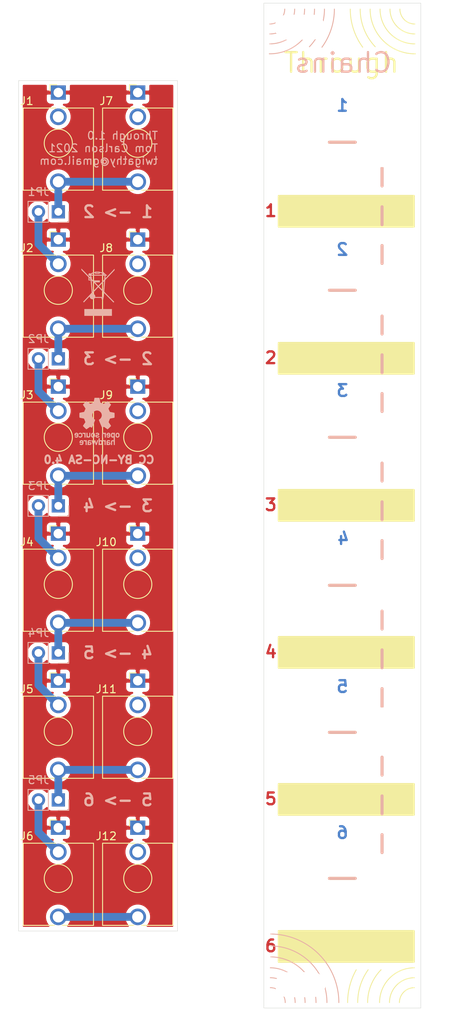
<source format=kicad_pcb>
(kicad_pcb (version 20171130) (host pcbnew "(5.1.4)-1")

  (general
    (thickness 1.6)
    (drawings 92)
    (tracks 27)
    (zones 0)
    (modules 33)
    (nets 13)
  )

  (page A4)
  (layers
    (0 F.Cu signal)
    (31 B.Cu signal)
    (32 B.Adhes user)
    (33 F.Adhes user)
    (34 B.Paste user)
    (35 F.Paste user)
    (36 B.SilkS user)
    (37 F.SilkS user)
    (38 B.Mask user)
    (39 F.Mask user)
    (40 Dwgs.User user)
    (41 Cmts.User user)
    (42 Eco1.User user)
    (43 Eco2.User user)
    (44 Edge.Cuts user)
    (45 Margin user)
    (46 B.CrtYd user)
    (47 F.CrtYd user)
    (48 B.Fab user)
    (49 F.Fab user)
  )

  (setup
    (last_trace_width 1)
    (trace_clearance 0.2)
    (zone_clearance 0.508)
    (zone_45_only no)
    (trace_min 0.2)
    (via_size 0.8)
    (via_drill 0.4)
    (via_min_size 0.4)
    (via_min_drill 0.3)
    (uvia_size 0.3)
    (uvia_drill 0.1)
    (uvias_allowed no)
    (uvia_min_size 0.2)
    (uvia_min_drill 0.1)
    (edge_width 0.05)
    (segment_width 0.2)
    (pcb_text_width 0.3)
    (pcb_text_size 1.5 1.5)
    (mod_edge_width 0.12)
    (mod_text_size 1 1)
    (mod_text_width 0.15)
    (pad_size 1.524 1.524)
    (pad_drill 0.762)
    (pad_to_mask_clearance 0.051)
    (solder_mask_min_width 0.25)
    (aux_axis_origin 0 0)
    (visible_elements 7FFFFFFF)
    (pcbplotparams
      (layerselection 0x010fc_ffffffff)
      (usegerberextensions false)
      (usegerberattributes false)
      (usegerberadvancedattributes false)
      (creategerberjobfile false)
      (excludeedgelayer true)
      (linewidth 0.100000)
      (plotframeref false)
      (viasonmask false)
      (mode 1)
      (useauxorigin false)
      (hpglpennumber 1)
      (hpglpenspeed 20)
      (hpglpendiameter 15.000000)
      (psnegative false)
      (psa4output false)
      (plotreference true)
      (plotvalue true)
      (plotinvisibletext false)
      (padsonsilk false)
      (subtractmaskfromsilk false)
      (outputformat 1)
      (mirror false)
      (drillshape 1)
      (scaleselection 1)
      (outputdirectory ""))
  )

  (net 0 "")
  (net 1 "Net-(J1-PadT)")
  (net 2 "Net-(J2-PadT)")
  (net 3 "Net-(J3-PadT)")
  (net 4 "Net-(J10-PadT)")
  (net 5 "Net-(J11-PadT)")
  (net 6 "Net-(J12-PadT)")
  (net 7 "Net-(J2-PadTN)")
  (net 8 "Net-(J3-PadTN)")
  (net 9 "Net-(J4-PadTN)")
  (net 10 "Net-(J5-PadTN)")
  (net 11 "Net-(J6-PadTN)")
  (net 12 Earth)

  (net_class Default "This is the default net class."
    (clearance 0.2)
    (trace_width 1)
    (via_dia 0.8)
    (via_drill 0.4)
    (uvia_dia 0.3)
    (uvia_drill 0.1)
    (add_net Earth)
    (add_net "Net-(J1-PadT)")
    (add_net "Net-(J10-PadT)")
    (add_net "Net-(J11-PadT)")
    (add_net "Net-(J12-PadT)")
    (add_net "Net-(J2-PadT)")
    (add_net "Net-(J2-PadTN)")
    (add_net "Net-(J3-PadT)")
    (add_net "Net-(J3-PadTN)")
    (add_net "Net-(J4-PadTN)")
    (add_net "Net-(J5-PadTN)")
    (add_net "Net-(J6-PadTN)")
  )

  (module Symbol:OSHW-Logo_5.7x6mm_SilkScreen (layer B.Cu) (tedit 0) (tstamp 608E6228)
    (at 160.02 65.659 180)
    (descr "Open Source Hardware Logo")
    (tags "Logo OSHW")
    (attr virtual)
    (fp_text reference REF** (at 0 0) (layer B.SilkS) hide
      (effects (font (size 1 1) (thickness 0.15)) (justify mirror))
    )
    (fp_text value OSHW-Logo_5.7x6mm_SilkScreen (at 0.75 0) (layer B.Fab) hide
      (effects (font (size 1 1) (thickness 0.15)) (justify mirror))
    )
    (fp_poly (pts (xy -1.908759 -1.469184) (xy -1.882247 -1.482282) (xy -1.849553 -1.505106) (xy -1.825725 -1.529996)
      (xy -1.809406 -1.561249) (xy -1.79924 -1.603166) (xy -1.793872 -1.660044) (xy -1.791944 -1.736184)
      (xy -1.791831 -1.768917) (xy -1.792161 -1.840656) (xy -1.793527 -1.891927) (xy -1.7965 -1.927404)
      (xy -1.801649 -1.951763) (xy -1.809543 -1.96968) (xy -1.817757 -1.981902) (xy -1.870187 -2.033905)
      (xy -1.93193 -2.065184) (xy -1.998536 -2.074592) (xy -2.065558 -2.06098) (xy -2.086792 -2.051354)
      (xy -2.137624 -2.024859) (xy -2.137624 -2.440052) (xy -2.100525 -2.420868) (xy -2.051643 -2.406025)
      (xy -1.991561 -2.402222) (xy -1.931564 -2.409243) (xy -1.886256 -2.425013) (xy -1.848675 -2.455047)
      (xy -1.816564 -2.498024) (xy -1.81415 -2.502436) (xy -1.803967 -2.523221) (xy -1.79653 -2.54417)
      (xy -1.791411 -2.569548) (xy -1.788181 -2.603618) (xy -1.786413 -2.650641) (xy -1.785677 -2.714882)
      (xy -1.785544 -2.787176) (xy -1.785544 -3.017822) (xy -1.923861 -3.017822) (xy -1.923861 -2.592533)
      (xy -1.962549 -2.559979) (xy -2.002738 -2.53394) (xy -2.040797 -2.529205) (xy -2.079066 -2.541389)
      (xy -2.099462 -2.55332) (xy -2.114642 -2.570313) (xy -2.125438 -2.595995) (xy -2.132683 -2.633991)
      (xy -2.137208 -2.687926) (xy -2.139844 -2.761425) (xy -2.140772 -2.810347) (xy -2.143911 -3.011535)
      (xy -2.209926 -3.015336) (xy -2.27594 -3.019136) (xy -2.27594 -1.77065) (xy -2.137624 -1.77065)
      (xy -2.134097 -1.840254) (xy -2.122215 -1.888569) (xy -2.10002 -1.918631) (xy -2.065559 -1.933471)
      (xy -2.030742 -1.936436) (xy -1.991329 -1.933028) (xy -1.965171 -1.919617) (xy -1.948814 -1.901896)
      (xy -1.935937 -1.882835) (xy -1.928272 -1.861601) (xy -1.924861 -1.831849) (xy -1.924749 -1.787236)
      (xy -1.925897 -1.74988) (xy -1.928532 -1.693604) (xy -1.932456 -1.656658) (xy -1.939063 -1.633223)
      (xy -1.949749 -1.61748) (xy -1.959833 -1.60838) (xy -2.00197 -1.588537) (xy -2.05184 -1.585332)
      (xy -2.080476 -1.592168) (xy -2.108828 -1.616464) (xy -2.127609 -1.663728) (xy -2.136712 -1.733624)
      (xy -2.137624 -1.77065) (xy -2.27594 -1.77065) (xy -2.27594 -1.458614) (xy -2.206782 -1.458614)
      (xy -2.16526 -1.460256) (xy -2.143838 -1.466087) (xy -2.137626 -1.477461) (xy -2.137624 -1.477798)
      (xy -2.134742 -1.488938) (xy -2.12203 -1.487673) (xy -2.096757 -1.475433) (xy -2.037869 -1.456707)
      (xy -1.971615 -1.454739) (xy -1.908759 -1.469184)) (layer B.SilkS) (width 0.01))
    (fp_poly (pts (xy -1.38421 -2.406555) (xy -1.325055 -2.422339) (xy -1.280023 -2.450948) (xy -1.248246 -2.488419)
      (xy -1.238366 -2.504411) (xy -1.231073 -2.521163) (xy -1.225974 -2.542592) (xy -1.222679 -2.572616)
      (xy -1.220797 -2.615154) (xy -1.219937 -2.674122) (xy -1.219707 -2.75344) (xy -1.219703 -2.774484)
      (xy -1.219703 -3.017822) (xy -1.280059 -3.017822) (xy -1.318557 -3.015126) (xy -1.347023 -3.008295)
      (xy -1.354155 -3.004083) (xy -1.373652 -2.996813) (xy -1.393566 -3.004083) (xy -1.426353 -3.01316)
      (xy -1.473978 -3.016813) (xy -1.526764 -3.015228) (xy -1.575036 -3.008589) (xy -1.603218 -3.000072)
      (xy -1.657753 -2.965063) (xy -1.691835 -2.916479) (xy -1.707157 -2.851882) (xy -1.707299 -2.850223)
      (xy -1.705955 -2.821566) (xy -1.584356 -2.821566) (xy -1.573726 -2.854161) (xy -1.55641 -2.872505)
      (xy -1.521652 -2.886379) (xy -1.475773 -2.891917) (xy -1.428988 -2.889191) (xy -1.391514 -2.878274)
      (xy -1.381015 -2.871269) (xy -1.362668 -2.838904) (xy -1.35802 -2.802111) (xy -1.35802 -2.753763)
      (xy -1.427582 -2.753763) (xy -1.493667 -2.75885) (xy -1.543764 -2.773263) (xy -1.574929 -2.795729)
      (xy -1.584356 -2.821566) (xy -1.705955 -2.821566) (xy -1.703987 -2.779647) (xy -1.68071 -2.723845)
      (xy -1.636948 -2.681647) (xy -1.630899 -2.677808) (xy -1.604907 -2.665309) (xy -1.572735 -2.65774)
      (xy -1.52776 -2.654061) (xy -1.474331 -2.653216) (xy -1.35802 -2.653169) (xy -1.35802 -2.604411)
      (xy -1.362953 -2.566581) (xy -1.375543 -2.541236) (xy -1.377017 -2.539887) (xy -1.405034 -2.5288)
      (xy -1.447326 -2.524503) (xy -1.494064 -2.526615) (xy -1.535418 -2.534756) (xy -1.559957 -2.546965)
      (xy -1.573253 -2.556746) (xy -1.587294 -2.558613) (xy -1.606671 -2.5506) (xy -1.635976 -2.530739)
      (xy -1.679803 -2.497063) (xy -1.683825 -2.493909) (xy -1.681764 -2.482236) (xy -1.664568 -2.462822)
      (xy -1.638433 -2.441248) (xy -1.609552 -2.423096) (xy -1.600478 -2.418809) (xy -1.56738 -2.410256)
      (xy -1.51888 -2.404155) (xy -1.464695 -2.401708) (xy -1.462161 -2.401703) (xy -1.38421 -2.406555)) (layer B.SilkS) (width 0.01))
    (fp_poly (pts (xy -0.993356 -2.40302) (xy -0.974539 -2.40866) (xy -0.968473 -2.421053) (xy -0.968218 -2.426647)
      (xy -0.967129 -2.44223) (xy -0.959632 -2.444676) (xy -0.939381 -2.433993) (xy -0.927351 -2.426694)
      (xy -0.8894 -2.411063) (xy -0.844072 -2.403334) (xy -0.796544 -2.40274) (xy -0.751995 -2.408513)
      (xy -0.715602 -2.419884) (xy -0.692543 -2.436088) (xy -0.687996 -2.456355) (xy -0.690291 -2.461843)
      (xy -0.70702 -2.484626) (xy -0.732963 -2.512647) (xy -0.737655 -2.517177) (xy -0.762383 -2.538005)
      (xy -0.783718 -2.544735) (xy -0.813555 -2.540038) (xy -0.825508 -2.536917) (xy -0.862705 -2.529421)
      (xy -0.888859 -2.532792) (xy -0.910946 -2.544681) (xy -0.931178 -2.560635) (xy -0.946079 -2.5807)
      (xy -0.956434 -2.608702) (xy -0.963029 -2.648467) (xy -0.966649 -2.703823) (xy -0.968078 -2.778594)
      (xy -0.968218 -2.82374) (xy -0.968218 -3.017822) (xy -1.09396 -3.017822) (xy -1.09396 -2.401683)
      (xy -1.031089 -2.401683) (xy -0.993356 -2.40302)) (layer B.SilkS) (width 0.01))
    (fp_poly (pts (xy -0.201188 -3.017822) (xy -0.270346 -3.017822) (xy -0.310488 -3.016645) (xy -0.331394 -3.011772)
      (xy -0.338922 -3.001186) (xy -0.339505 -2.994029) (xy -0.340774 -2.979676) (xy -0.348779 -2.976923)
      (xy -0.369815 -2.985771) (xy -0.386173 -2.994029) (xy -0.448977 -3.013597) (xy -0.517248 -3.014729)
      (xy -0.572752 -3.000135) (xy -0.624438 -2.964877) (xy -0.663838 -2.912835) (xy -0.685413 -2.85145)
      (xy -0.685962 -2.848018) (xy -0.689167 -2.810571) (xy -0.690761 -2.756813) (xy -0.690633 -2.716155)
      (xy -0.553279 -2.716155) (xy -0.550097 -2.770194) (xy -0.542859 -2.814735) (xy -0.53306 -2.839888)
      (xy -0.495989 -2.87426) (xy -0.451974 -2.886582) (xy -0.406584 -2.876618) (xy -0.367797 -2.846895)
      (xy -0.353108 -2.826905) (xy -0.344519 -2.80305) (xy -0.340496 -2.76823) (xy -0.339505 -2.71593)
      (xy -0.341278 -2.664139) (xy -0.345963 -2.618634) (xy -0.352603 -2.588181) (xy -0.35371 -2.585452)
      (xy -0.380491 -2.553) (xy -0.419579 -2.535183) (xy -0.463315 -2.532306) (xy -0.504038 -2.544674)
      (xy -0.534087 -2.572593) (xy -0.537204 -2.578148) (xy -0.546961 -2.612022) (xy -0.552277 -2.660728)
      (xy -0.553279 -2.716155) (xy -0.690633 -2.716155) (xy -0.690568 -2.69554) (xy -0.689664 -2.662563)
      (xy -0.683514 -2.580981) (xy -0.670733 -2.51973) (xy -0.649471 -2.474449) (xy -0.617878 -2.440779)
      (xy -0.587207 -2.421014) (xy -0.544354 -2.40712) (xy -0.491056 -2.402354) (xy -0.43648 -2.406236)
      (xy -0.389792 -2.418282) (xy -0.365124 -2.432693) (xy -0.339505 -2.455878) (xy -0.339505 -2.162773)
      (xy -0.201188 -2.162773) (xy -0.201188 -3.017822)) (layer B.SilkS) (width 0.01))
    (fp_poly (pts (xy 0.281524 -2.404237) (xy 0.331255 -2.407971) (xy 0.461291 -2.797773) (xy 0.481678 -2.728614)
      (xy 0.493946 -2.685874) (xy 0.510085 -2.628115) (xy 0.527512 -2.564625) (xy 0.536726 -2.53057)
      (xy 0.571388 -2.401683) (xy 0.714391 -2.401683) (xy 0.671646 -2.536857) (xy 0.650596 -2.603342)
      (xy 0.625167 -2.683539) (xy 0.59861 -2.767193) (xy 0.574902 -2.841782) (xy 0.520902 -3.011535)
      (xy 0.462598 -3.015328) (xy 0.404295 -3.019122) (xy 0.372679 -2.914734) (xy 0.353182 -2.849889)
      (xy 0.331904 -2.7784) (xy 0.313308 -2.715263) (xy 0.312574 -2.71275) (xy 0.298684 -2.669969)
      (xy 0.286429 -2.640779) (xy 0.277846 -2.629741) (xy 0.276082 -2.631018) (xy 0.269891 -2.64813)
      (xy 0.258128 -2.684787) (xy 0.242225 -2.736378) (xy 0.223614 -2.798294) (xy 0.213543 -2.832352)
      (xy 0.159007 -3.017822) (xy 0.043264 -3.017822) (xy -0.049263 -2.725471) (xy -0.075256 -2.643462)
      (xy -0.098934 -2.568987) (xy -0.11918 -2.505544) (xy -0.134874 -2.456632) (xy -0.144898 -2.425749)
      (xy -0.147945 -2.416726) (xy -0.145533 -2.407487) (xy -0.126592 -2.403441) (xy -0.087177 -2.403846)
      (xy -0.081007 -2.404152) (xy -0.007914 -2.407971) (xy 0.039957 -2.58401) (xy 0.057553 -2.648211)
      (xy 0.073277 -2.704649) (xy 0.085746 -2.748422) (xy 0.093574 -2.77463) (xy 0.09502 -2.778903)
      (xy 0.101014 -2.77399) (xy 0.113101 -2.748532) (xy 0.129893 -2.705997) (xy 0.150003 -2.64985)
      (xy 0.167003 -2.59913) (xy 0.231794 -2.400504) (xy 0.281524 -2.404237)) (layer B.SilkS) (width 0.01))
    (fp_poly (pts (xy 1.038411 -2.405417) (xy 1.091411 -2.41829) (xy 1.106731 -2.42511) (xy 1.136428 -2.442974)
      (xy 1.15922 -2.463093) (xy 1.176083 -2.488962) (xy 1.187998 -2.524073) (xy 1.195942 -2.57192)
      (xy 1.200894 -2.635996) (xy 1.203831 -2.719794) (xy 1.204947 -2.775768) (xy 1.209052 -3.017822)
      (xy 1.138932 -3.017822) (xy 1.096393 -3.016038) (xy 1.074476 -3.009942) (xy 1.068812 -2.999706)
      (xy 1.065821 -2.988637) (xy 1.052451 -2.990754) (xy 1.034233 -2.999629) (xy 0.988624 -3.013233)
      (xy 0.930007 -3.016899) (xy 0.868354 -3.010903) (xy 0.813638 -2.995521) (xy 0.80873 -2.993386)
      (xy 0.758723 -2.958255) (xy 0.725756 -2.909419) (xy 0.710587 -2.852333) (xy 0.711746 -2.831824)
      (xy 0.835508 -2.831824) (xy 0.846413 -2.859425) (xy 0.878745 -2.879204) (xy 0.93091 -2.889819)
      (xy 0.958787 -2.891228) (xy 1.005247 -2.88762) (xy 1.036129 -2.873597) (xy 1.043664 -2.866931)
      (xy 1.064076 -2.830666) (xy 1.068812 -2.797773) (xy 1.068812 -2.753763) (xy 1.007513 -2.753763)
      (xy 0.936256 -2.757395) (xy 0.886276 -2.768818) (xy 0.854696 -2.788824) (xy 0.847626 -2.797743)
      (xy 0.835508 -2.831824) (xy 0.711746 -2.831824) (xy 0.713971 -2.792456) (xy 0.736663 -2.735244)
      (xy 0.767624 -2.69658) (xy 0.786376 -2.679864) (xy 0.804733 -2.668878) (xy 0.828619 -2.66218)
      (xy 0.863957 -2.658326) (xy 0.916669 -2.655873) (xy 0.937577 -2.655168) (xy 1.068812 -2.650879)
      (xy 1.06862 -2.611158) (xy 1.063537 -2.569405) (xy 1.045162 -2.544158) (xy 1.008039 -2.52803)
      (xy 1.007043 -2.527742) (xy 0.95441 -2.5214) (xy 0.902906 -2.529684) (xy 0.86463 -2.549827)
      (xy 0.849272 -2.559773) (xy 0.83273 -2.558397) (xy 0.807275 -2.543987) (xy 0.792328 -2.533817)
      (xy 0.763091 -2.512088) (xy 0.74498 -2.4958) (xy 0.742074 -2.491137) (xy 0.75404 -2.467005)
      (xy 0.789396 -2.438185) (xy 0.804753 -2.428461) (xy 0.848901 -2.411714) (xy 0.908398 -2.402227)
      (xy 0.974487 -2.400095) (xy 1.038411 -2.405417)) (layer B.SilkS) (width 0.01))
    (fp_poly (pts (xy 1.635255 -2.401486) (xy 1.683595 -2.411015) (xy 1.711114 -2.425125) (xy 1.740064 -2.448568)
      (xy 1.698876 -2.500571) (xy 1.673482 -2.532064) (xy 1.656238 -2.547428) (xy 1.639102 -2.549776)
      (xy 1.614027 -2.542217) (xy 1.602257 -2.537941) (xy 1.55427 -2.531631) (xy 1.510324 -2.545156)
      (xy 1.47806 -2.57571) (xy 1.472819 -2.585452) (xy 1.467112 -2.611258) (xy 1.462706 -2.658817)
      (xy 1.459811 -2.724758) (xy 1.458631 -2.80571) (xy 1.458614 -2.817226) (xy 1.458614 -3.017822)
      (xy 1.320297 -3.017822) (xy 1.320297 -2.401683) (xy 1.389456 -2.401683) (xy 1.429333 -2.402725)
      (xy 1.450107 -2.407358) (xy 1.457789 -2.417849) (xy 1.458614 -2.427745) (xy 1.458614 -2.453806)
      (xy 1.491745 -2.427745) (xy 1.529735 -2.409965) (xy 1.58077 -2.401174) (xy 1.635255 -2.401486)) (layer B.SilkS) (width 0.01))
    (fp_poly (pts (xy 2.032581 -2.40497) (xy 2.092685 -2.420597) (xy 2.143021 -2.452848) (xy 2.167393 -2.47694)
      (xy 2.207345 -2.533895) (xy 2.230242 -2.599965) (xy 2.238108 -2.681182) (xy 2.238148 -2.687748)
      (xy 2.238218 -2.753763) (xy 1.858264 -2.753763) (xy 1.866363 -2.788342) (xy 1.880987 -2.819659)
      (xy 1.906581 -2.852291) (xy 1.911935 -2.8575) (xy 1.957943 -2.885694) (xy 2.01041 -2.890475)
      (xy 2.070803 -2.871926) (xy 2.08104 -2.866931) (xy 2.112439 -2.851745) (xy 2.13347 -2.843094)
      (xy 2.137139 -2.842293) (xy 2.149948 -2.850063) (xy 2.174378 -2.869072) (xy 2.186779 -2.87946)
      (xy 2.212476 -2.903321) (xy 2.220915 -2.919077) (xy 2.215058 -2.933571) (xy 2.211928 -2.937534)
      (xy 2.190725 -2.954879) (xy 2.155738 -2.975959) (xy 2.131337 -2.988265) (xy 2.062072 -3.009946)
      (xy 1.985388 -3.016971) (xy 1.912765 -3.008647) (xy 1.892426 -3.002686) (xy 1.829476 -2.968952)
      (xy 1.782815 -2.917045) (xy 1.752173 -2.846459) (xy 1.737282 -2.756692) (xy 1.735647 -2.709753)
      (xy 1.740421 -2.641413) (xy 1.86099 -2.641413) (xy 1.872652 -2.646465) (xy 1.903998 -2.650429)
      (xy 1.949571 -2.652768) (xy 1.980446 -2.653169) (xy 2.035981 -2.652783) (xy 2.071033 -2.650975)
      (xy 2.090262 -2.646773) (xy 2.09833 -2.639203) (xy 2.099901 -2.628218) (xy 2.089121 -2.594381)
      (xy 2.06198 -2.56094) (xy 2.026277 -2.535272) (xy 1.99056 -2.524772) (xy 1.942048 -2.534086)
      (xy 1.900053 -2.561013) (xy 1.870936 -2.599827) (xy 1.86099 -2.641413) (xy 1.740421 -2.641413)
      (xy 1.742599 -2.610236) (xy 1.764055 -2.530949) (xy 1.80047 -2.471263) (xy 1.852297 -2.430549)
      (xy 1.91999 -2.408179) (xy 1.956662 -2.403871) (xy 2.032581 -2.40497)) (layer B.SilkS) (width 0.01))
    (fp_poly (pts (xy -2.538261 -1.465148) (xy -2.472479 -1.494231) (xy -2.42254 -1.542793) (xy -2.388374 -1.610908)
      (xy -2.369907 -1.698651) (xy -2.368583 -1.712351) (xy -2.367546 -1.808939) (xy -2.380993 -1.893602)
      (xy -2.408108 -1.962221) (xy -2.422627 -1.984294) (xy -2.473201 -2.031011) (xy -2.537609 -2.061268)
      (xy -2.609666 -2.073824) (xy -2.683185 -2.067439) (xy -2.739072 -2.047772) (xy -2.787132 -2.014629)
      (xy -2.826412 -1.971175) (xy -2.827092 -1.970158) (xy -2.843044 -1.943338) (xy -2.85341 -1.916368)
      (xy -2.859688 -1.882332) (xy -2.863373 -1.83431) (xy -2.864997 -1.794931) (xy -2.865672 -1.759219)
      (xy -2.739955 -1.759219) (xy -2.738726 -1.79477) (xy -2.734266 -1.842094) (xy -2.726397 -1.872465)
      (xy -2.712207 -1.894072) (xy -2.698917 -1.906694) (xy -2.651802 -1.933122) (xy -2.602505 -1.936653)
      (xy -2.556593 -1.917639) (xy -2.533638 -1.896331) (xy -2.517096 -1.874859) (xy -2.507421 -1.854313)
      (xy -2.503174 -1.827574) (xy -2.50292 -1.787523) (xy -2.504228 -1.750638) (xy -2.507043 -1.697947)
      (xy -2.511505 -1.663772) (xy -2.519548 -1.64148) (xy -2.533103 -1.624442) (xy -2.543845 -1.614703)
      (xy -2.588777 -1.589123) (xy -2.637249 -1.587847) (xy -2.677894 -1.602999) (xy -2.712567 -1.634642)
      (xy -2.733224 -1.68662) (xy -2.739955 -1.759219) (xy -2.865672 -1.759219) (xy -2.866479 -1.716621)
      (xy -2.863948 -1.658056) (xy -2.856362 -1.614007) (xy -2.842681 -1.579248) (xy -2.821865 -1.548551)
      (xy -2.814147 -1.539436) (xy -2.765889 -1.494021) (xy -2.714128 -1.467493) (xy -2.650828 -1.456379)
      (xy -2.619961 -1.455471) (xy -2.538261 -1.465148)) (layer B.SilkS) (width 0.01))
    (fp_poly (pts (xy -1.356699 -1.472614) (xy -1.344168 -1.478514) (xy -1.300799 -1.510283) (xy -1.25979 -1.556646)
      (xy -1.229168 -1.607696) (xy -1.220459 -1.631166) (xy -1.212512 -1.673091) (xy -1.207774 -1.723757)
      (xy -1.207199 -1.744679) (xy -1.207129 -1.810693) (xy -1.587083 -1.810693) (xy -1.578983 -1.845273)
      (xy -1.559104 -1.88617) (xy -1.524347 -1.921514) (xy -1.482998 -1.944282) (xy -1.456649 -1.94901)
      (xy -1.420916 -1.943273) (xy -1.378282 -1.928882) (xy -1.363799 -1.922262) (xy -1.31024 -1.895513)
      (xy -1.264533 -1.930376) (xy -1.238158 -1.953955) (xy -1.224124 -1.973417) (xy -1.223414 -1.979129)
      (xy -1.235951 -1.992973) (xy -1.263428 -2.014012) (xy -1.288366 -2.030425) (xy -1.355664 -2.05993)
      (xy -1.43111 -2.073284) (xy -1.505888 -2.069812) (xy -1.565495 -2.051663) (xy -1.626941 -2.012784)
      (xy -1.670608 -1.961595) (xy -1.697926 -1.895367) (xy -1.710322 -1.811371) (xy -1.711421 -1.772936)
      (xy -1.707022 -1.684861) (xy -1.706482 -1.682299) (xy -1.580582 -1.682299) (xy -1.577115 -1.690558)
      (xy -1.562863 -1.695113) (xy -1.53347 -1.697065) (xy -1.484575 -1.697517) (xy -1.465748 -1.697525)
      (xy -1.408467 -1.696843) (xy -1.372141 -1.694364) (xy -1.352604 -1.689443) (xy -1.34569 -1.681434)
      (xy -1.345445 -1.678862) (xy -1.353336 -1.658423) (xy -1.373085 -1.629789) (xy -1.381575 -1.619763)
      (xy -1.413094 -1.591408) (xy -1.445949 -1.580259) (xy -1.463651 -1.579327) (xy -1.511539 -1.590981)
      (xy -1.551699 -1.622285) (xy -1.577173 -1.667752) (xy -1.577625 -1.669233) (xy -1.580582 -1.682299)
      (xy -1.706482 -1.682299) (xy -1.692392 -1.61551) (xy -1.666038 -1.560025) (xy -1.633807 -1.520639)
      (xy -1.574217 -1.477931) (xy -1.504168 -1.455109) (xy -1.429661 -1.453046) (xy -1.356699 -1.472614)) (layer B.SilkS) (width 0.01))
    (fp_poly (pts (xy 0.014017 -1.456452) (xy 0.061634 -1.465482) (xy 0.111034 -1.48437) (xy 0.116312 -1.486777)
      (xy 0.153774 -1.506476) (xy 0.179717 -1.524781) (xy 0.188103 -1.536508) (xy 0.180117 -1.555632)
      (xy 0.16072 -1.58385) (xy 0.15211 -1.594384) (xy 0.116628 -1.635847) (xy 0.070885 -1.608858)
      (xy 0.02735 -1.590878) (xy -0.02295 -1.581267) (xy -0.071188 -1.58066) (xy -0.108533 -1.589691)
      (xy -0.117495 -1.595327) (xy -0.134563 -1.621171) (xy -0.136637 -1.650941) (xy -0.123866 -1.674197)
      (xy -0.116312 -1.678708) (xy -0.093675 -1.684309) (xy -0.053885 -1.690892) (xy -0.004834 -1.697183)
      (xy 0.004215 -1.69817) (xy 0.082996 -1.711798) (xy 0.140136 -1.734946) (xy 0.17803 -1.769752)
      (xy 0.199079 -1.818354) (xy 0.205635 -1.877718) (xy 0.196577 -1.945198) (xy 0.167164 -1.998188)
      (xy 0.117278 -2.036783) (xy 0.0468 -2.061081) (xy -0.031435 -2.070667) (xy -0.095234 -2.070552)
      (xy -0.146984 -2.061845) (xy -0.182327 -2.049825) (xy -0.226983 -2.02888) (xy -0.268253 -2.004574)
      (xy -0.282921 -1.993876) (xy -0.320643 -1.963084) (xy -0.275148 -1.917049) (xy -0.229653 -1.871013)
      (xy -0.177928 -1.905243) (xy -0.126048 -1.930952) (xy -0.070649 -1.944399) (xy -0.017395 -1.945818)
      (xy 0.028049 -1.935443) (xy 0.060016 -1.913507) (xy 0.070338 -1.894998) (xy 0.068789 -1.865314)
      (xy 0.04314 -1.842615) (xy -0.00654 -1.82694) (xy -0.060969 -1.819695) (xy -0.144736 -1.805873)
      (xy -0.206967 -1.779796) (xy -0.248493 -1.740699) (xy -0.270147 -1.68782) (xy -0.273147 -1.625126)
      (xy -0.258329 -1.559642) (xy -0.224546 -1.510144) (xy -0.171495 -1.476408) (xy -0.098874 -1.458207)
      (xy -0.045072 -1.454639) (xy 0.014017 -1.456452)) (layer B.SilkS) (width 0.01))
    (fp_poly (pts (xy 0.610762 -1.466055) (xy 0.674363 -1.500692) (xy 0.724123 -1.555372) (xy 0.747568 -1.599842)
      (xy 0.757634 -1.639121) (xy 0.764156 -1.695116) (xy 0.766951 -1.759621) (xy 0.765836 -1.824429)
      (xy 0.760626 -1.881334) (xy 0.754541 -1.911727) (xy 0.734014 -1.953306) (xy 0.698463 -1.997468)
      (xy 0.655619 -2.036087) (xy 0.613211 -2.061034) (xy 0.612177 -2.06143) (xy 0.559553 -2.072331)
      (xy 0.497188 -2.072601) (xy 0.437924 -2.062676) (xy 0.41504 -2.054722) (xy 0.356102 -2.0213)
      (xy 0.31389 -1.977511) (xy 0.286156 -1.919538) (xy 0.270651 -1.843565) (xy 0.267143 -1.803771)
      (xy 0.26759 -1.753766) (xy 0.402376 -1.753766) (xy 0.406917 -1.826732) (xy 0.419986 -1.882334)
      (xy 0.440756 -1.917861) (xy 0.455552 -1.92802) (xy 0.493464 -1.935104) (xy 0.538527 -1.933007)
      (xy 0.577487 -1.922812) (xy 0.587704 -1.917204) (xy 0.614659 -1.884538) (xy 0.632451 -1.834545)
      (xy 0.640024 -1.773705) (xy 0.636325 -1.708497) (xy 0.628057 -1.669253) (xy 0.60432 -1.623805)
      (xy 0.566849 -1.595396) (xy 0.52172 -1.585573) (xy 0.475011 -1.595887) (xy 0.439132 -1.621112)
      (xy 0.420277 -1.641925) (xy 0.409272 -1.662439) (xy 0.404026 -1.690203) (xy 0.402449 -1.732762)
      (xy 0.402376 -1.753766) (xy 0.26759 -1.753766) (xy 0.268094 -1.69758) (xy 0.285388 -1.610501)
      (xy 0.319029 -1.54253) (xy 0.369018 -1.493664) (xy 0.435356 -1.463899) (xy 0.449601 -1.460448)
      (xy 0.53521 -1.452345) (xy 0.610762 -1.466055)) (layer B.SilkS) (width 0.01))
    (fp_poly (pts (xy 0.993367 -1.654342) (xy 0.994555 -1.746563) (xy 0.998897 -1.81661) (xy 1.007558 -1.867381)
      (xy 1.021704 -1.901772) (xy 1.0425 -1.922679) (xy 1.07111 -1.933) (xy 1.106535 -1.935636)
      (xy 1.143636 -1.932682) (xy 1.171818 -1.921889) (xy 1.192243 -1.90036) (xy 1.206079 -1.865199)
      (xy 1.214491 -1.81351) (xy 1.218643 -1.742394) (xy 1.219703 -1.654342) (xy 1.219703 -1.458614)
      (xy 1.35802 -1.458614) (xy 1.35802 -2.062179) (xy 1.288862 -2.062179) (xy 1.24717 -2.060489)
      (xy 1.225701 -2.054556) (xy 1.219703 -2.043293) (xy 1.216091 -2.033261) (xy 1.201714 -2.035383)
      (xy 1.172736 -2.04958) (xy 1.106319 -2.07148) (xy 1.035875 -2.069928) (xy 0.968377 -2.046147)
      (xy 0.936233 -2.027362) (xy 0.911715 -2.007022) (xy 0.893804 -1.981573) (xy 0.881479 -1.947458)
      (xy 0.873723 -1.901121) (xy 0.869516 -1.839007) (xy 0.86784 -1.757561) (xy 0.867624 -1.694578)
      (xy 0.867624 -1.458614) (xy 0.993367 -1.458614) (xy 0.993367 -1.654342)) (layer B.SilkS) (width 0.01))
    (fp_poly (pts (xy 2.217226 -1.46388) (xy 2.29008 -1.49483) (xy 2.313027 -1.509895) (xy 2.342354 -1.533048)
      (xy 2.360764 -1.551253) (xy 2.363961 -1.557183) (xy 2.354935 -1.57034) (xy 2.331837 -1.592667)
      (xy 2.313344 -1.60825) (xy 2.262728 -1.648926) (xy 2.22276 -1.615295) (xy 2.191874 -1.593584)
      (xy 2.161759 -1.58609) (xy 2.127292 -1.58792) (xy 2.072561 -1.601528) (xy 2.034886 -1.629772)
      (xy 2.011991 -1.675433) (xy 2.001597 -1.741289) (xy 2.001595 -1.741331) (xy 2.002494 -1.814939)
      (xy 2.016463 -1.868946) (xy 2.044328 -1.905716) (xy 2.063325 -1.918168) (xy 2.113776 -1.933673)
      (xy 2.167663 -1.933683) (xy 2.214546 -1.918638) (xy 2.225644 -1.911287) (xy 2.253476 -1.892511)
      (xy 2.275236 -1.889434) (xy 2.298704 -1.903409) (xy 2.324649 -1.92851) (xy 2.365716 -1.97088)
      (xy 2.320121 -2.008464) (xy 2.249674 -2.050882) (xy 2.170233 -2.071785) (xy 2.087215 -2.070272)
      (xy 2.032694 -2.056411) (xy 1.96897 -2.022135) (xy 1.918005 -1.968212) (xy 1.894851 -1.930149)
      (xy 1.876099 -1.875536) (xy 1.866715 -1.806369) (xy 1.866643 -1.731407) (xy 1.875824 -1.659409)
      (xy 1.894199 -1.599137) (xy 1.897093 -1.592958) (xy 1.939952 -1.532351) (xy 1.997979 -1.488224)
      (xy 2.066591 -1.461493) (xy 2.141201 -1.453073) (xy 2.217226 -1.46388)) (layer B.SilkS) (width 0.01))
    (fp_poly (pts (xy 2.677898 -1.456457) (xy 2.710096 -1.464279) (xy 2.771825 -1.492921) (xy 2.82461 -1.536667)
      (xy 2.861141 -1.589117) (xy 2.86616 -1.600893) (xy 2.873045 -1.63174) (xy 2.877864 -1.677371)
      (xy 2.879505 -1.723492) (xy 2.879505 -1.810693) (xy 2.697178 -1.810693) (xy 2.621979 -1.810978)
      (xy 2.569003 -1.812704) (xy 2.535325 -1.817181) (xy 2.51802 -1.82572) (xy 2.514163 -1.83963)
      (xy 2.520829 -1.860222) (xy 2.53277 -1.884315) (xy 2.56608 -1.924525) (xy 2.612368 -1.944558)
      (xy 2.668944 -1.943905) (xy 2.733031 -1.922101) (xy 2.788417 -1.895193) (xy 2.834375 -1.931532)
      (xy 2.880333 -1.967872) (xy 2.837096 -2.007819) (xy 2.779374 -2.045563) (xy 2.708386 -2.06832)
      (xy 2.632029 -2.074688) (xy 2.558199 -2.063268) (xy 2.546287 -2.059393) (xy 2.481399 -2.025506)
      (xy 2.43313 -1.974986) (xy 2.400465 -1.906325) (xy 2.382385 -1.818014) (xy 2.382175 -1.816121)
      (xy 2.380556 -1.719878) (xy 2.3871 -1.685542) (xy 2.514852 -1.685542) (xy 2.526584 -1.690822)
      (xy 2.558438 -1.694867) (xy 2.605397 -1.697176) (xy 2.635154 -1.697525) (xy 2.690648 -1.697306)
      (xy 2.725346 -1.695916) (xy 2.743601 -1.692251) (xy 2.749766 -1.68521) (xy 2.748195 -1.67369)
      (xy 2.746878 -1.669233) (xy 2.724382 -1.627355) (xy 2.689003 -1.593604) (xy 2.65778 -1.578773)
      (xy 2.616301 -1.579668) (xy 2.574269 -1.598164) (xy 2.539012 -1.628786) (xy 2.517854 -1.666062)
      (xy 2.514852 -1.685542) (xy 2.3871 -1.685542) (xy 2.39669 -1.635229) (xy 2.428698 -1.564191)
      (xy 2.474701 -1.508779) (xy 2.532821 -1.471009) (xy 2.60118 -1.452896) (xy 2.677898 -1.456457)) (layer B.SilkS) (width 0.01))
    (fp_poly (pts (xy -0.754012 -1.469002) (xy -0.722717 -1.48395) (xy -0.692409 -1.505541) (xy -0.669318 -1.530391)
      (xy -0.6525 -1.562087) (xy -0.641006 -1.604214) (xy -0.633891 -1.660358) (xy -0.630207 -1.734106)
      (xy -0.629008 -1.829044) (xy -0.628989 -1.838985) (xy -0.628713 -2.062179) (xy -0.76703 -2.062179)
      (xy -0.76703 -1.856418) (xy -0.767128 -1.780189) (xy -0.767809 -1.724939) (xy -0.769651 -1.686501)
      (xy -0.773233 -1.660706) (xy -0.779132 -1.643384) (xy -0.787927 -1.630368) (xy -0.80018 -1.617507)
      (xy -0.843047 -1.589873) (xy -0.889843 -1.584745) (xy -0.934424 -1.602217) (xy -0.949928 -1.615221)
      (xy -0.96131 -1.627447) (xy -0.969481 -1.64054) (xy -0.974974 -1.658615) (xy -0.97832 -1.685787)
      (xy -0.980051 -1.72617) (xy -0.980697 -1.783879) (xy -0.980792 -1.854132) (xy -0.980792 -2.062179)
      (xy -1.119109 -2.062179) (xy -1.119109 -1.458614) (xy -1.04995 -1.458614) (xy -1.008428 -1.460256)
      (xy -0.987006 -1.466087) (xy -0.980795 -1.477461) (xy -0.980792 -1.477798) (xy -0.97791 -1.488938)
      (xy -0.965199 -1.487674) (xy -0.939926 -1.475434) (xy -0.882605 -1.457424) (xy -0.817037 -1.455421)
      (xy -0.754012 -1.469002)) (layer B.SilkS) (width 0.01))
    (fp_poly (pts (xy 1.79946 -1.45803) (xy 1.842711 -1.471245) (xy 1.870558 -1.487941) (xy 1.879629 -1.501145)
      (xy 1.877132 -1.516797) (xy 1.860931 -1.541385) (xy 1.847232 -1.5588) (xy 1.818992 -1.590283)
      (xy 1.797775 -1.603529) (xy 1.779688 -1.602664) (xy 1.726035 -1.58901) (xy 1.68663 -1.58963)
      (xy 1.654632 -1.605104) (xy 1.64389 -1.614161) (xy 1.609505 -1.646027) (xy 1.609505 -2.062179)
      (xy 1.471188 -2.062179) (xy 1.471188 -1.458614) (xy 1.540347 -1.458614) (xy 1.581869 -1.460256)
      (xy 1.603291 -1.466087) (xy 1.609502 -1.477461) (xy 1.609505 -1.477798) (xy 1.612439 -1.489713)
      (xy 1.625704 -1.488159) (xy 1.644084 -1.479563) (xy 1.682046 -1.463568) (xy 1.712872 -1.453945)
      (xy 1.752536 -1.451478) (xy 1.79946 -1.45803)) (layer B.SilkS) (width 0.01))
    (fp_poly (pts (xy 0.376964 2.709982) (xy 0.433812 2.40843) (xy 0.853338 2.235488) (xy 1.104984 2.406605)
      (xy 1.175458 2.45425) (xy 1.239163 2.49679) (xy 1.293126 2.532285) (xy 1.334373 2.55879)
      (xy 1.359934 2.574364) (xy 1.366895 2.577722) (xy 1.379435 2.569086) (xy 1.406231 2.545208)
      (xy 1.44428 2.509141) (xy 1.490579 2.463933) (xy 1.542123 2.412636) (xy 1.595909 2.358299)
      (xy 1.648935 2.303972) (xy 1.698195 2.252705) (xy 1.740687 2.207549) (xy 1.773407 2.171554)
      (xy 1.793351 2.14777) (xy 1.798119 2.13981) (xy 1.791257 2.125135) (xy 1.77202 2.092986)
      (xy 1.74243 2.046508) (xy 1.70451 1.988844) (xy 1.660282 1.92314) (xy 1.634654 1.885664)
      (xy 1.587941 1.817232) (xy 1.546432 1.75548) (xy 1.51214 1.703481) (xy 1.48708 1.664308)
      (xy 1.473264 1.641035) (xy 1.471188 1.636145) (xy 1.475895 1.622245) (xy 1.488723 1.58985)
      (xy 1.507738 1.543515) (xy 1.531003 1.487794) (xy 1.556584 1.427242) (xy 1.582545 1.366414)
      (xy 1.60695 1.309864) (xy 1.627863 1.262148) (xy 1.643349 1.227819) (xy 1.651472 1.211432)
      (xy 1.651952 1.210788) (xy 1.664707 1.207659) (xy 1.698677 1.200679) (xy 1.75034 1.190533)
      (xy 1.816176 1.177908) (xy 1.892664 1.163491) (xy 1.93729 1.155177) (xy 2.019021 1.139616)
      (xy 2.092843 1.124808) (xy 2.155021 1.111564) (xy 2.201822 1.100695) (xy 2.229509 1.093011)
      (xy 2.235074 1.090573) (xy 2.240526 1.07407) (xy 2.244924 1.0368) (xy 2.248272 0.98312)
      (xy 2.250574 0.917388) (xy 2.251832 0.843963) (xy 2.252048 0.767204) (xy 2.251227 0.691468)
      (xy 2.249371 0.621114) (xy 2.246482 0.5605) (xy 2.242565 0.513984) (xy 2.237622 0.485925)
      (xy 2.234657 0.480084) (xy 2.216934 0.473083) (xy 2.179381 0.463073) (xy 2.126964 0.451231)
      (xy 2.064652 0.438733) (xy 2.0429 0.43469) (xy 1.938024 0.41548) (xy 1.85518 0.400009)
      (xy 1.79163 0.387663) (xy 1.744637 0.377827) (xy 1.711463 0.369886) (xy 1.689371 0.363224)
      (xy 1.675624 0.357227) (xy 1.667484 0.351281) (xy 1.666345 0.350106) (xy 1.654977 0.331174)
      (xy 1.637635 0.294331) (xy 1.61605 0.244087) (xy 1.591954 0.184954) (xy 1.567079 0.121444)
      (xy 1.543157 0.058068) (xy 1.521919 -0.000662) (xy 1.505097 -0.050235) (xy 1.494422 -0.086139)
      (xy 1.491627 -0.103862) (xy 1.49186 -0.104483) (xy 1.501331 -0.11897) (xy 1.522818 -0.150844)
      (xy 1.554063 -0.196789) (xy 1.592807 -0.253485) (xy 1.636793 -0.317617) (xy 1.649319 -0.335842)
      (xy 1.693984 -0.401914) (xy 1.733288 -0.4622) (xy 1.765088 -0.513235) (xy 1.787245 -0.55156)
      (xy 1.797617 -0.573711) (xy 1.798119 -0.576432) (xy 1.789405 -0.590736) (xy 1.765325 -0.619072)
      (xy 1.728976 -0.658396) (xy 1.683453 -0.705661) (xy 1.631852 -0.757823) (xy 1.577267 -0.811835)
      (xy 1.522794 -0.864653) (xy 1.471529 -0.913231) (xy 1.426567 -0.954523) (xy 1.391004 -0.985485)
      (xy 1.367935 -1.00307) (xy 1.361554 -1.005941) (xy 1.346699 -0.999178) (xy 1.316286 -0.980939)
      (xy 1.275268 -0.954297) (xy 1.243709 -0.932852) (xy 1.186525 -0.893503) (xy 1.118806 -0.847171)
      (xy 1.05088 -0.800913) (xy 1.014361 -0.776155) (xy 0.890752 -0.692547) (xy 0.786991 -0.74865)
      (xy 0.73972 -0.773228) (xy 0.699523 -0.792331) (xy 0.672326 -0.803227) (xy 0.665402 -0.804743)
      (xy 0.657077 -0.793549) (xy 0.640654 -0.761917) (xy 0.617357 -0.712765) (xy 0.588414 -0.64901)
      (xy 0.55505 -0.573571) (xy 0.518491 -0.489364) (xy 0.479964 -0.399308) (xy 0.440694 -0.306321)
      (xy 0.401908 -0.21332) (xy 0.36483 -0.123223) (xy 0.330689 -0.038948) (xy 0.300708 0.036587)
      (xy 0.276116 0.100466) (xy 0.258136 0.149769) (xy 0.247997 0.181579) (xy 0.246366 0.192504)
      (xy 0.259291 0.206439) (xy 0.287589 0.22906) (xy 0.325346 0.255667) (xy 0.328515 0.257772)
      (xy 0.4261 0.335886) (xy 0.504786 0.427018) (xy 0.563891 0.528255) (xy 0.602732 0.636682)
      (xy 0.620628 0.749386) (xy 0.616897 0.863452) (xy 0.590857 0.975966) (xy 0.541825 1.084015)
      (xy 0.5274 1.107655) (xy 0.452369 1.203113) (xy 0.36373 1.279768) (xy 0.264549 1.33722)
      (xy 0.157895 1.375071) (xy 0.046836 1.392922) (xy -0.065561 1.390375) (xy -0.176227 1.36703)
      (xy -0.282094 1.32249) (xy -0.380095 1.256355) (xy -0.41041 1.229513) (xy -0.487562 1.145488)
      (xy -0.543782 1.057034) (xy -0.582347 0.957885) (xy -0.603826 0.859697) (xy -0.609128 0.749303)
      (xy -0.591448 0.63836) (xy -0.552581 0.530619) (xy -0.494323 0.429831) (xy -0.418469 0.339744)
      (xy -0.326817 0.264108) (xy -0.314772 0.256136) (xy -0.276611 0.230026) (xy -0.247601 0.207405)
      (xy -0.233732 0.192961) (xy -0.233531 0.192504) (xy -0.236508 0.176879) (xy -0.248311 0.141418)
      (xy -0.267714 0.089038) (xy -0.293488 0.022655) (xy -0.324409 -0.054814) (xy -0.359249 -0.14045)
      (xy -0.396783 -0.231337) (xy -0.435783 -0.324559) (xy -0.475023 -0.417197) (xy -0.513276 -0.506335)
      (xy -0.549317 -0.589055) (xy -0.581917 -0.662441) (xy -0.609852 -0.723575) (xy -0.631895 -0.769541)
      (xy -0.646818 -0.797421) (xy -0.652828 -0.804743) (xy -0.671191 -0.799041) (xy -0.705552 -0.783749)
      (xy -0.749984 -0.761599) (xy -0.774417 -0.74865) (xy -0.878178 -0.692547) (xy -1.001787 -0.776155)
      (xy -1.064886 -0.818987) (xy -1.13397 -0.866122) (xy -1.198707 -0.910503) (xy -1.231134 -0.932852)
      (xy -1.276741 -0.963477) (xy -1.31536 -0.987747) (xy -1.341952 -1.002587) (xy -1.35059 -1.005724)
      (xy -1.363161 -0.997261) (xy -1.390984 -0.973636) (xy -1.431361 -0.937302) (xy -1.481595 -0.890711)
      (xy -1.538988 -0.836317) (xy -1.575286 -0.801392) (xy -1.63879 -0.738996) (xy -1.693673 -0.683188)
      (xy -1.737714 -0.636354) (xy -1.768695 -0.600882) (xy -1.784398 -0.579161) (xy -1.785905 -0.574752)
      (xy -1.778914 -0.557985) (xy -1.759594 -0.524082) (xy -1.730091 -0.476476) (xy -1.692545 -0.418599)
      (xy -1.6491 -0.353884) (xy -1.636745 -0.335842) (xy -1.591727 -0.270267) (xy -1.55134 -0.211228)
      (xy -1.51784 -0.162042) (xy -1.493486 -0.126028) (xy -1.480536 -0.106502) (xy -1.479285 -0.104483)
      (xy -1.481156 -0.088922) (xy -1.491087 -0.054709) (xy -1.507347 -0.006355) (xy -1.528205 0.051629)
      (xy -1.551927 0.11473) (xy -1.576784 0.178437) (xy -1.601042 0.238239) (xy -1.622971 0.289624)
      (xy -1.640838 0.328081) (xy -1.652913 0.349098) (xy -1.653771 0.350106) (xy -1.661154 0.356112)
      (xy -1.673625 0.362052) (xy -1.69392 0.36854) (xy -1.724778 0.376191) (xy -1.768934 0.38562)
      (xy -1.829126 0.397441) (xy -1.908093 0.412271) (xy -2.00857 0.430723) (xy -2.030325 0.43469)
      (xy -2.094802 0.447147) (xy -2.151011 0.459334) (xy -2.193987 0.470074) (xy -2.21876 0.478191)
      (xy -2.222082 0.480084) (xy -2.227556 0.496862) (xy -2.232006 0.534355) (xy -2.235428 0.588206)
      (xy -2.237819 0.654056) (xy -2.239177 0.727547) (xy -2.239499 0.80432) (xy -2.238781 0.880017)
      (xy -2.237021 0.95028) (xy -2.234216 1.01075) (xy -2.230362 1.05707) (xy -2.225457 1.084881)
      (xy -2.2225 1.090573) (xy -2.206037 1.096314) (xy -2.168551 1.105655) (xy -2.113775 1.117785)
      (xy -2.045445 1.131893) (xy -1.967294 1.14717) (xy -1.924716 1.155177) (xy -1.843929 1.170279)
      (xy -1.771887 1.18396) (xy -1.712111 1.195533) (xy -1.668121 1.204313) (xy -1.643439 1.209613)
      (xy -1.639377 1.210788) (xy -1.632511 1.224035) (xy -1.617998 1.255943) (xy -1.597771 1.301953)
      (xy -1.573766 1.357508) (xy -1.547918 1.418047) (xy -1.52216 1.479014) (xy -1.498427 1.535849)
      (xy -1.478654 1.583994) (xy -1.464776 1.61889) (xy -1.458726 1.635979) (xy -1.458614 1.636726)
      (xy -1.465472 1.650207) (xy -1.484698 1.68123) (xy -1.514272 1.726711) (xy -1.552173 1.783568)
      (xy -1.59638 1.848717) (xy -1.622079 1.886138) (xy -1.668907 1.954753) (xy -1.710499 2.017048)
      (xy -1.744825 2.069871) (xy -1.769857 2.110073) (xy -1.783565 2.1345) (xy -1.785544 2.139976)
      (xy -1.777034 2.152722) (xy -1.753507 2.179937) (xy -1.717968 2.218572) (xy -1.673423 2.265577)
      (xy -1.622877 2.317905) (xy -1.569336 2.372505) (xy -1.515805 2.42633) (xy -1.465289 2.47633)
      (xy -1.420794 2.519457) (xy -1.385325 2.552661) (xy -1.361887 2.572894) (xy -1.354046 2.577722)
      (xy -1.34128 2.570933) (xy -1.310744 2.551858) (xy -1.26541 2.522439) (xy -1.208244 2.484619)
      (xy -1.142216 2.440339) (xy -1.09241 2.406605) (xy -0.840764 2.235488) (xy -0.631001 2.321959)
      (xy -0.421237 2.40843) (xy -0.364389 2.709982) (xy -0.30754 3.011534) (xy 0.320115 3.011534)
      (xy 0.376964 2.709982)) (layer B.SilkS) (width 0.01))
  )

  (module Symbol:WEEE-Logo_4.2x6mm_SilkScreen (layer B.Cu) (tedit 0) (tstamp 608E5E38)
    (at 160.147 49.149 180)
    (descr "Waste Electrical and Electronic Equipment Directive")
    (tags "Logo WEEE")
    (attr virtual)
    (fp_text reference REF** (at 0 0) (layer B.SilkS) hide
      (effects (font (size 1 1) (thickness 0.15)) (justify mirror))
    )
    (fp_text value WEEE-Logo_4.2x6mm_SilkScreen (at 0.75 0) (layer B.Fab) hide
      (effects (font (size 1 1) (thickness 0.15)) (justify mirror))
    )
    (fp_poly (pts (xy 1.747822 -3.017822) (xy -1.772971 -3.017822) (xy -1.772971 -2.150198) (xy 1.747822 -2.150198)
      (xy 1.747822 -3.017822)) (layer B.SilkS) (width 0.01))
    (fp_poly (pts (xy 2.12443 2.935152) (xy 2.123811 2.848069) (xy 1.672086 2.389109) (xy 1.220361 1.930148)
      (xy 1.220032 1.719529) (xy 1.219703 1.508911) (xy 0.94461 1.508911) (xy 0.937522 1.45547)
      (xy 0.934838 1.431112) (xy 0.930313 1.385241) (xy 0.924191 1.320595) (xy 0.916712 1.239909)
      (xy 0.908119 1.145919) (xy 0.898654 1.041363) (xy 0.888558 0.928975) (xy 0.878074 0.811493)
      (xy 0.867444 0.691652) (xy 0.856909 0.572189) (xy 0.846713 0.455841) (xy 0.837095 0.345343)
      (xy 0.8283 0.243431) (xy 0.820568 0.152842) (xy 0.814142 0.076313) (xy 0.809263 0.016579)
      (xy 0.806175 -0.023624) (xy 0.805117 -0.041559) (xy 0.805118 -0.041644) (xy 0.812827 -0.056035)
      (xy 0.835981 -0.085748) (xy 0.874895 -0.131131) (xy 0.929884 -0.192529) (xy 1.001264 -0.270288)
      (xy 1.089349 -0.364754) (xy 1.194454 -0.476272) (xy 1.316895 -0.605188) (xy 1.35131 -0.641287)
      (xy 1.897137 -1.213416) (xy 1.808881 -1.301436) (xy 1.737485 -1.223758) (xy 1.711366 -1.195686)
      (xy 1.670566 -1.152274) (xy 1.617777 -1.096366) (xy 1.555691 -1.030808) (xy 1.487 -0.958441)
      (xy 1.414396 -0.882112) (xy 1.37096 -0.836524) (xy 1.289416 -0.751119) (xy 1.223504 -0.68271)
      (xy 1.171544 -0.630053) (xy 1.131855 -0.591905) (xy 1.102757 -0.56702) (xy 1.082569 -0.554156)
      (xy 1.06961 -0.552068) (xy 1.0622 -0.559513) (xy 1.058658 -0.575246) (xy 1.057303 -0.598023)
      (xy 1.057121 -0.604239) (xy 1.047703 -0.647061) (xy 1.024497 -0.698819) (xy 0.992136 -0.751328)
      (xy 0.955252 -0.796403) (xy 0.940493 -0.810328) (xy 0.864767 -0.859047) (xy 0.776308 -0.886306)
      (xy 0.6981 -0.892773) (xy 0.609468 -0.880576) (xy 0.527612 -0.844813) (xy 0.455164 -0.786722)
      (xy 0.441797 -0.772262) (xy 0.392918 -0.716733) (xy -0.452674 -0.716733) (xy -0.452674 -0.892773)
      (xy -0.67901 -0.892773) (xy -0.67901 -0.810531) (xy -0.68185 -0.754386) (xy -0.691393 -0.715416)
      (xy -0.702991 -0.694219) (xy -0.711277 -0.679052) (xy -0.718373 -0.657062) (xy -0.724748 -0.624987)
      (xy -0.730872 -0.579569) (xy -0.737216 -0.517548) (xy -0.74425 -0.435662) (xy -0.749066 -0.374746)
      (xy -0.771161 -0.089343) (xy -1.313565 -0.638805) (xy -1.411637 -0.738228) (xy -1.505784 -0.833815)
      (xy -1.594285 -0.92381) (xy -1.67542 -1.006457) (xy -1.747469 -1.080001) (xy -1.808712 -1.142684)
      (xy -1.857427 -1.192752) (xy -1.891896 -1.228448) (xy -1.910379 -1.247995) (xy -1.940743 -1.278944)
      (xy -1.966071 -1.30053) (xy -1.979695 -1.307723) (xy -1.997095 -1.299297) (xy -2.02246 -1.278245)
      (xy -2.031058 -1.269671) (xy -2.067514 -1.23162) (xy -1.866802 -1.027658) (xy -1.815596 -0.975699)
      (xy -1.749569 -0.90882) (xy -1.671618 -0.82995) (xy -1.584638 -0.742014) (xy -1.491526 -0.647941)
      (xy -1.395179 -0.550658) (xy -1.298492 -0.453093) (xy -1.229134 -0.383145) (xy -1.123703 -0.27655)
      (xy -1.035129 -0.186307) (xy -0.962281 -0.111192) (xy -0.904023 -0.049986) (xy -0.859225 -0.001466)
      (xy -0.837021 0.023871) (xy -0.658724 0.023871) (xy -0.636401 -0.261555) (xy -0.629669 -0.345219)
      (xy -0.623157 -0.421727) (xy -0.617234 -0.487081) (xy -0.612268 -0.537281) (xy -0.608629 -0.568329)
      (xy -0.607458 -0.575273) (xy -0.600838 -0.603565) (xy 0.348636 -0.603565) (xy 0.354974 -0.524606)
      (xy 0.37411 -0.431315) (xy 0.414154 -0.348791) (xy 0.472582 -0.280038) (xy 0.546871 -0.228063)
      (xy 0.630252 -0.196863) (xy 0.657302 -0.182228) (xy 0.670844 -0.150819) (xy 0.671128 -0.149434)
      (xy 0.672753 -0.136174) (xy 0.670744 -0.122595) (xy 0.663142 -0.106181) (xy 0.647984 -0.084411)
      (xy 0.623312 -0.054767) (xy 0.587164 -0.014732) (xy 0.53758 0.038215) (xy 0.472599 0.106591)
      (xy 0.468401 0.110995) (xy 0.398507 0.184389) (xy 0.3242 0.262563) (xy 0.250586 0.340136)
      (xy 0.182771 0.411725) (xy 0.12586 0.471949) (xy 0.113168 0.485413) (xy 0.064513 0.53618)
      (xy 0.021291 0.579625) (xy -0.013395 0.612759) (xy -0.036444 0.632595) (xy -0.044182 0.636954)
      (xy -0.055722 0.62783) (xy -0.08271 0.6028) (xy -0.123021 0.563948) (xy -0.174529 0.513357)
      (xy -0.235109 0.453112) (xy -0.302636 0.385296) (xy -0.357826 0.329435) (xy -0.658724 0.023871)
      (xy -0.837021 0.023871) (xy -0.826751 0.035589) (xy -0.805471 0.062401) (xy -0.794251 0.080192)
      (xy -0.791754 0.08843) (xy -0.7927 0.10641) (xy -0.795573 0.147108) (xy -0.800187 0.208181)
      (xy -0.806358 0.287287) (xy -0.813898 0.382086) (xy -0.822621 0.490233) (xy -0.832343 0.609388)
      (xy -0.842876 0.737209) (xy -0.851365 0.839365) (xy -0.899396 1.415326) (xy -0.775805 1.415326)
      (xy -0.775273 1.402896) (xy -0.772769 1.36789) (xy -0.768496 1.312785) (xy -0.762653 1.240057)
      (xy -0.755443 1.152186) (xy -0.747066 1.051649) (xy -0.737723 0.940923) (xy -0.728758 0.835795)
      (xy -0.718602 0.716517) (xy -0.709142 0.60392) (xy -0.700596 0.500695) (xy -0.693179 0.409527)
      (xy -0.687108 0.333105) (xy -0.682601 0.274117) (xy -0.679873 0.235251) (xy -0.679116 0.220156)
      (xy -0.677935 0.210762) (xy -0.673256 0.207034) (xy -0.663276 0.210529) (xy -0.64619 0.222801)
      (xy -0.620196 0.245406) (xy -0.58349 0.2799) (xy -0.534267 0.327838) (xy -0.470726 0.390776)
      (xy -0.403305 0.458032) (xy -0.127601 0.733523) (xy -0.129533 0.735594) (xy 0.05271 0.735594)
      (xy 0.061016 0.72422) (xy 0.084267 0.697437) (xy 0.120135 0.657708) (xy 0.166287 0.607493)
      (xy 0.220394 0.549254) (xy 0.280126 0.485453) (xy 0.343152 0.418551) (xy 0.407142 0.35101)
      (xy 0.469764 0.28529) (xy 0.52869 0.223854) (xy 0.581588 0.169163) (xy 0.626128 0.123678)
      (xy 0.65998 0.089862) (xy 0.680812 0.070174) (xy 0.686494 0.066163) (xy 0.688366 0.079109)
      (xy 0.692254 0.114866) (xy 0.697943 0.171196) (xy 0.705219 0.24586) (xy 0.713869 0.33662)
      (xy 0.723678 0.441238) (xy 0.734434 0.557474) (xy 0.745921 0.683092) (xy 0.755093 0.784382)
      (xy 0.766826 0.915721) (xy 0.777665 1.039448) (xy 0.78743 1.153319) (xy 0.795937 1.255089)
      (xy 0.803005 1.342513) (xy 0.808451 1.413347) (xy 0.812092 1.465347) (xy 0.813747 1.496268)
      (xy 0.813558 1.504297) (xy 0.803666 1.497146) (xy 0.778476 1.474159) (xy 0.74019 1.437561)
      (xy 0.691011 1.389578) (xy 0.633139 1.332434) (xy 0.568778 1.268353) (xy 0.500129 1.199562)
      (xy 0.429395 1.128284) (xy 0.358778 1.056745) (xy 0.29048 0.98717) (xy 0.226704 0.921783)
      (xy 0.16965 0.862809) (xy 0.121522 0.812473) (xy 0.084522 0.773001) (xy 0.060852 0.746617)
      (xy 0.05271 0.735594) (xy -0.129533 0.735594) (xy -0.230409 0.843705) (xy -0.282768 0.899623)
      (xy -0.341535 0.962052) (xy -0.404385 1.028557) (xy -0.468995 1.096702) (xy -0.533042 1.164052)
      (xy -0.594203 1.228172) (xy -0.650153 1.286628) (xy -0.69857 1.336982) (xy -0.73713 1.376802)
      (xy -0.763509 1.40365) (xy -0.775384 1.415092) (xy -0.775805 1.415326) (xy -0.899396 1.415326)
      (xy -0.911401 1.559274) (xy -1.511938 2.190842) (xy -2.112475 2.822411) (xy -2.112034 2.910685)
      (xy -2.111592 2.99896) (xy -2.014583 2.895334) (xy -1.960291 2.837537) (xy -1.896192 2.769632)
      (xy -1.824016 2.693428) (xy -1.745492 2.610731) (xy -1.662349 2.523347) (xy -1.576319 2.433085)
      (xy -1.48913 2.34175) (xy -1.402513 2.251151) (xy -1.318197 2.163093) (xy -1.237912 2.079385)
      (xy -1.163387 2.001833) (xy -1.096354 1.932243) (xy -1.038541 1.872424) (xy -0.991679 1.824182)
      (xy -0.957496 1.789324) (xy -0.937724 1.769657) (xy -0.93339 1.765884) (xy -0.933092 1.779008)
      (xy -0.934731 1.812611) (xy -0.938023 1.86212) (xy -0.942682 1.922963) (xy -0.944682 1.947268)
      (xy -0.959577 2.125049) (xy -0.842955 2.125049) (xy -0.836934 2.096757) (xy -0.833863 2.074382)
      (xy -0.829548 2.032283) (xy -0.824488 1.975822) (xy -0.819181 1.910365) (xy -0.817344 1.886138)
      (xy -0.811927 1.816579) (xy -0.806459 1.751982) (xy -0.801488 1.698452) (xy -0.797561 1.66209)
      (xy -0.796675 1.655491) (xy -0.793334 1.641944) (xy -0.786101 1.626086) (xy -0.77344 1.606139)
      (xy -0.753811 1.580327) (xy -0.725678 1.546871) (xy -0.687502 1.503993) (xy -0.637746 1.449917)
      (xy -0.574871 1.382864) (xy -0.497341 1.301057) (xy -0.418251 1.21805) (xy -0.339564 1.135906)
      (xy -0.266112 1.059831) (xy -0.199724 0.991675) (xy -0.142227 0.933288) (xy -0.095451 0.886519)
      (xy -0.061224 0.853218) (xy -0.041373 0.835233) (xy -0.03714 0.832558) (xy -0.026003 0.842259)
      (xy 0.000029 0.867559) (xy 0.03843 0.905918) (xy 0.086672 0.9548) (xy 0.14223 1.011666)
      (xy 0.182408 1.053094) (xy 0.392169 1.27) (xy -0.226337 1.27) (xy -0.226337 1.508911)
      (xy 0.528119 1.508911) (xy 0.528119 1.402458) (xy 0.666435 1.540346) (xy 0.764553 1.63816)
      (xy 0.955643 1.63816) (xy 0.957471 1.62273) (xy 0.966723 1.614133) (xy 0.98905 1.610387)
      (xy 1.030105 1.609511) (xy 1.037376 1.609505) (xy 1.119109 1.609505) (xy 1.119109 1.828828)
      (xy 1.037376 1.747821) (xy 0.99127 1.698572) (xy 0.963694 1.660841) (xy 0.955643 1.63816)
      (xy 0.764553 1.63816) (xy 0.804752 1.678234) (xy 0.804752 1.801048) (xy 0.805137 1.85755)
      (xy 0.8069 1.893495) (xy 0.81095 1.91347) (xy 0.818199 1.922063) (xy 0.82913 1.923861)
      (xy 0.841288 1.926502) (xy 0.850273 1.937088) (xy 0.857174 1.959619) (xy 0.863076 1.998091)
      (xy 0.869065 2.056502) (xy 0.870987 2.077896) (xy 0.875148 2.125049) (xy -0.842955 2.125049)
      (xy -0.959577 2.125049) (xy -1.119109 2.125049) (xy -1.119109 2.238218) (xy -1.051314 2.238218)
      (xy -1.011662 2.239304) (xy -0.990116 2.244546) (xy -0.98748 2.247666) (xy -0.848616 2.247666)
      (xy -0.841308 2.240538) (xy -0.815993 2.238338) (xy -0.798908 2.238218) (xy -0.741881 2.238218)
      (xy -0.529221 2.238218) (xy 0.885302 2.238218) (xy 0.837458 2.287214) (xy 0.76315 2.347676)
      (xy 0.671184 2.394309) (xy 0.560002 2.427751) (xy 0.449529 2.446247) (xy 0.377227 2.454878)
      (xy 0.377227 2.36396) (xy -0.201188 2.36396) (xy -0.201188 2.467107) (xy -0.286065 2.458504)
      (xy -0.345368 2.451244) (xy -0.408551 2.441621) (xy -0.446386 2.434748) (xy -0.521832 2.419593)
      (xy -0.525526 2.328905) (xy -0.529221 2.238218) (xy -0.741881 2.238218) (xy -0.741881 2.288515)
      (xy -0.743544 2.320024) (xy -0.747697 2.337537) (xy -0.749371 2.338812) (xy -0.767987 2.330746)
      (xy -0.795183 2.31118) (xy -0.822448 2.287056) (xy -0.841267 2.265318) (xy -0.842943 2.262492)
      (xy -0.848616 2.247666) (xy -0.98748 2.247666) (xy -0.979662 2.256919) (xy -0.975442 2.270396)
      (xy -0.958219 2.305373) (xy -0.925138 2.347421) (xy -0.881893 2.390644) (xy -0.834174 2.429146)
      (xy -0.80283 2.449199) (xy -0.767123 2.471149) (xy -0.748819 2.489589) (xy -0.742388 2.511332)
      (xy -0.741894 2.524282) (xy -0.741894 2.527425) (xy -0.100594 2.527425) (xy -0.100594 2.464554)
      (xy 0.276633 2.464554) (xy 0.276633 2.527425) (xy -0.100594 2.527425) (xy -0.741894 2.527425)
      (xy -0.741881 2.565148) (xy -0.636048 2.565148) (xy -0.587355 2.563971) (xy -0.549405 2.560835)
      (xy -0.528308 2.556329) (xy -0.526023 2.554505) (xy -0.512641 2.551705) (xy -0.480074 2.552852)
      (xy -0.433916 2.557607) (xy -0.402376 2.561997) (xy -0.345188 2.570622) (xy -0.292886 2.578409)
      (xy -0.253582 2.584153) (xy -0.242055 2.585785) (xy -0.211937 2.595112) (xy -0.201188 2.609728)
      (xy -0.19792 2.61568) (xy -0.18623 2.620222) (xy -0.163288 2.62353) (xy -0.126265 2.625785)
      (xy -0.072332 2.627166) (xy 0.00134 2.62785) (xy 0.08802 2.62802) (xy 0.180529 2.627923)
      (xy 0.250906 2.62747) (xy 0.302164 2.62641) (xy 0.33732 2.624497) (xy 0.359389 2.621481)
      (xy 0.371385 2.617115) (xy 0.376324 2.611151) (xy 0.377227 2.604216) (xy 0.384921 2.582205)
      (xy 0.410121 2.569679) (xy 0.456009 2.565212) (xy 0.464264 2.565148) (xy 0.541973 2.557132)
      (xy 0.630233 2.535064) (xy 0.721085 2.501916) (xy 0.80657 2.460661) (xy 0.878726 2.414269)
      (xy 0.888072 2.406918) (xy 0.918533 2.383002) (xy 0.936572 2.373424) (xy 0.949169 2.37652)
      (xy 0.9621 2.389296) (xy 1.000293 2.414322) (xy 1.049998 2.423929) (xy 1.103524 2.418933)
      (xy 1.153178 2.400149) (xy 1.191267 2.368394) (xy 1.194025 2.364703) (xy 1.222526 2.305425)
      (xy 1.227828 2.244066) (xy 1.210518 2.185573) (xy 1.17118 2.134896) (xy 1.16637 2.130711)
      (xy 1.13844 2.110833) (xy 1.110102 2.102079) (xy 1.070263 2.101447) (xy 1.060311 2.102008)
      (xy 1.021332 2.103438) (xy 1.001254 2.100161) (xy 0.993985 2.090272) (xy 0.99324 2.081039)
      (xy 0.991716 2.054256) (xy 0.987935 2.013975) (xy 0.985218 1.989876) (xy 0.981277 1.951599)
      (xy 0.982916 1.932004) (xy 0.992421 1.924842) (xy 1.009351 1.923861) (xy 1.019392 1.927099)
      (xy 1.03559 1.93758) (xy 1.059145 1.956452) (xy 1.091257 1.984865) (xy 1.133128 2.023965)
      (xy 1.185957 2.074903) (xy 1.250945 2.138827) (xy 1.329291 2.216886) (xy 1.422197 2.310228)
      (xy 1.530863 2.420002) (xy 1.583231 2.473048) (xy 2.125049 3.022233) (xy 2.12443 2.935152)) (layer B.SilkS) (width 0.01))
  )

  (module MountingHole:MountingHole_3.2mm_M3 (layer F.Cu) (tedit 5EE4C5D0) (tstamp 608E6AD0)
    (at 186.309 124.079)
    (descr "Mounting Hole 3.2mm, no annular, M3")
    (tags "mounting hole 3.2mm no annular m3")
    (attr virtual)
    (fp_text reference REF** (at 0 -4.2) (layer F.SilkS) hide
      (effects (font (size 1 1) (thickness 0.15)))
    )
    (fp_text value MountingHole_3.2mm_M3 (at 0 4.2) (layer F.Fab)
      (effects (font (size 1 1) (thickness 0.15)))
    )
    (fp_circle (center 0 0) (end 3.45 0) (layer F.CrtYd) (width 0.05))
    (fp_circle (center 0 0) (end 3.2 0) (layer Cmts.User) (width 0.15))
    (fp_text user %R (at 0.3 0) (layer F.Fab)
      (effects (font (size 1 1) (thickness 0.15)))
    )
    (pad "" np_thru_hole circle (at 0 0) (size 6.1 6.1) (drill 6.1) (layers *.Cu *.Mask))
  )

  (module MountingHole:MountingHole_3.2mm_M3 (layer F.Cu) (tedit 5EE4C5D0) (tstamp 608E44B6)
    (at 196.469 124.079)
    (descr "Mounting Hole 3.2mm, no annular, M3")
    (tags "mounting hole 3.2mm no annular m3")
    (attr virtual)
    (fp_text reference REF** (at 0 -4.2) (layer F.SilkS) hide
      (effects (font (size 1 1) (thickness 0.15)))
    )
    (fp_text value MountingHole_3.2mm_M3 (at 0 4.2) (layer F.Fab)
      (effects (font (size 1 1) (thickness 0.15)))
    )
    (fp_text user %R (at 0.3 0) (layer F.Fab)
      (effects (font (size 1 1) (thickness 0.15)))
    )
    (fp_circle (center 0 0) (end 3.2 0) (layer Cmts.User) (width 0.15))
    (fp_circle (center 0 0) (end 3.45 0) (layer F.CrtYd) (width 0.05))
    (pad "" np_thru_hole circle (at 0 0) (size 6.1 6.1) (drill 6.1) (layers *.Cu *.Mask))
  )

  (module MountingHole:MountingHole_3.2mm_M3 (layer F.Cu) (tedit 5EE4C5D0) (tstamp 608E439C)
    (at 186.309 105.283)
    (descr "Mounting Hole 3.2mm, no annular, M3")
    (tags "mounting hole 3.2mm no annular m3")
    (attr virtual)
    (fp_text reference REF** (at 0 -4.2) (layer F.SilkS) hide
      (effects (font (size 1 1) (thickness 0.15)))
    )
    (fp_text value MountingHole_3.2mm_M3 (at 0 4.2) (layer F.Fab)
      (effects (font (size 1 1) (thickness 0.15)))
    )
    (fp_text user %R (at 0.3 0) (layer F.Fab)
      (effects (font (size 1 1) (thickness 0.15)))
    )
    (fp_circle (center 0 0) (end 3.2 0) (layer Cmts.User) (width 0.15))
    (fp_circle (center 0 0) (end 3.45 0) (layer F.CrtYd) (width 0.05))
    (pad "" np_thru_hole circle (at 0 0) (size 6.1 6.1) (drill 6.1) (layers *.Cu *.Mask))
  )

  (module MountingHole:MountingHole_3.2mm_M3 (layer F.Cu) (tedit 5EE4C5D0) (tstamp 608E4395)
    (at 196.469 105.283)
    (descr "Mounting Hole 3.2mm, no annular, M3")
    (tags "mounting hole 3.2mm no annular m3")
    (attr virtual)
    (fp_text reference REF** (at 0 -4.2) (layer F.SilkS) hide
      (effects (font (size 1 1) (thickness 0.15)))
    )
    (fp_text value MountingHole_3.2mm_M3 (at 0 4.2) (layer F.Fab)
      (effects (font (size 1 1) (thickness 0.15)))
    )
    (fp_circle (center 0 0) (end 3.45 0) (layer F.CrtYd) (width 0.05))
    (fp_circle (center 0 0) (end 3.2 0) (layer Cmts.User) (width 0.15))
    (fp_text user %R (at 0.3 0) (layer F.Fab)
      (effects (font (size 1 1) (thickness 0.15)))
    )
    (pad "" np_thru_hole circle (at 0 0) (size 6.1 6.1) (drill 6.1) (layers *.Cu *.Mask))
  )

  (module MountingHole:MountingHole_3.2mm_M3 (layer F.Cu) (tedit 5EE4C5D0) (tstamp 608E429D)
    (at 186.309 86.487)
    (descr "Mounting Hole 3.2mm, no annular, M3")
    (tags "mounting hole 3.2mm no annular m3")
    (attr virtual)
    (fp_text reference REF** (at 0 -4.2) (layer F.SilkS) hide
      (effects (font (size 1 1) (thickness 0.15)))
    )
    (fp_text value MountingHole_3.2mm_M3 (at 0 4.2) (layer F.Fab)
      (effects (font (size 1 1) (thickness 0.15)))
    )
    (fp_circle (center 0 0) (end 3.45 0) (layer F.CrtYd) (width 0.05))
    (fp_circle (center 0 0) (end 3.2 0) (layer Cmts.User) (width 0.15))
    (fp_text user %R (at 0.3 0) (layer F.Fab)
      (effects (font (size 1 1) (thickness 0.15)))
    )
    (pad "" np_thru_hole circle (at 0 0) (size 6.1 6.1) (drill 6.1) (layers *.Cu *.Mask))
  )

  (module MountingHole:MountingHole_3.2mm_M3 (layer F.Cu) (tedit 5EE4C5D0) (tstamp 608E4296)
    (at 196.469 86.487)
    (descr "Mounting Hole 3.2mm, no annular, M3")
    (tags "mounting hole 3.2mm no annular m3")
    (attr virtual)
    (fp_text reference REF** (at 0 -4.2) (layer F.SilkS) hide
      (effects (font (size 1 1) (thickness 0.15)))
    )
    (fp_text value MountingHole_3.2mm_M3 (at 0 4.2) (layer F.Fab)
      (effects (font (size 1 1) (thickness 0.15)))
    )
    (fp_text user %R (at 0.3 0) (layer F.Fab)
      (effects (font (size 1 1) (thickness 0.15)))
    )
    (fp_circle (center 0 0) (end 3.2 0) (layer Cmts.User) (width 0.15))
    (fp_circle (center 0 0) (end 3.45 0) (layer F.CrtYd) (width 0.05))
    (pad "" np_thru_hole circle (at 0 0) (size 6.1 6.1) (drill 6.1) (layers *.Cu *.Mask))
  )

  (module MountingHole:MountingHole_3.2mm_M3 (layer F.Cu) (tedit 5EE4C5D0) (tstamp 608E41DB)
    (at 196.469 67.691)
    (descr "Mounting Hole 3.2mm, no annular, M3")
    (tags "mounting hole 3.2mm no annular m3")
    (attr virtual)
    (fp_text reference REF** (at 0 -4.2) (layer F.SilkS) hide
      (effects (font (size 1 1) (thickness 0.15)))
    )
    (fp_text value MountingHole_3.2mm_M3 (at 0 4.2) (layer F.Fab)
      (effects (font (size 1 1) (thickness 0.15)))
    )
    (fp_circle (center 0 0) (end 3.45 0) (layer F.CrtYd) (width 0.05))
    (fp_circle (center 0 0) (end 3.2 0) (layer Cmts.User) (width 0.15))
    (fp_text user %R (at 0.3 0) (layer F.Fab)
      (effects (font (size 1 1) (thickness 0.15)))
    )
    (pad "" np_thru_hole circle (at 0 0) (size 6.1 6.1) (drill 6.1) (layers *.Cu *.Mask))
  )

  (module MountingHole:MountingHole_3.2mm_M3 (layer F.Cu) (tedit 5EE4C5D0) (tstamp 608E41D4)
    (at 186.309 67.691)
    (descr "Mounting Hole 3.2mm, no annular, M3")
    (tags "mounting hole 3.2mm no annular m3")
    (attr virtual)
    (fp_text reference REF** (at 0 -4.2) (layer F.SilkS) hide
      (effects (font (size 1 1) (thickness 0.15)))
    )
    (fp_text value MountingHole_3.2mm_M3 (at 0 4.2) (layer F.Fab)
      (effects (font (size 1 1) (thickness 0.15)))
    )
    (fp_text user %R (at 0.3 0) (layer F.Fab)
      (effects (font (size 1 1) (thickness 0.15)))
    )
    (fp_circle (center 0 0) (end 3.2 0) (layer Cmts.User) (width 0.15))
    (fp_circle (center 0 0) (end 3.45 0) (layer F.CrtYd) (width 0.05))
    (pad "" np_thru_hole circle (at 0 0) (size 6.1 6.1) (drill 6.1) (layers *.Cu *.Mask))
  )

  (module MountingHole:MountingHole_3.2mm_M3 (layer F.Cu) (tedit 5EE4C5D0) (tstamp 608E4135)
    (at 196.469 48.895)
    (descr "Mounting Hole 3.2mm, no annular, M3")
    (tags "mounting hole 3.2mm no annular m3")
    (attr virtual)
    (fp_text reference REF** (at 0 -4.2) (layer F.SilkS) hide
      (effects (font (size 1 1) (thickness 0.15)))
    )
    (fp_text value MountingHole_3.2mm_M3 (at 0 4.2) (layer F.Fab)
      (effects (font (size 1 1) (thickness 0.15)))
    )
    (fp_text user %R (at 0.3 0) (layer F.Fab)
      (effects (font (size 1 1) (thickness 0.15)))
    )
    (fp_circle (center 0 0) (end 3.2 0) (layer Cmts.User) (width 0.15))
    (fp_circle (center 0 0) (end 3.45 0) (layer F.CrtYd) (width 0.05))
    (pad "" np_thru_hole circle (at 0 0) (size 6.1 6.1) (drill 6.1) (layers *.Cu *.Mask))
  )

  (module MountingHole:MountingHole_3.2mm_M3 (layer F.Cu) (tedit 5EE4C5D0) (tstamp 608E412E)
    (at 186.309 48.895)
    (descr "Mounting Hole 3.2mm, no annular, M3")
    (tags "mounting hole 3.2mm no annular m3")
    (attr virtual)
    (fp_text reference REF** (at 0 -4.2) (layer F.SilkS) hide
      (effects (font (size 1 1) (thickness 0.15)))
    )
    (fp_text value MountingHole_3.2mm_M3 (at 0 4.2) (layer F.Fab)
      (effects (font (size 1 1) (thickness 0.15)))
    )
    (fp_circle (center 0 0) (end 3.45 0) (layer F.CrtYd) (width 0.05))
    (fp_circle (center 0 0) (end 3.2 0) (layer Cmts.User) (width 0.15))
    (fp_text user %R (at 0.3 0) (layer F.Fab)
      (effects (font (size 1 1) (thickness 0.15)))
    )
    (pad "" np_thru_hole circle (at 0 0) (size 6.1 6.1) (drill 6.1) (layers *.Cu *.Mask))
  )

  (module MountingHole:MountingHole_3.2mm_M3 (layer F.Cu) (tedit 5EE4C5D0) (tstamp 608E40F7)
    (at 196.469 30.099)
    (descr "Mounting Hole 3.2mm, no annular, M3")
    (tags "mounting hole 3.2mm no annular m3")
    (attr virtual)
    (fp_text reference REF** (at 0 -4.2) (layer F.SilkS) hide
      (effects (font (size 1 1) (thickness 0.15)))
    )
    (fp_text value MountingHole_3.2mm_M3 (at 0 4.2) (layer F.Fab)
      (effects (font (size 1 1) (thickness 0.15)))
    )
    (fp_circle (center 0 0) (end 3.45 0) (layer F.CrtYd) (width 0.05))
    (fp_circle (center 0 0) (end 3.2 0) (layer Cmts.User) (width 0.15))
    (fp_text user %R (at 0.3 0) (layer F.Fab)
      (effects (font (size 1 1) (thickness 0.15)))
    )
    (pad "" np_thru_hole circle (at 0 0) (size 6.1 6.1) (drill 6.1) (layers *.Cu *.Mask))
  )

  (module MountingHole:MountingHole_3.2mm_M3 (layer F.Cu) (tedit 5EE4C5D0) (tstamp 608E31FF)
    (at 186.309 30.099)
    (descr "Mounting Hole 3.2mm, no annular, M3")
    (tags "mounting hole 3.2mm no annular m3")
    (attr virtual)
    (fp_text reference REF** (at 0 -4.2) (layer F.SilkS) hide
      (effects (font (size 1 1) (thickness 0.15)))
    )
    (fp_text value MountingHole_3.2mm_M3 (at 0 4.2) (layer F.Fab)
      (effects (font (size 1 1) (thickness 0.15)))
    )
    (fp_text user %R (at 0.3 0) (layer F.Fab)
      (effects (font (size 1 1) (thickness 0.15)))
    )
    (fp_circle (center 0 0) (end 3.2 0) (layer Cmts.User) (width 0.15))
    (fp_circle (center 0 0) (end 3.45 0) (layer F.CrtYd) (width 0.05))
    (pad "" np_thru_hole circle (at 0 0) (size 6.1 6.1) (drill 6.1) (layers *.Cu *.Mask))
  )

  (module MountingHole:MountingHole_3.2mm_M3 (layer F.Cu) (tedit 5F1D8352) (tstamp 608E2E4E)
    (at 186.0042 137.668)
    (descr "Mounting Hole 3.2mm, no annular, M3")
    (tags "mounting hole 3.2mm no annular m3")
    (attr virtual)
    (fp_text reference REF** (at 0 -4.2) (layer F.SilkS) hide
      (effects (font (size 1 1) (thickness 0.15)))
    )
    (fp_text value MountingHole_3.2mm_M3 (at 0 4.2) (layer F.Fab)
      (effects (font (size 1 1) (thickness 0.15)))
    )
    (fp_text user %R (at 0.3 0) (layer F.Fab)
      (effects (font (size 1 1) (thickness 0.15)))
    )
    (fp_circle (center 0 0) (end 3.2 0) (layer Cmts.User) (width 0.15))
    (fp_circle (center 0 0) (end 3.45 0) (layer F.CrtYd) (width 0.05))
    (pad "" np_thru_hole oval (at 0 0) (size 6.4 3.2) (drill oval 6.4 3.2) (layers *.Cu *.Mask))
  )

  (module MountingHole:MountingHole_3.2mm_M3 (layer F.Cu) (tedit 5F1D8352) (tstamp 608E2E47)
    (at 185.9534 15.2654)
    (descr "Mounting Hole 3.2mm, no annular, M3")
    (tags "mounting hole 3.2mm no annular m3")
    (attr virtual)
    (fp_text reference REF** (at 0 -4.2) (layer F.SilkS) hide
      (effects (font (size 1 1) (thickness 0.15)))
    )
    (fp_text value MountingHole_3.2mm_M3 (at 0 4.2) (layer F.Fab)
      (effects (font (size 1 1) (thickness 0.15)))
    )
    (fp_circle (center 0 0) (end 3.45 0) (layer F.CrtYd) (width 0.05))
    (fp_circle (center 0 0) (end 3.2 0) (layer Cmts.User) (width 0.15))
    (fp_text user %R (at 0.3 0) (layer F.Fab)
      (effects (font (size 1 1) (thickness 0.15)))
    )
    (pad "" np_thru_hole oval (at 0 0) (size 6.4 3.2) (drill oval 6.4 3.2) (layers *.Cu *.Mask))
  )

  (module Connector_PinHeader_2.54mm:PinHeader_1x02_P2.54mm_Vertical (layer B.Cu) (tedit 59FED5CC) (tstamp 608E1BD8)
    (at 155.067 114.046 90)
    (descr "Through hole straight pin header, 1x02, 2.54mm pitch, single row")
    (tags "Through hole pin header THT 1x02 2.54mm single row")
    (path /608FF583)
    (fp_text reference JP5 (at 2.54 -2.54) (layer B.SilkS)
      (effects (font (size 1 1) (thickness 0.15)) (justify mirror))
    )
    (fp_text value Jumper_NO_Small (at 0 -4.87 -90) (layer B.Fab)
      (effects (font (size 1 1) (thickness 0.15)) (justify mirror))
    )
    (fp_text user %R (at 0 -1.27) (layer B.Fab)
      (effects (font (size 1 1) (thickness 0.15)) (justify mirror))
    )
    (fp_line (start 1.8 1.8) (end -1.8 1.8) (layer B.CrtYd) (width 0.05))
    (fp_line (start 1.8 -4.35) (end 1.8 1.8) (layer B.CrtYd) (width 0.05))
    (fp_line (start -1.8 -4.35) (end 1.8 -4.35) (layer B.CrtYd) (width 0.05))
    (fp_line (start -1.8 1.8) (end -1.8 -4.35) (layer B.CrtYd) (width 0.05))
    (fp_line (start -1.33 1.33) (end 0 1.33) (layer B.SilkS) (width 0.12))
    (fp_line (start -1.33 0) (end -1.33 1.33) (layer B.SilkS) (width 0.12))
    (fp_line (start -1.33 -1.27) (end 1.33 -1.27) (layer B.SilkS) (width 0.12))
    (fp_line (start 1.33 -1.27) (end 1.33 -3.87) (layer B.SilkS) (width 0.12))
    (fp_line (start -1.33 -1.27) (end -1.33 -3.87) (layer B.SilkS) (width 0.12))
    (fp_line (start -1.33 -3.87) (end 1.33 -3.87) (layer B.SilkS) (width 0.12))
    (fp_line (start -1.27 0.635) (end -0.635 1.27) (layer B.Fab) (width 0.1))
    (fp_line (start -1.27 -3.81) (end -1.27 0.635) (layer B.Fab) (width 0.1))
    (fp_line (start 1.27 -3.81) (end -1.27 -3.81) (layer B.Fab) (width 0.1))
    (fp_line (start 1.27 1.27) (end 1.27 -3.81) (layer B.Fab) (width 0.1))
    (fp_line (start -0.635 1.27) (end 1.27 1.27) (layer B.Fab) (width 0.1))
    (pad 2 thru_hole oval (at 0 -2.54 90) (size 1.7 1.7) (drill 1) (layers *.Cu *.Mask)
      (net 11 "Net-(J6-PadTN)"))
    (pad 1 thru_hole rect (at 0 0 90) (size 1.7 1.7) (drill 1) (layers *.Cu *.Mask)
      (net 5 "Net-(J11-PadT)"))
    (model ${KISYS3DMOD}/Connector_PinHeader_2.54mm.3dshapes/PinHeader_1x02_P2.54mm_Vertical.wrl
      (at (xyz 0 0 0))
      (scale (xyz 1 1 1))
      (rotate (xyz 0 0 0))
    )
  )

  (module Connector_PinHeader_2.54mm:PinHeader_1x02_P2.54mm_Vertical (layer B.Cu) (tedit 59FED5CC) (tstamp 608E1BC2)
    (at 155.067 95.25 90)
    (descr "Through hole straight pin header, 1x02, 2.54mm pitch, single row")
    (tags "Through hole pin header THT 1x02 2.54mm single row")
    (path /608FD44B)
    (fp_text reference JP4 (at 2.54 -2.54) (layer B.SilkS)
      (effects (font (size 1 1) (thickness 0.15)) (justify mirror))
    )
    (fp_text value Jumper_NO_Small (at 0 -4.87 -90) (layer B.Fab)
      (effects (font (size 1 1) (thickness 0.15)) (justify mirror))
    )
    (fp_text user %R (at 0 -1.27) (layer B.Fab)
      (effects (font (size 1 1) (thickness 0.15)) (justify mirror))
    )
    (fp_line (start 1.8 1.8) (end -1.8 1.8) (layer B.CrtYd) (width 0.05))
    (fp_line (start 1.8 -4.35) (end 1.8 1.8) (layer B.CrtYd) (width 0.05))
    (fp_line (start -1.8 -4.35) (end 1.8 -4.35) (layer B.CrtYd) (width 0.05))
    (fp_line (start -1.8 1.8) (end -1.8 -4.35) (layer B.CrtYd) (width 0.05))
    (fp_line (start -1.33 1.33) (end 0 1.33) (layer B.SilkS) (width 0.12))
    (fp_line (start -1.33 0) (end -1.33 1.33) (layer B.SilkS) (width 0.12))
    (fp_line (start -1.33 -1.27) (end 1.33 -1.27) (layer B.SilkS) (width 0.12))
    (fp_line (start 1.33 -1.27) (end 1.33 -3.87) (layer B.SilkS) (width 0.12))
    (fp_line (start -1.33 -1.27) (end -1.33 -3.87) (layer B.SilkS) (width 0.12))
    (fp_line (start -1.33 -3.87) (end 1.33 -3.87) (layer B.SilkS) (width 0.12))
    (fp_line (start -1.27 0.635) (end -0.635 1.27) (layer B.Fab) (width 0.1))
    (fp_line (start -1.27 -3.81) (end -1.27 0.635) (layer B.Fab) (width 0.1))
    (fp_line (start 1.27 -3.81) (end -1.27 -3.81) (layer B.Fab) (width 0.1))
    (fp_line (start 1.27 1.27) (end 1.27 -3.81) (layer B.Fab) (width 0.1))
    (fp_line (start -0.635 1.27) (end 1.27 1.27) (layer B.Fab) (width 0.1))
    (pad 2 thru_hole oval (at 0 -2.54 90) (size 1.7 1.7) (drill 1) (layers *.Cu *.Mask)
      (net 10 "Net-(J5-PadTN)"))
    (pad 1 thru_hole rect (at 0 0 90) (size 1.7 1.7) (drill 1) (layers *.Cu *.Mask)
      (net 4 "Net-(J10-PadT)"))
    (model ${KISYS3DMOD}/Connector_PinHeader_2.54mm.3dshapes/PinHeader_1x02_P2.54mm_Vertical.wrl
      (at (xyz 0 0 0))
      (scale (xyz 1 1 1))
      (rotate (xyz 0 0 0))
    )
  )

  (module Connector_PinHeader_2.54mm:PinHeader_1x02_P2.54mm_Vertical (layer B.Cu) (tedit 59FED5CC) (tstamp 608E1BAC)
    (at 155.067 76.454 90)
    (descr "Through hole straight pin header, 1x02, 2.54mm pitch, single row")
    (tags "Through hole pin header THT 1x02 2.54mm single row")
    (path /608FB443)
    (fp_text reference JP3 (at 2.54 -2.54) (layer B.SilkS)
      (effects (font (size 1 1) (thickness 0.15)) (justify mirror))
    )
    (fp_text value Jumper_NO_Small (at 0 -4.87 -90) (layer B.Fab)
      (effects (font (size 1 1) (thickness 0.15)) (justify mirror))
    )
    (fp_text user %R (at 0 -1.27) (layer B.Fab)
      (effects (font (size 1 1) (thickness 0.15)) (justify mirror))
    )
    (fp_line (start 1.8 1.8) (end -1.8 1.8) (layer B.CrtYd) (width 0.05))
    (fp_line (start 1.8 -4.35) (end 1.8 1.8) (layer B.CrtYd) (width 0.05))
    (fp_line (start -1.8 -4.35) (end 1.8 -4.35) (layer B.CrtYd) (width 0.05))
    (fp_line (start -1.8 1.8) (end -1.8 -4.35) (layer B.CrtYd) (width 0.05))
    (fp_line (start -1.33 1.33) (end 0 1.33) (layer B.SilkS) (width 0.12))
    (fp_line (start -1.33 0) (end -1.33 1.33) (layer B.SilkS) (width 0.12))
    (fp_line (start -1.33 -1.27) (end 1.33 -1.27) (layer B.SilkS) (width 0.12))
    (fp_line (start 1.33 -1.27) (end 1.33 -3.87) (layer B.SilkS) (width 0.12))
    (fp_line (start -1.33 -1.27) (end -1.33 -3.87) (layer B.SilkS) (width 0.12))
    (fp_line (start -1.33 -3.87) (end 1.33 -3.87) (layer B.SilkS) (width 0.12))
    (fp_line (start -1.27 0.635) (end -0.635 1.27) (layer B.Fab) (width 0.1))
    (fp_line (start -1.27 -3.81) (end -1.27 0.635) (layer B.Fab) (width 0.1))
    (fp_line (start 1.27 -3.81) (end -1.27 -3.81) (layer B.Fab) (width 0.1))
    (fp_line (start 1.27 1.27) (end 1.27 -3.81) (layer B.Fab) (width 0.1))
    (fp_line (start -0.635 1.27) (end 1.27 1.27) (layer B.Fab) (width 0.1))
    (pad 2 thru_hole oval (at 0 -2.54 90) (size 1.7 1.7) (drill 1) (layers *.Cu *.Mask)
      (net 9 "Net-(J4-PadTN)"))
    (pad 1 thru_hole rect (at 0 0 90) (size 1.7 1.7) (drill 1) (layers *.Cu *.Mask)
      (net 3 "Net-(J3-PadT)"))
    (model ${KISYS3DMOD}/Connector_PinHeader_2.54mm.3dshapes/PinHeader_1x02_P2.54mm_Vertical.wrl
      (at (xyz 0 0 0))
      (scale (xyz 1 1 1))
      (rotate (xyz 0 0 0))
    )
  )

  (module Connector_PinHeader_2.54mm:PinHeader_1x02_P2.54mm_Vertical (layer B.Cu) (tedit 59FED5CC) (tstamp 608E1B96)
    (at 155.067 57.658 90)
    (descr "Through hole straight pin header, 1x02, 2.54mm pitch, single row")
    (tags "Through hole pin header THT 1x02 2.54mm single row")
    (path /608F9277)
    (fp_text reference JP2 (at 2.54 -2.54) (layer B.SilkS)
      (effects (font (size 1 1) (thickness 0.15)) (justify mirror))
    )
    (fp_text value Jumper_NO_Small (at 0 -4.87 -90) (layer B.Fab)
      (effects (font (size 1 1) (thickness 0.15)) (justify mirror))
    )
    (fp_text user %R (at 0 -1.27) (layer B.Fab)
      (effects (font (size 1 1) (thickness 0.15)) (justify mirror))
    )
    (fp_line (start 1.8 1.8) (end -1.8 1.8) (layer B.CrtYd) (width 0.05))
    (fp_line (start 1.8 -4.35) (end 1.8 1.8) (layer B.CrtYd) (width 0.05))
    (fp_line (start -1.8 -4.35) (end 1.8 -4.35) (layer B.CrtYd) (width 0.05))
    (fp_line (start -1.8 1.8) (end -1.8 -4.35) (layer B.CrtYd) (width 0.05))
    (fp_line (start -1.33 1.33) (end 0 1.33) (layer B.SilkS) (width 0.12))
    (fp_line (start -1.33 0) (end -1.33 1.33) (layer B.SilkS) (width 0.12))
    (fp_line (start -1.33 -1.27) (end 1.33 -1.27) (layer B.SilkS) (width 0.12))
    (fp_line (start 1.33 -1.27) (end 1.33 -3.87) (layer B.SilkS) (width 0.12))
    (fp_line (start -1.33 -1.27) (end -1.33 -3.87) (layer B.SilkS) (width 0.12))
    (fp_line (start -1.33 -3.87) (end 1.33 -3.87) (layer B.SilkS) (width 0.12))
    (fp_line (start -1.27 0.635) (end -0.635 1.27) (layer B.Fab) (width 0.1))
    (fp_line (start -1.27 -3.81) (end -1.27 0.635) (layer B.Fab) (width 0.1))
    (fp_line (start 1.27 -3.81) (end -1.27 -3.81) (layer B.Fab) (width 0.1))
    (fp_line (start 1.27 1.27) (end 1.27 -3.81) (layer B.Fab) (width 0.1))
    (fp_line (start -0.635 1.27) (end 1.27 1.27) (layer B.Fab) (width 0.1))
    (pad 2 thru_hole oval (at 0 -2.54 90) (size 1.7 1.7) (drill 1) (layers *.Cu *.Mask)
      (net 8 "Net-(J3-PadTN)"))
    (pad 1 thru_hole rect (at 0 0 90) (size 1.7 1.7) (drill 1) (layers *.Cu *.Mask)
      (net 2 "Net-(J2-PadT)"))
    (model ${KISYS3DMOD}/Connector_PinHeader_2.54mm.3dshapes/PinHeader_1x02_P2.54mm_Vertical.wrl
      (at (xyz 0 0 0))
      (scale (xyz 1 1 1))
      (rotate (xyz 0 0 0))
    )
  )

  (module Connector_PinHeader_2.54mm:PinHeader_1x02_P2.54mm_Vertical (layer B.Cu) (tedit 59FED5CC) (tstamp 608E1B80)
    (at 155.067 38.862 90)
    (descr "Through hole straight pin header, 1x02, 2.54mm pitch, single row")
    (tags "Through hole pin header THT 1x02 2.54mm single row")
    (path /608F570F)
    (fp_text reference JP1 (at 2.54 -2.54) (layer B.SilkS)
      (effects (font (size 1 1) (thickness 0.15)) (justify mirror))
    )
    (fp_text value Jumper_NO_Small (at 0 -4.87 -90) (layer B.Fab)
      (effects (font (size 1 1) (thickness 0.15)) (justify mirror))
    )
    (fp_text user %R (at 0 -1.27) (layer B.Fab)
      (effects (font (size 1 1) (thickness 0.15)) (justify mirror))
    )
    (fp_line (start 1.8 1.8) (end -1.8 1.8) (layer B.CrtYd) (width 0.05))
    (fp_line (start 1.8 -4.35) (end 1.8 1.8) (layer B.CrtYd) (width 0.05))
    (fp_line (start -1.8 -4.35) (end 1.8 -4.35) (layer B.CrtYd) (width 0.05))
    (fp_line (start -1.8 1.8) (end -1.8 -4.35) (layer B.CrtYd) (width 0.05))
    (fp_line (start -1.33 1.33) (end 0 1.33) (layer B.SilkS) (width 0.12))
    (fp_line (start -1.33 0) (end -1.33 1.33) (layer B.SilkS) (width 0.12))
    (fp_line (start -1.33 -1.27) (end 1.33 -1.27) (layer B.SilkS) (width 0.12))
    (fp_line (start 1.33 -1.27) (end 1.33 -3.87) (layer B.SilkS) (width 0.12))
    (fp_line (start -1.33 -1.27) (end -1.33 -3.87) (layer B.SilkS) (width 0.12))
    (fp_line (start -1.33 -3.87) (end 1.33 -3.87) (layer B.SilkS) (width 0.12))
    (fp_line (start -1.27 0.635) (end -0.635 1.27) (layer B.Fab) (width 0.1))
    (fp_line (start -1.27 -3.81) (end -1.27 0.635) (layer B.Fab) (width 0.1))
    (fp_line (start 1.27 -3.81) (end -1.27 -3.81) (layer B.Fab) (width 0.1))
    (fp_line (start 1.27 1.27) (end 1.27 -3.81) (layer B.Fab) (width 0.1))
    (fp_line (start -0.635 1.27) (end 1.27 1.27) (layer B.Fab) (width 0.1))
    (pad 2 thru_hole oval (at 0 -2.54 90) (size 1.7 1.7) (drill 1) (layers *.Cu *.Mask)
      (net 7 "Net-(J2-PadTN)"))
    (pad 1 thru_hole rect (at 0 0 90) (size 1.7 1.7) (drill 1) (layers *.Cu *.Mask)
      (net 1 "Net-(J1-PadT)"))
    (model ${KISYS3DMOD}/Connector_PinHeader_2.54mm.3dshapes/PinHeader_1x02_P2.54mm_Vertical.wrl
      (at (xyz 0 0 0))
      (scale (xyz 1 1 1))
      (rotate (xyz 0 0 0))
    )
  )

  (module Connector_Audio:Jack_3.5mm_QingPu_WQP-PJ398SM_Vertical_CircularHoles (layer F.Cu) (tedit 5C2B6BB2) (tstamp 608E0883)
    (at 155.067 117.602)
    (descr "TRS 3.5mm, vertical, Thonkiconn, PCB mount, (http://www.qingpu-electronics.com/en/products/WQP-PJ398SM-362.html)")
    (tags "WQP-PJ398SM WQP-PJ301M-12 TRS 3.5mm mono vertical jack thonkiconn qingpu")
    (path /608F150C)
    (fp_text reference J6 (at -4.03 1.08 180) (layer F.SilkS)
      (effects (font (size 1 1) (thickness 0.15)))
    )
    (fp_text value AudioJack2_SwitchT (at 0 5 180) (layer F.Fab)
      (effects (font (size 1 1) (thickness 0.15)))
    )
    (fp_line (start 0 0) (end 0 2.03) (layer F.Fab) (width 0.1))
    (fp_circle (center 0 6.48) (end 1.8 6.48) (layer F.Fab) (width 0.1))
    (fp_line (start 4.5 2.03) (end -4.5 2.03) (layer F.Fab) (width 0.1))
    (fp_line (start 5 -1.42) (end -5 -1.42) (layer F.CrtYd) (width 0.05))
    (fp_line (start 5 12.98) (end -5 12.98) (layer F.CrtYd) (width 0.05))
    (fp_line (start 5 12.98) (end 5 -1.42) (layer F.CrtYd) (width 0.05))
    (fp_line (start 4.5 12.48) (end -4.5 12.48) (layer F.Fab) (width 0.1))
    (fp_line (start 4.5 12.48) (end 4.5 2.08) (layer F.Fab) (width 0.1))
    (fp_line (start -1.06 -1) (end -0.2 -1) (layer F.SilkS) (width 0.12))
    (fp_line (start -1.06 -1) (end -1.06 -0.2) (layer F.SilkS) (width 0.12))
    (fp_circle (center 0 6.48) (end 1.8 6.48) (layer F.SilkS) (width 0.12))
    (fp_line (start -0.35 1.98) (end -4.5 1.98) (layer F.SilkS) (width 0.12))
    (fp_line (start 4.5 1.98) (end 0.35 1.98) (layer F.SilkS) (width 0.12))
    (fp_line (start -0.5 12.48) (end -4.5 12.48) (layer F.SilkS) (width 0.12))
    (fp_line (start 4.5 12.48) (end 0.5 12.48) (layer F.SilkS) (width 0.12))
    (fp_line (start -1.41 6.02) (end -0.46 5.07) (layer Dwgs.User) (width 0.12))
    (fp_line (start -1.42 6.875) (end 0.4 5.06) (layer Dwgs.User) (width 0.12))
    (fp_line (start -1.07 7.49) (end 1.01 5.41) (layer Dwgs.User) (width 0.12))
    (fp_line (start -0.58 7.83) (end 1.36 5.89) (layer Dwgs.User) (width 0.12))
    (fp_line (start 0.09 7.96) (end 1.48 6.57) (layer Dwgs.User) (width 0.12))
    (fp_circle (center 0 6.48) (end 1.5 6.48) (layer Dwgs.User) (width 0.12))
    (fp_line (start 4.5 1.98) (end 4.5 12.48) (layer F.SilkS) (width 0.12))
    (fp_line (start -4.5 1.98) (end -4.5 12.48) (layer F.SilkS) (width 0.12))
    (fp_text user %R (at 0 8 180) (layer F.Fab)
      (effects (font (size 1 1) (thickness 0.15)))
    )
    (fp_line (start -4.5 12.48) (end -4.5 2.08) (layer F.Fab) (width 0.1))
    (fp_line (start -5 12.98) (end -5 -1.42) (layer F.CrtYd) (width 0.05))
    (fp_text user KEEPOUT (at 0 6.48) (layer Cmts.User)
      (effects (font (size 0.4 0.4) (thickness 0.051)))
    )
    (pad T thru_hole circle (at 0 11.4 180) (size 2.13 2.13) (drill 1.43) (layers *.Cu *.Mask)
      (net 6 "Net-(J12-PadT)"))
    (pad S thru_hole rect (at 0 0 180) (size 1.93 1.83) (drill 1.22) (layers *.Cu *.Mask)
      (net 12 Earth))
    (pad TN thru_hole circle (at 0 3.1 180) (size 2.13 2.13) (drill 1.42) (layers *.Cu *.Mask)
      (net 11 "Net-(J6-PadTN)"))
    (model ${KISYS3DMOD}/Connector_Audio.3dshapes/Jack_3.5mm_QingPu_WQP-PJ398SM_Vertical.wrl
      (at (xyz 0 0 0))
      (scale (xyz 1 1 1))
      (rotate (xyz 0 0 0))
    )
  )

  (module Connector_Audio:Jack_3.5mm_QingPu_WQP-PJ398SM_Vertical_CircularHoles (layer F.Cu) (tedit 5C2B6BB2) (tstamp 608E0861)
    (at 155.067 98.806)
    (descr "TRS 3.5mm, vertical, Thonkiconn, PCB mount, (http://www.qingpu-electronics.com/en/products/WQP-PJ398SM-362.html)")
    (tags "WQP-PJ398SM WQP-PJ301M-12 TRS 3.5mm mono vertical jack thonkiconn qingpu")
    (path /608F0AD3)
    (fp_text reference J5 (at -4.03 1.08 180) (layer F.SilkS)
      (effects (font (size 1 1) (thickness 0.15)))
    )
    (fp_text value AudioJack2_SwitchT (at 0 5 180) (layer F.Fab)
      (effects (font (size 1 1) (thickness 0.15)))
    )
    (fp_line (start 0 0) (end 0 2.03) (layer F.Fab) (width 0.1))
    (fp_circle (center 0 6.48) (end 1.8 6.48) (layer F.Fab) (width 0.1))
    (fp_line (start 4.5 2.03) (end -4.5 2.03) (layer F.Fab) (width 0.1))
    (fp_line (start 5 -1.42) (end -5 -1.42) (layer F.CrtYd) (width 0.05))
    (fp_line (start 5 12.98) (end -5 12.98) (layer F.CrtYd) (width 0.05))
    (fp_line (start 5 12.98) (end 5 -1.42) (layer F.CrtYd) (width 0.05))
    (fp_line (start 4.5 12.48) (end -4.5 12.48) (layer F.Fab) (width 0.1))
    (fp_line (start 4.5 12.48) (end 4.5 2.08) (layer F.Fab) (width 0.1))
    (fp_line (start -1.06 -1) (end -0.2 -1) (layer F.SilkS) (width 0.12))
    (fp_line (start -1.06 -1) (end -1.06 -0.2) (layer F.SilkS) (width 0.12))
    (fp_circle (center 0 6.48) (end 1.8 6.48) (layer F.SilkS) (width 0.12))
    (fp_line (start -0.35 1.98) (end -4.5 1.98) (layer F.SilkS) (width 0.12))
    (fp_line (start 4.5 1.98) (end 0.35 1.98) (layer F.SilkS) (width 0.12))
    (fp_line (start -0.5 12.48) (end -4.5 12.48) (layer F.SilkS) (width 0.12))
    (fp_line (start 4.5 12.48) (end 0.5 12.48) (layer F.SilkS) (width 0.12))
    (fp_line (start -1.41 6.02) (end -0.46 5.07) (layer Dwgs.User) (width 0.12))
    (fp_line (start -1.42 6.875) (end 0.4 5.06) (layer Dwgs.User) (width 0.12))
    (fp_line (start -1.07 7.49) (end 1.01 5.41) (layer Dwgs.User) (width 0.12))
    (fp_line (start -0.58 7.83) (end 1.36 5.89) (layer Dwgs.User) (width 0.12))
    (fp_line (start 0.09 7.96) (end 1.48 6.57) (layer Dwgs.User) (width 0.12))
    (fp_circle (center 0 6.48) (end 1.5 6.48) (layer Dwgs.User) (width 0.12))
    (fp_line (start 4.5 1.98) (end 4.5 12.48) (layer F.SilkS) (width 0.12))
    (fp_line (start -4.5 1.98) (end -4.5 12.48) (layer F.SilkS) (width 0.12))
    (fp_text user %R (at 0 8 180) (layer F.Fab)
      (effects (font (size 1 1) (thickness 0.15)))
    )
    (fp_line (start -4.5 12.48) (end -4.5 2.08) (layer F.Fab) (width 0.1))
    (fp_line (start -5 12.98) (end -5 -1.42) (layer F.CrtYd) (width 0.05))
    (fp_text user KEEPOUT (at 0 6.48) (layer Cmts.User)
      (effects (font (size 0.4 0.4) (thickness 0.051)))
    )
    (pad T thru_hole circle (at 0 11.4 180) (size 2.13 2.13) (drill 1.43) (layers *.Cu *.Mask)
      (net 5 "Net-(J11-PadT)"))
    (pad S thru_hole rect (at 0 0 180) (size 1.93 1.83) (drill 1.22) (layers *.Cu *.Mask)
      (net 12 Earth))
    (pad TN thru_hole circle (at 0 3.1 180) (size 2.13 2.13) (drill 1.42) (layers *.Cu *.Mask)
      (net 10 "Net-(J5-PadTN)"))
    (model ${KISYS3DMOD}/Connector_Audio.3dshapes/Jack_3.5mm_QingPu_WQP-PJ398SM_Vertical.wrl
      (at (xyz 0 0 0))
      (scale (xyz 1 1 1))
      (rotate (xyz 0 0 0))
    )
  )

  (module Connector_Audio:Jack_3.5mm_QingPu_WQP-PJ398SM_Vertical_CircularHoles (layer F.Cu) (tedit 5C2B6BB2) (tstamp 608E083F)
    (at 155.067 80.01)
    (descr "TRS 3.5mm, vertical, Thonkiconn, PCB mount, (http://www.qingpu-electronics.com/en/products/WQP-PJ398SM-362.html)")
    (tags "WQP-PJ398SM WQP-PJ301M-12 TRS 3.5mm mono vertical jack thonkiconn qingpu")
    (path /608F0328)
    (fp_text reference J4 (at -4.03 1.08 180) (layer F.SilkS)
      (effects (font (size 1 1) (thickness 0.15)))
    )
    (fp_text value AudioJack2_SwitchT (at 0 5 180) (layer F.Fab)
      (effects (font (size 1 1) (thickness 0.15)))
    )
    (fp_line (start 0 0) (end 0 2.03) (layer F.Fab) (width 0.1))
    (fp_circle (center 0 6.48) (end 1.8 6.48) (layer F.Fab) (width 0.1))
    (fp_line (start 4.5 2.03) (end -4.5 2.03) (layer F.Fab) (width 0.1))
    (fp_line (start 5 -1.42) (end -5 -1.42) (layer F.CrtYd) (width 0.05))
    (fp_line (start 5 12.98) (end -5 12.98) (layer F.CrtYd) (width 0.05))
    (fp_line (start 5 12.98) (end 5 -1.42) (layer F.CrtYd) (width 0.05))
    (fp_line (start 4.5 12.48) (end -4.5 12.48) (layer F.Fab) (width 0.1))
    (fp_line (start 4.5 12.48) (end 4.5 2.08) (layer F.Fab) (width 0.1))
    (fp_line (start -1.06 -1) (end -0.2 -1) (layer F.SilkS) (width 0.12))
    (fp_line (start -1.06 -1) (end -1.06 -0.2) (layer F.SilkS) (width 0.12))
    (fp_circle (center 0 6.48) (end 1.8 6.48) (layer F.SilkS) (width 0.12))
    (fp_line (start -0.35 1.98) (end -4.5 1.98) (layer F.SilkS) (width 0.12))
    (fp_line (start 4.5 1.98) (end 0.35 1.98) (layer F.SilkS) (width 0.12))
    (fp_line (start -0.5 12.48) (end -4.5 12.48) (layer F.SilkS) (width 0.12))
    (fp_line (start 4.5 12.48) (end 0.5 12.48) (layer F.SilkS) (width 0.12))
    (fp_line (start -1.41 6.02) (end -0.46 5.07) (layer Dwgs.User) (width 0.12))
    (fp_line (start -1.42 6.875) (end 0.4 5.06) (layer Dwgs.User) (width 0.12))
    (fp_line (start -1.07 7.49) (end 1.01 5.41) (layer Dwgs.User) (width 0.12))
    (fp_line (start -0.58 7.83) (end 1.36 5.89) (layer Dwgs.User) (width 0.12))
    (fp_line (start 0.09 7.96) (end 1.48 6.57) (layer Dwgs.User) (width 0.12))
    (fp_circle (center 0 6.48) (end 1.5 6.48) (layer Dwgs.User) (width 0.12))
    (fp_line (start 4.5 1.98) (end 4.5 12.48) (layer F.SilkS) (width 0.12))
    (fp_line (start -4.5 1.98) (end -4.5 12.48) (layer F.SilkS) (width 0.12))
    (fp_text user %R (at 0 8 180) (layer F.Fab)
      (effects (font (size 1 1) (thickness 0.15)))
    )
    (fp_line (start -4.5 12.48) (end -4.5 2.08) (layer F.Fab) (width 0.1))
    (fp_line (start -5 12.98) (end -5 -1.42) (layer F.CrtYd) (width 0.05))
    (fp_text user KEEPOUT (at 0 6.48) (layer Cmts.User)
      (effects (font (size 0.4 0.4) (thickness 0.051)))
    )
    (pad T thru_hole circle (at 0 11.4 180) (size 2.13 2.13) (drill 1.43) (layers *.Cu *.Mask)
      (net 4 "Net-(J10-PadT)"))
    (pad S thru_hole rect (at 0 0 180) (size 1.93 1.83) (drill 1.22) (layers *.Cu *.Mask)
      (net 12 Earth))
    (pad TN thru_hole circle (at 0 3.1 180) (size 2.13 2.13) (drill 1.42) (layers *.Cu *.Mask)
      (net 9 "Net-(J4-PadTN)"))
    (model ${KISYS3DMOD}/Connector_Audio.3dshapes/Jack_3.5mm_QingPu_WQP-PJ398SM_Vertical.wrl
      (at (xyz 0 0 0))
      (scale (xyz 1 1 1))
      (rotate (xyz 0 0 0))
    )
  )

  (module Connector_Audio:Jack_3.5mm_QingPu_WQP-PJ398SM_Vertical_CircularHoles (layer F.Cu) (tedit 5C2B6BB2) (tstamp 608E081D)
    (at 155.067 61.214)
    (descr "TRS 3.5mm, vertical, Thonkiconn, PCB mount, (http://www.qingpu-electronics.com/en/products/WQP-PJ398SM-362.html)")
    (tags "WQP-PJ398SM WQP-PJ301M-12 TRS 3.5mm mono vertical jack thonkiconn qingpu")
    (path /608EF87A)
    (fp_text reference J3 (at -4.03 1.08 180) (layer F.SilkS)
      (effects (font (size 1 1) (thickness 0.15)))
    )
    (fp_text value AudioJack2_SwitchT (at 0 5 180) (layer F.Fab)
      (effects (font (size 1 1) (thickness 0.15)))
    )
    (fp_line (start 0 0) (end 0 2.03) (layer F.Fab) (width 0.1))
    (fp_circle (center 0 6.48) (end 1.8 6.48) (layer F.Fab) (width 0.1))
    (fp_line (start 4.5 2.03) (end -4.5 2.03) (layer F.Fab) (width 0.1))
    (fp_line (start 5 -1.42) (end -5 -1.42) (layer F.CrtYd) (width 0.05))
    (fp_line (start 5 12.98) (end -5 12.98) (layer F.CrtYd) (width 0.05))
    (fp_line (start 5 12.98) (end 5 -1.42) (layer F.CrtYd) (width 0.05))
    (fp_line (start 4.5 12.48) (end -4.5 12.48) (layer F.Fab) (width 0.1))
    (fp_line (start 4.5 12.48) (end 4.5 2.08) (layer F.Fab) (width 0.1))
    (fp_line (start -1.06 -1) (end -0.2 -1) (layer F.SilkS) (width 0.12))
    (fp_line (start -1.06 -1) (end -1.06 -0.2) (layer F.SilkS) (width 0.12))
    (fp_circle (center 0 6.48) (end 1.8 6.48) (layer F.SilkS) (width 0.12))
    (fp_line (start -0.35 1.98) (end -4.5 1.98) (layer F.SilkS) (width 0.12))
    (fp_line (start 4.5 1.98) (end 0.35 1.98) (layer F.SilkS) (width 0.12))
    (fp_line (start -0.5 12.48) (end -4.5 12.48) (layer F.SilkS) (width 0.12))
    (fp_line (start 4.5 12.48) (end 0.5 12.48) (layer F.SilkS) (width 0.12))
    (fp_line (start -1.41 6.02) (end -0.46 5.07) (layer Dwgs.User) (width 0.12))
    (fp_line (start -1.42 6.875) (end 0.4 5.06) (layer Dwgs.User) (width 0.12))
    (fp_line (start -1.07 7.49) (end 1.01 5.41) (layer Dwgs.User) (width 0.12))
    (fp_line (start -0.58 7.83) (end 1.36 5.89) (layer Dwgs.User) (width 0.12))
    (fp_line (start 0.09 7.96) (end 1.48 6.57) (layer Dwgs.User) (width 0.12))
    (fp_circle (center 0 6.48) (end 1.5 6.48) (layer Dwgs.User) (width 0.12))
    (fp_line (start 4.5 1.98) (end 4.5 12.48) (layer F.SilkS) (width 0.12))
    (fp_line (start -4.5 1.98) (end -4.5 12.48) (layer F.SilkS) (width 0.12))
    (fp_text user %R (at 0 8 180) (layer F.Fab)
      (effects (font (size 1 1) (thickness 0.15)))
    )
    (fp_line (start -4.5 12.48) (end -4.5 2.08) (layer F.Fab) (width 0.1))
    (fp_line (start -5 12.98) (end -5 -1.42) (layer F.CrtYd) (width 0.05))
    (fp_text user KEEPOUT (at 0 6.48) (layer Cmts.User)
      (effects (font (size 0.4 0.4) (thickness 0.051)))
    )
    (pad T thru_hole circle (at 0 11.4 180) (size 2.13 2.13) (drill 1.43) (layers *.Cu *.Mask)
      (net 3 "Net-(J3-PadT)"))
    (pad S thru_hole rect (at 0 0 180) (size 1.93 1.83) (drill 1.22) (layers *.Cu *.Mask)
      (net 12 Earth))
    (pad TN thru_hole circle (at 0 3.1 180) (size 2.13 2.13) (drill 1.42) (layers *.Cu *.Mask)
      (net 8 "Net-(J3-PadTN)"))
    (model ${KISYS3DMOD}/Connector_Audio.3dshapes/Jack_3.5mm_QingPu_WQP-PJ398SM_Vertical.wrl
      (at (xyz 0 0 0))
      (scale (xyz 1 1 1))
      (rotate (xyz 0 0 0))
    )
  )

  (module Connector_Audio:Jack_3.5mm_QingPu_WQP-PJ398SM_Vertical_CircularHoles (layer F.Cu) (tedit 5C2B6BB2) (tstamp 608E07FB)
    (at 155.067 42.418)
    (descr "TRS 3.5mm, vertical, Thonkiconn, PCB mount, (http://www.qingpu-electronics.com/en/products/WQP-PJ398SM-362.html)")
    (tags "WQP-PJ398SM WQP-PJ301M-12 TRS 3.5mm mono vertical jack thonkiconn qingpu")
    (path /608EBBF7)
    (fp_text reference J2 (at -4.03 1.08 180) (layer F.SilkS)
      (effects (font (size 1 1) (thickness 0.15)))
    )
    (fp_text value AudioJack2_SwitchT (at 0 5 180) (layer F.Fab)
      (effects (font (size 1 1) (thickness 0.15)))
    )
    (fp_line (start 0 0) (end 0 2.03) (layer F.Fab) (width 0.1))
    (fp_circle (center 0 6.48) (end 1.8 6.48) (layer F.Fab) (width 0.1))
    (fp_line (start 4.5 2.03) (end -4.5 2.03) (layer F.Fab) (width 0.1))
    (fp_line (start 5 -1.42) (end -5 -1.42) (layer F.CrtYd) (width 0.05))
    (fp_line (start 5 12.98) (end -5 12.98) (layer F.CrtYd) (width 0.05))
    (fp_line (start 5 12.98) (end 5 -1.42) (layer F.CrtYd) (width 0.05))
    (fp_line (start 4.5 12.48) (end -4.5 12.48) (layer F.Fab) (width 0.1))
    (fp_line (start 4.5 12.48) (end 4.5 2.08) (layer F.Fab) (width 0.1))
    (fp_line (start -1.06 -1) (end -0.2 -1) (layer F.SilkS) (width 0.12))
    (fp_line (start -1.06 -1) (end -1.06 -0.2) (layer F.SilkS) (width 0.12))
    (fp_circle (center 0 6.48) (end 1.8 6.48) (layer F.SilkS) (width 0.12))
    (fp_line (start -0.35 1.98) (end -4.5 1.98) (layer F.SilkS) (width 0.12))
    (fp_line (start 4.5 1.98) (end 0.35 1.98) (layer F.SilkS) (width 0.12))
    (fp_line (start -0.5 12.48) (end -4.5 12.48) (layer F.SilkS) (width 0.12))
    (fp_line (start 4.5 12.48) (end 0.5 12.48) (layer F.SilkS) (width 0.12))
    (fp_line (start -1.41 6.02) (end -0.46 5.07) (layer Dwgs.User) (width 0.12))
    (fp_line (start -1.42 6.875) (end 0.4 5.06) (layer Dwgs.User) (width 0.12))
    (fp_line (start -1.07 7.49) (end 1.01 5.41) (layer Dwgs.User) (width 0.12))
    (fp_line (start -0.58 7.83) (end 1.36 5.89) (layer Dwgs.User) (width 0.12))
    (fp_line (start 0.09 7.96) (end 1.48 6.57) (layer Dwgs.User) (width 0.12))
    (fp_circle (center 0 6.48) (end 1.5 6.48) (layer Dwgs.User) (width 0.12))
    (fp_line (start 4.5 1.98) (end 4.5 12.48) (layer F.SilkS) (width 0.12))
    (fp_line (start -4.5 1.98) (end -4.5 12.48) (layer F.SilkS) (width 0.12))
    (fp_text user %R (at 0 8 180) (layer F.Fab)
      (effects (font (size 1 1) (thickness 0.15)))
    )
    (fp_line (start -4.5 12.48) (end -4.5 2.08) (layer F.Fab) (width 0.1))
    (fp_line (start -5 12.98) (end -5 -1.42) (layer F.CrtYd) (width 0.05))
    (fp_text user KEEPOUT (at 0 6.48) (layer Cmts.User)
      (effects (font (size 0.4 0.4) (thickness 0.051)))
    )
    (pad T thru_hole circle (at 0 11.4 180) (size 2.13 2.13) (drill 1.43) (layers *.Cu *.Mask)
      (net 2 "Net-(J2-PadT)"))
    (pad S thru_hole rect (at 0 0 180) (size 1.93 1.83) (drill 1.22) (layers *.Cu *.Mask)
      (net 12 Earth))
    (pad TN thru_hole circle (at 0 3.1 180) (size 2.13 2.13) (drill 1.42) (layers *.Cu *.Mask)
      (net 7 "Net-(J2-PadTN)"))
    (model ${KISYS3DMOD}/Connector_Audio.3dshapes/Jack_3.5mm_QingPu_WQP-PJ398SM_Vertical.wrl
      (at (xyz 0 0 0))
      (scale (xyz 1 1 1))
      (rotate (xyz 0 0 0))
    )
  )

  (module Connector_Audio:Jack_3.5mm_QingPu_WQP-PJ398SM_Vertical_CircularHoles (layer F.Cu) (tedit 5C2B6BB2) (tstamp 608DFBB5)
    (at 165.227 117.602)
    (descr "TRS 3.5mm, vertical, Thonkiconn, PCB mount, (http://www.qingpu-electronics.com/en/products/WQP-PJ398SM-362.html)")
    (tags "WQP-PJ398SM WQP-PJ301M-12 TRS 3.5mm mono vertical jack thonkiconn qingpu")
    (path /608E59D8)
    (fp_text reference J12 (at -4.03 1.08 180) (layer F.SilkS)
      (effects (font (size 1 1) (thickness 0.15)))
    )
    (fp_text value AudioJack2 (at 0 5 180) (layer F.Fab)
      (effects (font (size 1 1) (thickness 0.15)))
    )
    (fp_line (start 0 0) (end 0 2.03) (layer F.Fab) (width 0.1))
    (fp_circle (center 0 6.48) (end 1.8 6.48) (layer F.Fab) (width 0.1))
    (fp_line (start 4.5 2.03) (end -4.5 2.03) (layer F.Fab) (width 0.1))
    (fp_line (start 5 -1.42) (end -5 -1.42) (layer F.CrtYd) (width 0.05))
    (fp_line (start 5 12.98) (end -5 12.98) (layer F.CrtYd) (width 0.05))
    (fp_line (start 5 12.98) (end 5 -1.42) (layer F.CrtYd) (width 0.05))
    (fp_line (start 4.5 12.48) (end -4.5 12.48) (layer F.Fab) (width 0.1))
    (fp_line (start 4.5 12.48) (end 4.5 2.08) (layer F.Fab) (width 0.1))
    (fp_line (start -1.06 -1) (end -0.2 -1) (layer F.SilkS) (width 0.12))
    (fp_line (start -1.06 -1) (end -1.06 -0.2) (layer F.SilkS) (width 0.12))
    (fp_circle (center 0 6.48) (end 1.8 6.48) (layer F.SilkS) (width 0.12))
    (fp_line (start -0.35 1.98) (end -4.5 1.98) (layer F.SilkS) (width 0.12))
    (fp_line (start 4.5 1.98) (end 0.35 1.98) (layer F.SilkS) (width 0.12))
    (fp_line (start -0.5 12.48) (end -4.5 12.48) (layer F.SilkS) (width 0.12))
    (fp_line (start 4.5 12.48) (end 0.5 12.48) (layer F.SilkS) (width 0.12))
    (fp_line (start -1.41 6.02) (end -0.46 5.07) (layer Dwgs.User) (width 0.12))
    (fp_line (start -1.42 6.875) (end 0.4 5.06) (layer Dwgs.User) (width 0.12))
    (fp_line (start -1.07 7.49) (end 1.01 5.41) (layer Dwgs.User) (width 0.12))
    (fp_line (start -0.58 7.83) (end 1.36 5.89) (layer Dwgs.User) (width 0.12))
    (fp_line (start 0.09 7.96) (end 1.48 6.57) (layer Dwgs.User) (width 0.12))
    (fp_circle (center 0 6.48) (end 1.5 6.48) (layer Dwgs.User) (width 0.12))
    (fp_line (start 4.5 1.98) (end 4.5 12.48) (layer F.SilkS) (width 0.12))
    (fp_line (start -4.5 1.98) (end -4.5 12.48) (layer F.SilkS) (width 0.12))
    (fp_text user %R (at 0 8 180) (layer F.Fab)
      (effects (font (size 1 1) (thickness 0.15)))
    )
    (fp_line (start -4.5 12.48) (end -4.5 2.08) (layer F.Fab) (width 0.1))
    (fp_line (start -5 12.98) (end -5 -1.42) (layer F.CrtYd) (width 0.05))
    (fp_text user KEEPOUT (at 0 6.48) (layer Cmts.User)
      (effects (font (size 0.4 0.4) (thickness 0.051)))
    )
    (pad T thru_hole circle (at 0 11.4 180) (size 2.13 2.13) (drill 1.43) (layers *.Cu *.Mask)
      (net 6 "Net-(J12-PadT)"))
    (pad S thru_hole rect (at 0 0 180) (size 1.93 1.83) (drill 1.22) (layers *.Cu *.Mask)
      (net 12 Earth))
    (pad TN thru_hole circle (at 0 3.1 180) (size 2.13 2.13) (drill 1.42) (layers *.Cu *.Mask))
    (model ${KISYS3DMOD}/Connector_Audio.3dshapes/Jack_3.5mm_QingPu_WQP-PJ398SM_Vertical.wrl
      (at (xyz 0 0 0))
      (scale (xyz 1 1 1))
      (rotate (xyz 0 0 0))
    )
  )

  (module Connector_Audio:Jack_3.5mm_QingPu_WQP-PJ398SM_Vertical_CircularHoles (layer F.Cu) (tedit 5C2B6BB2) (tstamp 608DFB93)
    (at 165.227 98.806)
    (descr "TRS 3.5mm, vertical, Thonkiconn, PCB mount, (http://www.qingpu-electronics.com/en/products/WQP-PJ398SM-362.html)")
    (tags "WQP-PJ398SM WQP-PJ301M-12 TRS 3.5mm mono vertical jack thonkiconn qingpu")
    (path /608E59D2)
    (fp_text reference J11 (at -4.03 1.08 180) (layer F.SilkS)
      (effects (font (size 1 1) (thickness 0.15)))
    )
    (fp_text value AudioJack2 (at 0 5 180) (layer F.Fab)
      (effects (font (size 1 1) (thickness 0.15)))
    )
    (fp_line (start 0 0) (end 0 2.03) (layer F.Fab) (width 0.1))
    (fp_circle (center 0 6.48) (end 1.8 6.48) (layer F.Fab) (width 0.1))
    (fp_line (start 4.5 2.03) (end -4.5 2.03) (layer F.Fab) (width 0.1))
    (fp_line (start 5 -1.42) (end -5 -1.42) (layer F.CrtYd) (width 0.05))
    (fp_line (start 5 12.98) (end -5 12.98) (layer F.CrtYd) (width 0.05))
    (fp_line (start 5 12.98) (end 5 -1.42) (layer F.CrtYd) (width 0.05))
    (fp_line (start 4.5 12.48) (end -4.5 12.48) (layer F.Fab) (width 0.1))
    (fp_line (start 4.5 12.48) (end 4.5 2.08) (layer F.Fab) (width 0.1))
    (fp_line (start -1.06 -1) (end -0.2 -1) (layer F.SilkS) (width 0.12))
    (fp_line (start -1.06 -1) (end -1.06 -0.2) (layer F.SilkS) (width 0.12))
    (fp_circle (center 0 6.48) (end 1.8 6.48) (layer F.SilkS) (width 0.12))
    (fp_line (start -0.35 1.98) (end -4.5 1.98) (layer F.SilkS) (width 0.12))
    (fp_line (start 4.5 1.98) (end 0.35 1.98) (layer F.SilkS) (width 0.12))
    (fp_line (start -0.5 12.48) (end -4.5 12.48) (layer F.SilkS) (width 0.12))
    (fp_line (start 4.5 12.48) (end 0.5 12.48) (layer F.SilkS) (width 0.12))
    (fp_line (start -1.41 6.02) (end -0.46 5.07) (layer Dwgs.User) (width 0.12))
    (fp_line (start -1.42 6.875) (end 0.4 5.06) (layer Dwgs.User) (width 0.12))
    (fp_line (start -1.07 7.49) (end 1.01 5.41) (layer Dwgs.User) (width 0.12))
    (fp_line (start -0.58 7.83) (end 1.36 5.89) (layer Dwgs.User) (width 0.12))
    (fp_line (start 0.09 7.96) (end 1.48 6.57) (layer Dwgs.User) (width 0.12))
    (fp_circle (center 0 6.48) (end 1.5 6.48) (layer Dwgs.User) (width 0.12))
    (fp_line (start 4.5 1.98) (end 4.5 12.48) (layer F.SilkS) (width 0.12))
    (fp_line (start -4.5 1.98) (end -4.5 12.48) (layer F.SilkS) (width 0.12))
    (fp_text user %R (at 0 8 180) (layer F.Fab)
      (effects (font (size 1 1) (thickness 0.15)))
    )
    (fp_line (start -4.5 12.48) (end -4.5 2.08) (layer F.Fab) (width 0.1))
    (fp_line (start -5 12.98) (end -5 -1.42) (layer F.CrtYd) (width 0.05))
    (fp_text user KEEPOUT (at 0 6.48) (layer Cmts.User)
      (effects (font (size 0.4 0.4) (thickness 0.051)))
    )
    (pad T thru_hole circle (at 0 11.4 180) (size 2.13 2.13) (drill 1.43) (layers *.Cu *.Mask)
      (net 5 "Net-(J11-PadT)"))
    (pad S thru_hole rect (at 0 0 180) (size 1.93 1.83) (drill 1.22) (layers *.Cu *.Mask)
      (net 12 Earth))
    (pad TN thru_hole circle (at 0 3.1 180) (size 2.13 2.13) (drill 1.42) (layers *.Cu *.Mask))
    (model ${KISYS3DMOD}/Connector_Audio.3dshapes/Jack_3.5mm_QingPu_WQP-PJ398SM_Vertical.wrl
      (at (xyz 0 0 0))
      (scale (xyz 1 1 1))
      (rotate (xyz 0 0 0))
    )
  )

  (module Connector_Audio:Jack_3.5mm_QingPu_WQP-PJ398SM_Vertical_CircularHoles (layer F.Cu) (tedit 5C2B6BB2) (tstamp 608DFB71)
    (at 165.227 80.01)
    (descr "TRS 3.5mm, vertical, Thonkiconn, PCB mount, (http://www.qingpu-electronics.com/en/products/WQP-PJ398SM-362.html)")
    (tags "WQP-PJ398SM WQP-PJ301M-12 TRS 3.5mm mono vertical jack thonkiconn qingpu")
    (path /608E3048)
    (fp_text reference J10 (at -4.03 1.08 180) (layer F.SilkS)
      (effects (font (size 1 1) (thickness 0.15)))
    )
    (fp_text value AudioJack2 (at 0 5 180) (layer F.Fab)
      (effects (font (size 1 1) (thickness 0.15)))
    )
    (fp_line (start 0 0) (end 0 2.03) (layer F.Fab) (width 0.1))
    (fp_circle (center 0 6.48) (end 1.8 6.48) (layer F.Fab) (width 0.1))
    (fp_line (start 4.5 2.03) (end -4.5 2.03) (layer F.Fab) (width 0.1))
    (fp_line (start 5 -1.42) (end -5 -1.42) (layer F.CrtYd) (width 0.05))
    (fp_line (start 5 12.98) (end -5 12.98) (layer F.CrtYd) (width 0.05))
    (fp_line (start 5 12.98) (end 5 -1.42) (layer F.CrtYd) (width 0.05))
    (fp_line (start 4.5 12.48) (end -4.5 12.48) (layer F.Fab) (width 0.1))
    (fp_line (start 4.5 12.48) (end 4.5 2.08) (layer F.Fab) (width 0.1))
    (fp_line (start -1.06 -1) (end -0.2 -1) (layer F.SilkS) (width 0.12))
    (fp_line (start -1.06 -1) (end -1.06 -0.2) (layer F.SilkS) (width 0.12))
    (fp_circle (center 0 6.48) (end 1.8 6.48) (layer F.SilkS) (width 0.12))
    (fp_line (start -0.35 1.98) (end -4.5 1.98) (layer F.SilkS) (width 0.12))
    (fp_line (start 4.5 1.98) (end 0.35 1.98) (layer F.SilkS) (width 0.12))
    (fp_line (start -0.5 12.48) (end -4.5 12.48) (layer F.SilkS) (width 0.12))
    (fp_line (start 4.5 12.48) (end 0.5 12.48) (layer F.SilkS) (width 0.12))
    (fp_line (start -1.41 6.02) (end -0.46 5.07) (layer Dwgs.User) (width 0.12))
    (fp_line (start -1.42 6.875) (end 0.4 5.06) (layer Dwgs.User) (width 0.12))
    (fp_line (start -1.07 7.49) (end 1.01 5.41) (layer Dwgs.User) (width 0.12))
    (fp_line (start -0.58 7.83) (end 1.36 5.89) (layer Dwgs.User) (width 0.12))
    (fp_line (start 0.09 7.96) (end 1.48 6.57) (layer Dwgs.User) (width 0.12))
    (fp_circle (center 0 6.48) (end 1.5 6.48) (layer Dwgs.User) (width 0.12))
    (fp_line (start 4.5 1.98) (end 4.5 12.48) (layer F.SilkS) (width 0.12))
    (fp_line (start -4.5 1.98) (end -4.5 12.48) (layer F.SilkS) (width 0.12))
    (fp_text user %R (at 0 8 180) (layer F.Fab)
      (effects (font (size 1 1) (thickness 0.15)))
    )
    (fp_line (start -4.5 12.48) (end -4.5 2.08) (layer F.Fab) (width 0.1))
    (fp_line (start -5 12.98) (end -5 -1.42) (layer F.CrtYd) (width 0.05))
    (fp_text user KEEPOUT (at 0 6.48) (layer Cmts.User)
      (effects (font (size 0.4 0.4) (thickness 0.051)))
    )
    (pad T thru_hole circle (at 0 11.4 180) (size 2.13 2.13) (drill 1.43) (layers *.Cu *.Mask)
      (net 4 "Net-(J10-PadT)"))
    (pad S thru_hole rect (at 0 0 180) (size 1.93 1.83) (drill 1.22) (layers *.Cu *.Mask)
      (net 12 Earth))
    (pad TN thru_hole circle (at 0 3.1 180) (size 2.13 2.13) (drill 1.42) (layers *.Cu *.Mask))
    (model ${KISYS3DMOD}/Connector_Audio.3dshapes/Jack_3.5mm_QingPu_WQP-PJ398SM_Vertical.wrl
      (at (xyz 0 0 0))
      (scale (xyz 1 1 1))
      (rotate (xyz 0 0 0))
    )
  )

  (module Connector_Audio:Jack_3.5mm_QingPu_WQP-PJ398SM_Vertical_CircularHoles (layer F.Cu) (tedit 5C2B6BB2) (tstamp 608DFB4F)
    (at 165.227 61.214)
    (descr "TRS 3.5mm, vertical, Thonkiconn, PCB mount, (http://www.qingpu-electronics.com/en/products/WQP-PJ398SM-362.html)")
    (tags "WQP-PJ398SM WQP-PJ301M-12 TRS 3.5mm mono vertical jack thonkiconn qingpu")
    (path /608E3042)
    (fp_text reference J9 (at -4.03 1.08 180) (layer F.SilkS)
      (effects (font (size 1 1) (thickness 0.15)))
    )
    (fp_text value AudioJack2 (at 0 5 180) (layer F.Fab)
      (effects (font (size 1 1) (thickness 0.15)))
    )
    (fp_line (start 0 0) (end 0 2.03) (layer F.Fab) (width 0.1))
    (fp_circle (center 0 6.48) (end 1.8 6.48) (layer F.Fab) (width 0.1))
    (fp_line (start 4.5 2.03) (end -4.5 2.03) (layer F.Fab) (width 0.1))
    (fp_line (start 5 -1.42) (end -5 -1.42) (layer F.CrtYd) (width 0.05))
    (fp_line (start 5 12.98) (end -5 12.98) (layer F.CrtYd) (width 0.05))
    (fp_line (start 5 12.98) (end 5 -1.42) (layer F.CrtYd) (width 0.05))
    (fp_line (start 4.5 12.48) (end -4.5 12.48) (layer F.Fab) (width 0.1))
    (fp_line (start 4.5 12.48) (end 4.5 2.08) (layer F.Fab) (width 0.1))
    (fp_line (start -1.06 -1) (end -0.2 -1) (layer F.SilkS) (width 0.12))
    (fp_line (start -1.06 -1) (end -1.06 -0.2) (layer F.SilkS) (width 0.12))
    (fp_circle (center 0 6.48) (end 1.8 6.48) (layer F.SilkS) (width 0.12))
    (fp_line (start -0.35 1.98) (end -4.5 1.98) (layer F.SilkS) (width 0.12))
    (fp_line (start 4.5 1.98) (end 0.35 1.98) (layer F.SilkS) (width 0.12))
    (fp_line (start -0.5 12.48) (end -4.5 12.48) (layer F.SilkS) (width 0.12))
    (fp_line (start 4.5 12.48) (end 0.5 12.48) (layer F.SilkS) (width 0.12))
    (fp_line (start -1.41 6.02) (end -0.46 5.07) (layer Dwgs.User) (width 0.12))
    (fp_line (start -1.42 6.875) (end 0.4 5.06) (layer Dwgs.User) (width 0.12))
    (fp_line (start -1.07 7.49) (end 1.01 5.41) (layer Dwgs.User) (width 0.12))
    (fp_line (start -0.58 7.83) (end 1.36 5.89) (layer Dwgs.User) (width 0.12))
    (fp_line (start 0.09 7.96) (end 1.48 6.57) (layer Dwgs.User) (width 0.12))
    (fp_circle (center 0 6.48) (end 1.5 6.48) (layer Dwgs.User) (width 0.12))
    (fp_line (start 4.5 1.98) (end 4.5 12.48) (layer F.SilkS) (width 0.12))
    (fp_line (start -4.5 1.98) (end -4.5 12.48) (layer F.SilkS) (width 0.12))
    (fp_text user %R (at 0 8 180) (layer F.Fab)
      (effects (font (size 1 1) (thickness 0.15)))
    )
    (fp_line (start -4.5 12.48) (end -4.5 2.08) (layer F.Fab) (width 0.1))
    (fp_line (start -5 12.98) (end -5 -1.42) (layer F.CrtYd) (width 0.05))
    (fp_text user KEEPOUT (at 0 6.48) (layer Cmts.User)
      (effects (font (size 0.4 0.4) (thickness 0.051)))
    )
    (pad T thru_hole circle (at 0 11.4 180) (size 2.13 2.13) (drill 1.43) (layers *.Cu *.Mask)
      (net 3 "Net-(J3-PadT)"))
    (pad S thru_hole rect (at 0 0 180) (size 1.93 1.83) (drill 1.22) (layers *.Cu *.Mask)
      (net 12 Earth))
    (pad TN thru_hole circle (at 0 3.1 180) (size 2.13 2.13) (drill 1.42) (layers *.Cu *.Mask))
    (model ${KISYS3DMOD}/Connector_Audio.3dshapes/Jack_3.5mm_QingPu_WQP-PJ398SM_Vertical.wrl
      (at (xyz 0 0 0))
      (scale (xyz 1 1 1))
      (rotate (xyz 0 0 0))
    )
  )

  (module Connector_Audio:Jack_3.5mm_QingPu_WQP-PJ398SM_Vertical_CircularHoles (layer F.Cu) (tedit 5C2B6BB2) (tstamp 608DFB2D)
    (at 165.227 42.418)
    (descr "TRS 3.5mm, vertical, Thonkiconn, PCB mount, (http://www.qingpu-electronics.com/en/products/WQP-PJ398SM-362.html)")
    (tags "WQP-PJ398SM WQP-PJ301M-12 TRS 3.5mm mono vertical jack thonkiconn qingpu")
    (path /608DF5A4)
    (fp_text reference J8 (at -4.03 1.08 180) (layer F.SilkS)
      (effects (font (size 1 1) (thickness 0.15)))
    )
    (fp_text value AudioJack2 (at 0 5 180) (layer F.Fab)
      (effects (font (size 1 1) (thickness 0.15)))
    )
    (fp_line (start 0 0) (end 0 2.03) (layer F.Fab) (width 0.1))
    (fp_circle (center 0 6.48) (end 1.8 6.48) (layer F.Fab) (width 0.1))
    (fp_line (start 4.5 2.03) (end -4.5 2.03) (layer F.Fab) (width 0.1))
    (fp_line (start 5 -1.42) (end -5 -1.42) (layer F.CrtYd) (width 0.05))
    (fp_line (start 5 12.98) (end -5 12.98) (layer F.CrtYd) (width 0.05))
    (fp_line (start 5 12.98) (end 5 -1.42) (layer F.CrtYd) (width 0.05))
    (fp_line (start 4.5 12.48) (end -4.5 12.48) (layer F.Fab) (width 0.1))
    (fp_line (start 4.5 12.48) (end 4.5 2.08) (layer F.Fab) (width 0.1))
    (fp_line (start -1.06 -1) (end -0.2 -1) (layer F.SilkS) (width 0.12))
    (fp_line (start -1.06 -1) (end -1.06 -0.2) (layer F.SilkS) (width 0.12))
    (fp_circle (center 0 6.48) (end 1.8 6.48) (layer F.SilkS) (width 0.12))
    (fp_line (start -0.35 1.98) (end -4.5 1.98) (layer F.SilkS) (width 0.12))
    (fp_line (start 4.5 1.98) (end 0.35 1.98) (layer F.SilkS) (width 0.12))
    (fp_line (start -0.5 12.48) (end -4.5 12.48) (layer F.SilkS) (width 0.12))
    (fp_line (start 4.5 12.48) (end 0.5 12.48) (layer F.SilkS) (width 0.12))
    (fp_line (start -1.41 6.02) (end -0.46 5.07) (layer Dwgs.User) (width 0.12))
    (fp_line (start -1.42 6.875) (end 0.4 5.06) (layer Dwgs.User) (width 0.12))
    (fp_line (start -1.07 7.49) (end 1.01 5.41) (layer Dwgs.User) (width 0.12))
    (fp_line (start -0.58 7.83) (end 1.36 5.89) (layer Dwgs.User) (width 0.12))
    (fp_line (start 0.09 7.96) (end 1.48 6.57) (layer Dwgs.User) (width 0.12))
    (fp_circle (center 0 6.48) (end 1.5 6.48) (layer Dwgs.User) (width 0.12))
    (fp_line (start 4.5 1.98) (end 4.5 12.48) (layer F.SilkS) (width 0.12))
    (fp_line (start -4.5 1.98) (end -4.5 12.48) (layer F.SilkS) (width 0.12))
    (fp_text user %R (at 0 8 180) (layer F.Fab)
      (effects (font (size 1 1) (thickness 0.15)))
    )
    (fp_line (start -4.5 12.48) (end -4.5 2.08) (layer F.Fab) (width 0.1))
    (fp_line (start -5 12.98) (end -5 -1.42) (layer F.CrtYd) (width 0.05))
    (fp_text user KEEPOUT (at 0 6.48) (layer Cmts.User)
      (effects (font (size 0.4 0.4) (thickness 0.051)))
    )
    (pad T thru_hole circle (at 0 11.4 180) (size 2.13 2.13) (drill 1.43) (layers *.Cu *.Mask)
      (net 2 "Net-(J2-PadT)"))
    (pad S thru_hole rect (at 0 0 180) (size 1.93 1.83) (drill 1.22) (layers *.Cu *.Mask)
      (net 12 Earth))
    (pad TN thru_hole circle (at 0 3.1 180) (size 2.13 2.13) (drill 1.42) (layers *.Cu *.Mask))
    (model ${KISYS3DMOD}/Connector_Audio.3dshapes/Jack_3.5mm_QingPu_WQP-PJ398SM_Vertical.wrl
      (at (xyz 0 0 0))
      (scale (xyz 1 1 1))
      (rotate (xyz 0 0 0))
    )
  )

  (module Connector_Audio:Jack_3.5mm_QingPu_WQP-PJ398SM_Vertical_CircularHoles (layer F.Cu) (tedit 5C2B6BB2) (tstamp 608DFB0B)
    (at 165.227 23.622)
    (descr "TRS 3.5mm, vertical, Thonkiconn, PCB mount, (http://www.qingpu-electronics.com/en/products/WQP-PJ398SM-362.html)")
    (tags "WQP-PJ398SM WQP-PJ301M-12 TRS 3.5mm mono vertical jack thonkiconn qingpu")
    (path /608DBE6E)
    (fp_text reference J7 (at -4.03 1.08 180) (layer F.SilkS)
      (effects (font (size 1 1) (thickness 0.15)))
    )
    (fp_text value AudioJack2 (at 0 5 180) (layer F.Fab)
      (effects (font (size 1 1) (thickness 0.15)))
    )
    (fp_line (start 0 0) (end 0 2.03) (layer F.Fab) (width 0.1))
    (fp_circle (center 0 6.48) (end 1.8 6.48) (layer F.Fab) (width 0.1))
    (fp_line (start 4.5 2.03) (end -4.5 2.03) (layer F.Fab) (width 0.1))
    (fp_line (start 5 -1.42) (end -5 -1.42) (layer F.CrtYd) (width 0.05))
    (fp_line (start 5 12.98) (end -5 12.98) (layer F.CrtYd) (width 0.05))
    (fp_line (start 5 12.98) (end 5 -1.42) (layer F.CrtYd) (width 0.05))
    (fp_line (start 4.5 12.48) (end -4.5 12.48) (layer F.Fab) (width 0.1))
    (fp_line (start 4.5 12.48) (end 4.5 2.08) (layer F.Fab) (width 0.1))
    (fp_line (start -1.06 -1) (end -0.2 -1) (layer F.SilkS) (width 0.12))
    (fp_line (start -1.06 -1) (end -1.06 -0.2) (layer F.SilkS) (width 0.12))
    (fp_circle (center 0 6.48) (end 1.8 6.48) (layer F.SilkS) (width 0.12))
    (fp_line (start -0.35 1.98) (end -4.5 1.98) (layer F.SilkS) (width 0.12))
    (fp_line (start 4.5 1.98) (end 0.35 1.98) (layer F.SilkS) (width 0.12))
    (fp_line (start -0.5 12.48) (end -4.5 12.48) (layer F.SilkS) (width 0.12))
    (fp_line (start 4.5 12.48) (end 0.5 12.48) (layer F.SilkS) (width 0.12))
    (fp_line (start -1.41 6.02) (end -0.46 5.07) (layer Dwgs.User) (width 0.12))
    (fp_line (start -1.42 6.875) (end 0.4 5.06) (layer Dwgs.User) (width 0.12))
    (fp_line (start -1.07 7.49) (end 1.01 5.41) (layer Dwgs.User) (width 0.12))
    (fp_line (start -0.58 7.83) (end 1.36 5.89) (layer Dwgs.User) (width 0.12))
    (fp_line (start 0.09 7.96) (end 1.48 6.57) (layer Dwgs.User) (width 0.12))
    (fp_circle (center 0 6.48) (end 1.5 6.48) (layer Dwgs.User) (width 0.12))
    (fp_line (start 4.5 1.98) (end 4.5 12.48) (layer F.SilkS) (width 0.12))
    (fp_line (start -4.5 1.98) (end -4.5 12.48) (layer F.SilkS) (width 0.12))
    (fp_text user %R (at 0 8 180) (layer F.Fab)
      (effects (font (size 1 1) (thickness 0.15)))
    )
    (fp_line (start -4.5 12.48) (end -4.5 2.08) (layer F.Fab) (width 0.1))
    (fp_line (start -5 12.98) (end -5 -1.42) (layer F.CrtYd) (width 0.05))
    (fp_text user KEEPOUT (at 0 6.48) (layer Cmts.User)
      (effects (font (size 0.4 0.4) (thickness 0.051)))
    )
    (pad T thru_hole circle (at 0 11.4 180) (size 2.13 2.13) (drill 1.43) (layers *.Cu *.Mask)
      (net 1 "Net-(J1-PadT)"))
    (pad S thru_hole rect (at 0 0 180) (size 1.93 1.83) (drill 1.22) (layers *.Cu *.Mask)
      (net 12 Earth))
    (pad TN thru_hole circle (at 0 3.1 180) (size 2.13 2.13) (drill 1.42) (layers *.Cu *.Mask))
    (model ${KISYS3DMOD}/Connector_Audio.3dshapes/Jack_3.5mm_QingPu_WQP-PJ398SM_Vertical.wrl
      (at (xyz 0 0 0))
      (scale (xyz 1 1 1))
      (rotate (xyz 0 0 0))
    )
  )

  (module Connector_Audio:Jack_3.5mm_QingPu_WQP-PJ398SM_Vertical_CircularHoles (layer F.Cu) (tedit 5C2B6BB2) (tstamp 608DFA3F)
    (at 155.067 23.622)
    (descr "TRS 3.5mm, vertical, Thonkiconn, PCB mount, (http://www.qingpu-electronics.com/en/products/WQP-PJ398SM-362.html)")
    (tags "WQP-PJ398SM WQP-PJ301M-12 TRS 3.5mm mono vertical jack thonkiconn qingpu")
    (path /608DA7D8)
    (fp_text reference J1 (at -4.03 1.08 180) (layer F.SilkS)
      (effects (font (size 1 1) (thickness 0.15)))
    )
    (fp_text value AudioJack2 (at 0 5 180) (layer F.Fab)
      (effects (font (size 1 1) (thickness 0.15)))
    )
    (fp_line (start 0 0) (end 0 2.03) (layer F.Fab) (width 0.1))
    (fp_circle (center 0 6.48) (end 1.8 6.48) (layer F.Fab) (width 0.1))
    (fp_line (start 4.5 2.03) (end -4.5 2.03) (layer F.Fab) (width 0.1))
    (fp_line (start 5 -1.42) (end -5 -1.42) (layer F.CrtYd) (width 0.05))
    (fp_line (start 5 12.98) (end -5 12.98) (layer F.CrtYd) (width 0.05))
    (fp_line (start 5 12.98) (end 5 -1.42) (layer F.CrtYd) (width 0.05))
    (fp_line (start 4.5 12.48) (end -4.5 12.48) (layer F.Fab) (width 0.1))
    (fp_line (start 4.5 12.48) (end 4.5 2.08) (layer F.Fab) (width 0.1))
    (fp_line (start -1.06 -1) (end -0.2 -1) (layer F.SilkS) (width 0.12))
    (fp_line (start -1.06 -1) (end -1.06 -0.2) (layer F.SilkS) (width 0.12))
    (fp_circle (center 0 6.48) (end 1.8 6.48) (layer F.SilkS) (width 0.12))
    (fp_line (start -0.35 1.98) (end -4.5 1.98) (layer F.SilkS) (width 0.12))
    (fp_line (start 4.5 1.98) (end 0.35 1.98) (layer F.SilkS) (width 0.12))
    (fp_line (start -0.5 12.48) (end -4.5 12.48) (layer F.SilkS) (width 0.12))
    (fp_line (start 4.5 12.48) (end 0.5 12.48) (layer F.SilkS) (width 0.12))
    (fp_line (start -1.41 6.02) (end -0.46 5.07) (layer Dwgs.User) (width 0.12))
    (fp_line (start -1.42 6.875) (end 0.4 5.06) (layer Dwgs.User) (width 0.12))
    (fp_line (start -1.07 7.49) (end 1.01 5.41) (layer Dwgs.User) (width 0.12))
    (fp_line (start -0.58 7.83) (end 1.36 5.89) (layer Dwgs.User) (width 0.12))
    (fp_line (start 0.09 7.96) (end 1.48 6.57) (layer Dwgs.User) (width 0.12))
    (fp_circle (center 0 6.48) (end 1.5 6.48) (layer Dwgs.User) (width 0.12))
    (fp_line (start 4.5 1.98) (end 4.5 12.48) (layer F.SilkS) (width 0.12))
    (fp_line (start -4.5 1.98) (end -4.5 12.48) (layer F.SilkS) (width 0.12))
    (fp_text user %R (at 0 8 180) (layer F.Fab)
      (effects (font (size 1 1) (thickness 0.15)))
    )
    (fp_line (start -4.5 12.48) (end -4.5 2.08) (layer F.Fab) (width 0.1))
    (fp_line (start -5 12.98) (end -5 -1.42) (layer F.CrtYd) (width 0.05))
    (fp_text user KEEPOUT (at 0 6.48) (layer Cmts.User)
      (effects (font (size 0.4 0.4) (thickness 0.051)))
    )
    (pad T thru_hole circle (at 0 11.4 180) (size 2.13 2.13) (drill 1.43) (layers *.Cu *.Mask)
      (net 1 "Net-(J1-PadT)"))
    (pad S thru_hole rect (at 0 0 180) (size 1.93 1.83) (drill 1.22) (layers *.Cu *.Mask)
      (net 12 Earth))
    (pad TN thru_hole circle (at 0 3.1 180) (size 2.13 2.13) (drill 1.42) (layers *.Cu *.Mask))
    (model ${KISYS3DMOD}/Connector_Audio.3dshapes/Jack_3.5mm_QingPu_WQP-PJ398SM_Vertical.wrl
      (at (xyz 0 0 0))
      (scale (xyz 1 1 1))
      (rotate (xyz 0 0 0))
    )
  )

  (gr_line (start 196.469 120.777) (end 196.469 118.491) (layer B.SilkS) (width 0.4) (tstamp 608E818F))
  (gr_line (start 196.469 110.871) (end 196.469 108.585) (layer B.SilkS) (width 0.4) (tstamp 608E818E))
  (gr_line (start 196.469 115.824) (end 196.469 113.538) (layer B.SilkS) (width 0.4) (tstamp 608E818D))
  (gr_line (start 189.738 67.691) (end 193.04 67.691) (layer B.SilkS) (width 0.4) (tstamp 608E818C))
  (gr_line (start 189.738 124.079) (end 193.04 124.079) (layer B.SilkS) (width 0.4) (tstamp 608E818B))
  (gr_line (start 189.738 86.614) (end 193.04 86.614) (layer B.SilkS) (width 0.4) (tstamp 608E818A))
  (gr_line (start 189.738 105.41) (end 193.04 105.41) (layer B.SilkS) (width 0.4) (tstamp 608E8189))
  (gr_line (start 189.738 48.895) (end 193.04 48.895) (layer B.SilkS) (width 0.4) (tstamp 608E8188))
  (gr_line (start 189.738 29.972) (end 193.04 29.972) (layer B.SilkS) (width 0.4) (tstamp 608E8187))
  (gr_arc (start 182.118 12.954) (end 189.103 12.954) (angle 43.53119929) (layer B.SilkS) (width 0.12) (tstamp 608E8186))
  (gr_arc (start 182.1815 139.954) (end 182.245 134.112) (angle 89.37724431) (layer B.SilkS) (width 0.12) (tstamp 608E8185))
  (gr_arc (start 182.1815 139.954) (end 182.1815 135.509) (angle 90) (layer B.SilkS) (width 0.12) (tstamp 608E8184))
  (gr_arc (start 182.1815 139.954) (end 182.245 132.715) (angle 89.49741833) (layer B.SilkS) (width 0.12) (tstamp 608E8183))
  (gr_arc (start 182.1815 139.954) (end 182.245 131.191) (angle 89.58482046) (layer B.SilkS) (width 0.12) (tstamp 608E8182))
  (gr_arc (start 182.1815 139.954) (end 182.1815 138.049) (angle 90) (layer B.SilkS) (width 0.12) (tstamp 608E8181))
  (gr_arc (start 182.118 12.954) (end 185.293 12.954) (angle 90) (layer B.SilkS) (width 0.12) (tstamp 608E8180))
  (gr_arc (start 182.118 12.954) (end 190.373 12.954) (angle 36.15818544) (layer B.SilkS) (width 0.12) (tstamp 608E817F))
  (gr_arc (start 182.118 12.954) (end 186.563 12.954) (angle 90) (layer B.SilkS) (width 0.12) (tstamp 608E817E))
  (gr_arc (start 182.118 12.954) (end 187.833 12.954) (angle 90.63659358) (layer B.SilkS) (width 0.12) (tstamp 608E817D))
  (gr_arc (start 182.118 12.954) (end 184.023 12.954) (angle 90) (layer B.SilkS) (width 0.12) (tstamp 608E817C))
  (gr_arc (start 182.1815 139.954) (end 182.1815 136.779) (angle 90) (layer B.SilkS) (width 0.12) (tstamp 608E817B))
  (gr_line (start 196.469 35.56) (end 196.469 33.274) (layer B.SilkS) (width 0.4) (tstamp 608E817A))
  (gr_line (start 196.469 64.389) (end 196.469 62.103) (layer B.SilkS) (width 0.4) (tstamp 608E8179))
  (gr_text 2 (at 191.389 43.688) (layer B.Mask) (tstamp 608E8178)
    (effects (font (size 1.5 1.5) (thickness 0.3)) (justify mirror))
  )
  (gr_text 4 (at 191.516 80.645) (layer B.Cu) (tstamp 608E8177)
    (effects (font (size 1.5 1.5) (thickness 0.3)) (justify mirror))
  )
  (gr_text Chains (at 191.516 19.812) (layer B.SilkS) (tstamp 608E8176)
    (effects (font (size 2.5 2.5) (thickness 0.3)) (justify mirror))
  )
  (gr_text 3 (at 191.389 61.722) (layer B.Cu) (tstamp 608E8175)
    (effects (font (size 1.5 1.5) (thickness 0.3)) (justify mirror))
  )
  (gr_text 6 (at 191.389 118.237) (layer B.Cu) (tstamp 608E8174)
    (effects (font (size 1.5 1.5) (thickness 0.3)) (justify mirror))
  )
  (gr_text 4 (at 191.516 80.645) (layer B.Mask) (tstamp 608E8173)
    (effects (font (size 1.5 1.5) (thickness 0.3)) (justify mirror))
  )
  (gr_text 6 (at 191.389 118.237) (layer B.Mask) (tstamp 608E8172)
    (effects (font (size 1.5 1.5) (thickness 0.3)) (justify mirror))
  )
  (gr_text 5 (at 191.389 99.568) (layer B.Mask) (tstamp 608E8171)
    (effects (font (size 1.5 1.5) (thickness 0.3)) (justify mirror))
  )
  (gr_text 5 (at 191.389 99.568) (layer B.Cu) (tstamp 608E8170)
    (effects (font (size 1.5 1.5) (thickness 0.3)) (justify mirror))
  )
  (gr_text 2 (at 191.389 43.688) (layer B.Cu) (tstamp 608E816F)
    (effects (font (size 1.5 1.5) (thickness 0.3)) (justify mirror))
  )
  (gr_text 1 (at 191.389 25.273) (layer B.Cu) (tstamp 608E816E)
    (effects (font (size 1.5 1.5) (thickness 0.3)) (justify mirror))
  )
  (gr_text 1 (at 191.389 25.273) (layer B.Mask) (tstamp 608E816D)
    (effects (font (size 1.5 1.5) (thickness 0.3)) (justify mirror))
  )
  (gr_text 3 (at 191.389 61.722) (layer B.Mask) (tstamp 608E816C)
    (effects (font (size 1.5 1.5) (thickness 0.3)) (justify mirror))
  )
  (gr_line (start 196.469 45.466) (end 196.469 43.18) (layer B.SilkS) (width 0.4) (tstamp 608E816B))
  (gr_line (start 196.469 40.513) (end 196.469 38.227) (layer B.SilkS) (width 0.4) (tstamp 608E816A))
  (gr_line (start 196.469 83.185) (end 196.469 80.899) (layer B.SilkS) (width 0.4) (tstamp 608E8169))
  (gr_line (start 196.469 97.155) (end 196.469 94.869) (layer B.SilkS) (width 0.4) (tstamp 608E8168))
  (gr_line (start 196.469 73.279) (end 196.469 70.993) (layer B.SilkS) (width 0.4) (tstamp 608E8167))
  (gr_line (start 196.469 54.483) (end 196.469 52.197) (layer B.SilkS) (width 0.4) (tstamp 608E8166))
  (gr_line (start 196.469 78.232) (end 196.469 75.946) (layer B.SilkS) (width 0.4) (tstamp 608E8165))
  (gr_line (start 196.469 92.202) (end 196.469 89.916) (layer B.SilkS) (width 0.4) (tstamp 608E8164))
  (gr_line (start 196.469 102.108) (end 196.469 99.822) (layer B.SilkS) (width 0.4) (tstamp 608E8163))
  (gr_line (start 196.469 59.436) (end 196.469 57.15) (layer B.SilkS) (width 0.4) (tstamp 608E8162))
  (gr_line (start 193.04 124.079) (end 189.738 124.079) (layer F.SilkS) (width 0.4) (tstamp 608E72C8))
  (gr_line (start 193.04 105.41) (end 189.738 105.41) (layer F.SilkS) (width 0.4) (tstamp 608E72C6))
  (gr_line (start 193.04 86.614) (end 189.738 86.614) (layer F.SilkS) (width 0.4) (tstamp 608E72C4))
  (gr_line (start 193.04 67.691) (end 189.738 67.691) (layer F.SilkS) (width 0.4) (tstamp 608E72C2))
  (gr_line (start 193.04 48.895) (end 189.738 48.895) (layer F.SilkS) (width 0.4) (tstamp 608E72C0))
  (gr_line (start 193.04 29.972) (end 189.738 29.972) (layer F.SilkS) (width 0.4))
  (gr_text "CC BY-NC-SA 4.0" (at 160.274 70.5612) (layer B.SilkS) (tstamp 608E6297)
    (effects (font (size 1 1) (thickness 0.25)) (justify mirror))
  )
  (gr_text "Through 1.0\nTom Carlson 2021\ntwigathy@gmail.com" (at 167.894 30.734) (layer B.SilkS) (tstamp 608E53D8)
    (effects (font (size 1 1) (thickness 0.15)) (justify left mirror))
  )
  (gr_text 6 (at 182.245 132.715) (layer F.Cu) (tstamp 608E5138)
    (effects (font (size 1.5 1.5) (thickness 0.3)))
  )
  (gr_text 6 (at 182.245 132.715) (layer F.Mask) (tstamp 608E5137)
    (effects (font (size 1.5 1.5) (thickness 0.3)))
  )
  (gr_text 5 (at 182.245 113.919) (layer F.Mask) (tstamp 608E5132)
    (effects (font (size 1.5 1.5) (thickness 0.3)))
  )
  (gr_text 5 (at 182.245 113.919) (layer F.Cu) (tstamp 608E5131)
    (effects (font (size 1.5 1.5) (thickness 0.3)))
  )
  (gr_text 4 (at 182.245 95.123) (layer F.Mask) (tstamp 608E512C)
    (effects (font (size 1.5 1.5) (thickness 0.3)))
  )
  (gr_text 4 (at 182.245 95.123) (layer F.Cu) (tstamp 608E512B)
    (effects (font (size 1.5 1.5) (thickness 0.3)))
  )
  (gr_text 3 (at 182.245 76.327) (layer F.Cu) (tstamp 608E5126)
    (effects (font (size 1.5 1.5) (thickness 0.3)))
  )
  (gr_text 3 (at 182.245 76.327) (layer F.Mask) (tstamp 608E5125)
    (effects (font (size 1.5 1.5) (thickness 0.3)))
  )
  (gr_text 2 (at 182.245 57.531) (layer F.Mask) (tstamp 608E511D)
    (effects (font (size 1.5 1.5) (thickness 0.3)))
  )
  (gr_text 2 (at 182.245 57.531) (layer F.Cu) (tstamp 608E511C)
    (effects (font (size 1.5 1.5) (thickness 0.3)))
  )
  (gr_text 1 (at 182.245 38.735) (layer F.Mask) (tstamp 608E4D25)
    (effects (font (size 1.5 1.5) (thickness 0.3)))
  )
  (gr_text 1 (at 182.245 38.735) (layer F.Cu) (tstamp 608E4D22)
    (effects (font (size 1.5 1.5) (thickness 0.3)))
  )
  (gr_text Through (at 191.262 19.812) (layer F.SilkS) (tstamp 608E31EB)
    (effects (font (size 2.5 2.5) (thickness 0.3)))
  )
  (gr_arc (start 200.66 12.954) (end 194.945 12.954) (angle -90.63659358) (layer F.SilkS) (width 0.12) (tstamp 608E2FC2))
  (gr_arc (start 200.5965 139.954) (end 200.5965 136.779) (angle -90) (layer F.SilkS) (width 0.12) (tstamp 608E2FC1))
  (gr_arc (start 200.5965 139.954) (end 196.342 135.763) (angle -44.56921278) (layer F.SilkS) (width 0.12) (tstamp 608E2FC0))
  (gr_arc (start 200.5965 139.954) (end 200.5965 135.509) (angle -90) (layer F.SilkS) (width 0.12) (tstamp 608E2FBF))
  (gr_arc (start 200.66 12.954) (end 196.215 12.954) (angle -90) (layer F.SilkS) (width 0.12) (tstamp 608E2FBE))
  (gr_arc (start 200.5965 139.954) (end 200.5965 138.049) (angle -90) (layer F.SilkS) (width 0.12) (tstamp 608E2FBD))
  (gr_arc (start 200.5965 139.954) (end 193.167 135.763) (angle -29.4274564) (layer F.SilkS) (width 0.12) (tstamp 608E2FBC))
  (gr_line (start 201.422 140.6525) (end 181.356 140.6525) (layer Edge.Cuts) (width 0.05) (tstamp 608E2FBB))
  (gr_arc (start 200.5965 139.954) (end 194.691 135.763) (angle -35.36246189) (layer F.SilkS) (width 0.12) (tstamp 608E2FBA))
  (gr_arc (start 200.66 12.954) (end 198.755 12.954) (angle -90) (layer F.SilkS) (width 0.12) (tstamp 608E2FB9))
  (gr_arc (start 200.66 12.954) (end 193.675 12.954) (angle -43.53119929) (layer F.SilkS) (width 0.12) (tstamp 608E2FB8))
  (gr_line (start 201.422 140.6525) (end 201.422 12.192) (layer Edge.Cuts) (width 0.05) (tstamp 608E2E78))
  (gr_line (start 201.422 12.192) (end 181.356 12.192) (layer Edge.Cuts) (width 0.05) (tstamp 608E2E76))
  (gr_line (start 181.356 140.6525) (end 181.356 12.192) (layer Edge.Cuts) (width 0.05) (tstamp 608E2E75))
  (gr_arc (start 200.66 12.954) (end 197.485 12.954) (angle -90) (layer F.SilkS) (width 0.12) (tstamp 608E2E43))
  (gr_arc (start 200.66 12.954) (end 192.405 12.954) (angle -36.15818544) (layer F.SilkS) (width 0.12) (tstamp 608E2E40))
  (gr_text "5 -> 6" (at 162.687 114.046) (layer B.SilkS) (tstamp 608E2CAC)
    (effects (font (size 1.5 1.5) (thickness 0.3)) (justify mirror))
  )
  (gr_text "4 -> 5" (at 162.687 95.25) (layer B.SilkS) (tstamp 608E2CA9)
    (effects (font (size 1.5 1.5) (thickness 0.3)) (justify mirror))
  )
  (gr_text "3 -> 4" (at 162.687 76.454) (layer B.SilkS) (tstamp 608E2CA6)
    (effects (font (size 1.5 1.5) (thickness 0.3)) (justify mirror))
  )
  (gr_text "2 -> 3" (at 162.687 57.658) (layer B.SilkS) (tstamp 608E2CA0)
    (effects (font (size 1.5 1.5) (thickness 0.3)) (justify mirror))
  )
  (gr_text "1 -> 2" (at 162.687 38.862) (layer B.SilkS)
    (effects (font (size 1.5 1.5) (thickness 0.3)) (justify mirror))
  )
  (gr_line (start 149.987 130.81) (end 149.987 22.098) (layer Edge.Cuts) (width 0.05) (tstamp 608E023F))
  (gr_line (start 170.307 130.81) (end 149.987 130.81) (layer Edge.Cuts) (width 0.05))
  (gr_line (start 170.307 22.098) (end 170.307 130.81) (layer Edge.Cuts) (width 0.05))
  (gr_line (start 149.987 22.098) (end 170.307 22.098) (layer Edge.Cuts) (width 0.05))

  (segment (start 156.573137 35.022) (end 165.227 35.022) (width 1) (layer B.Cu) (net 1))
  (segment (start 155.067 35.022) (end 156.573137 35.022) (width 1) (layer B.Cu) (net 1))
  (segment (start 155.067 35.022) (end 155.067 38.862) (width 1) (layer B.Cu) (net 1))
  (segment (start 163.720863 53.818) (end 155.067 53.818) (width 1) (layer B.Cu) (net 2))
  (segment (start 165.227 53.818) (end 163.720863 53.818) (width 1) (layer B.Cu) (net 2))
  (segment (start 155.067 53.818) (end 155.067 57.658) (width 1) (layer B.Cu) (net 2))
  (segment (start 163.720863 72.614) (end 155.067 72.614) (width 1) (layer B.Cu) (net 3))
  (segment (start 165.227 72.614) (end 163.720863 72.614) (width 1) (layer B.Cu) (net 3))
  (segment (start 155.067 72.614) (end 155.067 76.454) (width 1) (layer B.Cu) (net 3))
  (segment (start 163.720863 91.41) (end 155.067 91.41) (width 1) (layer B.Cu) (net 4))
  (segment (start 165.227 91.41) (end 163.720863 91.41) (width 1) (layer B.Cu) (net 4))
  (segment (start 155.067 91.41) (end 155.067 95.25) (width 1) (layer B.Cu) (net 4))
  (segment (start 163.720863 110.206) (end 155.067 110.206) (width 1) (layer B.Cu) (net 5))
  (segment (start 165.227 110.206) (end 163.720863 110.206) (width 1) (layer B.Cu) (net 5))
  (segment (start 155.067 110.206) (end 155.067 114.046) (width 1) (layer B.Cu) (net 5))
  (segment (start 156.573137 129.002) (end 165.227 129.002) (width 1) (layer B.Cu) (net 6))
  (segment (start 155.067 129.002) (end 156.573137 129.002) (width 1) (layer B.Cu) (net 6))
  (segment (start 152.527 42.978) (end 155.067 45.518) (width 1) (layer B.Cu) (net 7))
  (segment (start 152.527 38.862) (end 152.527 42.978) (width 1) (layer B.Cu) (net 7))
  (segment (start 152.527 61.774) (end 155.067 64.314) (width 1) (layer B.Cu) (net 8))
  (segment (start 152.527 57.658) (end 152.527 61.774) (width 1) (layer B.Cu) (net 8))
  (segment (start 152.527 80.57) (end 155.067 83.11) (width 1) (layer B.Cu) (net 9))
  (segment (start 152.527 76.454) (end 152.527 80.57) (width 1) (layer B.Cu) (net 9))
  (segment (start 152.527 99.366) (end 155.067 101.906) (width 1) (layer B.Cu) (net 10))
  (segment (start 152.527 95.25) (end 152.527 99.366) (width 1) (layer B.Cu) (net 10))
  (segment (start 152.527 118.162) (end 155.067 120.702) (width 1) (layer B.Cu) (net 11))
  (segment (start 152.527 114.046) (end 152.527 118.162) (width 1) (layer B.Cu) (net 11))

  (zone (net 12) (net_name Earth) (layer F.Cu) (tstamp 0) (hatch edge 0.508)
    (connect_pads (clearance 0.508))
    (min_thickness 0.254)
    (fill yes (arc_segments 32) (thermal_gap 0.508) (thermal_bridge_width 0.508))
    (polygon
      (pts
        (xy 149.987 22.098) (xy 170.307 22.098) (xy 170.307 130.81) (xy 149.987 130.81)
      )
    )
    (filled_polygon
      (pts
        (xy 153.467 23.33625) (xy 153.62575 23.495) (xy 154.94 23.495) (xy 154.94 23.475) (xy 155.194 23.475)
        (xy 155.194 23.495) (xy 156.50825 23.495) (xy 156.667 23.33625) (xy 156.669823 22.758) (xy 163.624177 22.758)
        (xy 163.627 23.33625) (xy 163.78575 23.495) (xy 165.1 23.495) (xy 165.1 23.475) (xy 165.354 23.475)
        (xy 165.354 23.495) (xy 166.66825 23.495) (xy 166.827 23.33625) (xy 166.829823 22.758) (xy 169.647 22.758)
        (xy 169.647001 130.15) (xy 166.483164 130.15) (xy 166.547477 130.085687) (xy 166.733521 129.807252) (xy 166.86167 129.497872)
        (xy 166.927 129.169435) (xy 166.927 128.834565) (xy 166.86167 128.506128) (xy 166.733521 128.196748) (xy 166.547477 127.918313)
        (xy 166.310687 127.681523) (xy 166.032252 127.495479) (xy 165.722872 127.36733) (xy 165.394435 127.302) (xy 165.059565 127.302)
        (xy 164.731128 127.36733) (xy 164.421748 127.495479) (xy 164.143313 127.681523) (xy 163.906523 127.918313) (xy 163.720479 128.196748)
        (xy 163.59233 128.506128) (xy 163.527 128.834565) (xy 163.527 129.169435) (xy 163.59233 129.497872) (xy 163.720479 129.807252)
        (xy 163.906523 130.085687) (xy 163.970836 130.15) (xy 156.323164 130.15) (xy 156.387477 130.085687) (xy 156.573521 129.807252)
        (xy 156.70167 129.497872) (xy 156.767 129.169435) (xy 156.767 128.834565) (xy 156.70167 128.506128) (xy 156.573521 128.196748)
        (xy 156.387477 127.918313) (xy 156.150687 127.681523) (xy 155.872252 127.495479) (xy 155.562872 127.36733) (xy 155.234435 127.302)
        (xy 154.899565 127.302) (xy 154.571128 127.36733) (xy 154.261748 127.495479) (xy 153.983313 127.681523) (xy 153.746523 127.918313)
        (xy 153.560479 128.196748) (xy 153.43233 128.506128) (xy 153.367 128.834565) (xy 153.367 129.169435) (xy 153.43233 129.497872)
        (xy 153.560479 129.807252) (xy 153.746523 130.085687) (xy 153.810836 130.15) (xy 150.647 130.15) (xy 150.647 120.534565)
        (xy 153.367 120.534565) (xy 153.367 120.869435) (xy 153.43233 121.197872) (xy 153.560479 121.507252) (xy 153.746523 121.785687)
        (xy 153.983313 122.022477) (xy 154.261748 122.208521) (xy 154.571128 122.33667) (xy 154.899565 122.402) (xy 155.234435 122.402)
        (xy 155.562872 122.33667) (xy 155.872252 122.208521) (xy 156.150687 122.022477) (xy 156.387477 121.785687) (xy 156.573521 121.507252)
        (xy 156.70167 121.197872) (xy 156.767 120.869435) (xy 156.767 120.534565) (xy 163.527 120.534565) (xy 163.527 120.869435)
        (xy 163.59233 121.197872) (xy 163.720479 121.507252) (xy 163.906523 121.785687) (xy 164.143313 122.022477) (xy 164.421748 122.208521)
        (xy 164.731128 122.33667) (xy 165.059565 122.402) (xy 165.394435 122.402) (xy 165.722872 122.33667) (xy 166.032252 122.208521)
        (xy 166.310687 122.022477) (xy 166.547477 121.785687) (xy 166.733521 121.507252) (xy 166.86167 121.197872) (xy 166.927 120.869435)
        (xy 166.927 120.534565) (xy 166.86167 120.206128) (xy 166.733521 119.896748) (xy 166.547477 119.618313) (xy 166.310687 119.381523)
        (xy 166.032252 119.195479) (xy 165.93186 119.153895) (xy 166.192 119.155072) (xy 166.316482 119.142812) (xy 166.43618 119.106502)
        (xy 166.546494 119.047537) (xy 166.643185 118.968185) (xy 166.722537 118.871494) (xy 166.781502 118.76118) (xy 166.817812 118.641482)
        (xy 166.830072 118.517) (xy 166.827 117.88775) (xy 166.66825 117.729) (xy 165.354 117.729) (xy 165.354 117.749)
        (xy 165.1 117.749) (xy 165.1 117.729) (xy 163.78575 117.729) (xy 163.627 117.88775) (xy 163.623928 118.517)
        (xy 163.636188 118.641482) (xy 163.672498 118.76118) (xy 163.731463 118.871494) (xy 163.810815 118.968185) (xy 163.907506 119.047537)
        (xy 164.01782 119.106502) (xy 164.137518 119.142812) (xy 164.262 119.155072) (xy 164.52214 119.153895) (xy 164.421748 119.195479)
        (xy 164.143313 119.381523) (xy 163.906523 119.618313) (xy 163.720479 119.896748) (xy 163.59233 120.206128) (xy 163.527 120.534565)
        (xy 156.767 120.534565) (xy 156.70167 120.206128) (xy 156.573521 119.896748) (xy 156.387477 119.618313) (xy 156.150687 119.381523)
        (xy 155.872252 119.195479) (xy 155.77186 119.153895) (xy 156.032 119.155072) (xy 156.156482 119.142812) (xy 156.27618 119.106502)
        (xy 156.386494 119.047537) (xy 156.483185 118.968185) (xy 156.562537 118.871494) (xy 156.621502 118.76118) (xy 156.657812 118.641482)
        (xy 156.670072 118.517) (xy 156.667 117.88775) (xy 156.50825 117.729) (xy 155.194 117.729) (xy 155.194 117.749)
        (xy 154.94 117.749) (xy 154.94 117.729) (xy 153.62575 117.729) (xy 153.467 117.88775) (xy 153.463928 118.517)
        (xy 153.476188 118.641482) (xy 153.512498 118.76118) (xy 153.571463 118.871494) (xy 153.650815 118.968185) (xy 153.747506 119.047537)
        (xy 153.85782 119.106502) (xy 153.977518 119.142812) (xy 154.102 119.155072) (xy 154.36214 119.153895) (xy 154.261748 119.195479)
        (xy 153.983313 119.381523) (xy 153.746523 119.618313) (xy 153.560479 119.896748) (xy 153.43233 120.206128) (xy 153.367 120.534565)
        (xy 150.647 120.534565) (xy 150.647 116.687) (xy 153.463928 116.687) (xy 153.467 117.31625) (xy 153.62575 117.475)
        (xy 154.94 117.475) (xy 154.94 116.21075) (xy 155.194 116.21075) (xy 155.194 117.475) (xy 156.50825 117.475)
        (xy 156.667 117.31625) (xy 156.670072 116.687) (xy 163.623928 116.687) (xy 163.627 117.31625) (xy 163.78575 117.475)
        (xy 165.1 117.475) (xy 165.1 116.21075) (xy 165.354 116.21075) (xy 165.354 117.475) (xy 166.66825 117.475)
        (xy 166.827 117.31625) (xy 166.830072 116.687) (xy 166.817812 116.562518) (xy 166.781502 116.44282) (xy 166.722537 116.332506)
        (xy 166.643185 116.235815) (xy 166.546494 116.156463) (xy 166.43618 116.097498) (xy 166.316482 116.061188) (xy 166.192 116.048928)
        (xy 165.51275 116.052) (xy 165.354 116.21075) (xy 165.1 116.21075) (xy 164.94125 116.052) (xy 164.262 116.048928)
        (xy 164.137518 116.061188) (xy 164.01782 116.097498) (xy 163.907506 116.156463) (xy 163.810815 116.235815) (xy 163.731463 116.332506)
        (xy 163.672498 116.44282) (xy 163.636188 116.562518) (xy 163.623928 116.687) (xy 156.670072 116.687) (xy 156.657812 116.562518)
        (xy 156.621502 116.44282) (xy 156.562537 116.332506) (xy 156.483185 116.235815) (xy 156.386494 116.156463) (xy 156.27618 116.097498)
        (xy 156.156482 116.061188) (xy 156.032 116.048928) (xy 155.35275 116.052) (xy 155.194 116.21075) (xy 154.94 116.21075)
        (xy 154.78125 116.052) (xy 154.102 116.048928) (xy 153.977518 116.061188) (xy 153.85782 116.097498) (xy 153.747506 116.156463)
        (xy 153.650815 116.235815) (xy 153.571463 116.332506) (xy 153.512498 116.44282) (xy 153.476188 116.562518) (xy 153.463928 116.687)
        (xy 150.647 116.687) (xy 150.647 114.046) (xy 151.034815 114.046) (xy 151.063487 114.337111) (xy 151.148401 114.617034)
        (xy 151.286294 114.875014) (xy 151.471866 115.101134) (xy 151.697986 115.286706) (xy 151.955966 115.424599) (xy 152.235889 115.509513)
        (xy 152.45405 115.531) (xy 152.59995 115.531) (xy 152.818111 115.509513) (xy 153.098034 115.424599) (xy 153.356014 115.286706)
        (xy 153.582134 115.101134) (xy 153.606607 115.071313) (xy 153.627498 115.14018) (xy 153.686463 115.250494) (xy 153.765815 115.347185)
        (xy 153.862506 115.426537) (xy 153.97282 115.485502) (xy 154.092518 115.521812) (xy 154.217 115.534072) (xy 155.917 115.534072)
        (xy 156.041482 115.521812) (xy 156.16118 115.485502) (xy 156.271494 115.426537) (xy 156.368185 115.347185) (xy 156.447537 115.250494)
        (xy 156.506502 115.14018) (xy 156.542812 115.020482) (xy 156.555072 114.896) (xy 156.555072 113.196) (xy 156.542812 113.071518)
        (xy 156.506502 112.95182) (xy 156.447537 112.841506) (xy 156.368185 112.744815) (xy 156.271494 112.665463) (xy 156.16118 112.606498)
        (xy 156.041482 112.570188) (xy 155.917 112.557928) (xy 154.217 112.557928) (xy 154.092518 112.570188) (xy 153.97282 112.606498)
        (xy 153.862506 112.665463) (xy 153.765815 112.744815) (xy 153.686463 112.841506) (xy 153.627498 112.95182) (xy 153.606607 113.020687)
        (xy 153.582134 112.990866) (xy 153.356014 112.805294) (xy 153.098034 112.667401) (xy 152.818111 112.582487) (xy 152.59995 112.561)
        (xy 152.45405 112.561) (xy 152.235889 112.582487) (xy 151.955966 112.667401) (xy 151.697986 112.805294) (xy 151.471866 112.990866)
        (xy 151.286294 113.216986) (xy 151.148401 113.474966) (xy 151.063487 113.754889) (xy 151.034815 114.046) (xy 150.647 114.046)
        (xy 150.647 110.038565) (xy 153.367 110.038565) (xy 153.367 110.373435) (xy 153.43233 110.701872) (xy 153.560479 111.011252)
        (xy 153.746523 111.289687) (xy 153.983313 111.526477) (xy 154.261748 111.712521) (xy 154.571128 111.84067) (xy 154.899565 111.906)
        (xy 155.234435 111.906) (xy 155.562872 111.84067) (xy 155.872252 111.712521) (xy 156.150687 111.526477) (xy 156.387477 111.289687)
        (xy 156.573521 111.011252) (xy 156.70167 110.701872) (xy 156.767 110.373435) (xy 156.767 110.038565) (xy 163.527 110.038565)
        (xy 163.527 110.373435) (xy 163.59233 110.701872) (xy 163.720479 111.011252) (xy 163.906523 111.289687) (xy 164.143313 111.526477)
        (xy 164.421748 111.712521) (xy 164.731128 111.84067) (xy 165.059565 111.906) (xy 165.394435 111.906) (xy 165.722872 111.84067)
        (xy 166.032252 111.712521) (xy 166.310687 111.526477) (xy 166.547477 111.289687) (xy 166.733521 111.011252) (xy 166.86167 110.701872)
        (xy 166.927 110.373435) (xy 166.927 110.038565) (xy 166.86167 109.710128) (xy 166.733521 109.400748) (xy 166.547477 109.122313)
        (xy 166.310687 108.885523) (xy 166.032252 108.699479) (xy 165.722872 108.57133) (xy 165.394435 108.506) (xy 165.059565 108.506)
        (xy 164.731128 108.57133) (xy 164.421748 108.699479) (xy 164.143313 108.885523) (xy 163.906523 109.122313) (xy 163.720479 109.400748)
        (xy 163.59233 109.710128) (xy 163.527 110.038565) (xy 156.767 110.038565) (xy 156.70167 109.710128) (xy 156.573521 109.400748)
        (xy 156.387477 109.122313) (xy 156.150687 108.885523) (xy 155.872252 108.699479) (xy 155.562872 108.57133) (xy 155.234435 108.506)
        (xy 154.899565 108.506) (xy 154.571128 108.57133) (xy 154.261748 108.699479) (xy 153.983313 108.885523) (xy 153.746523 109.122313)
        (xy 153.560479 109.400748) (xy 153.43233 109.710128) (xy 153.367 110.038565) (xy 150.647 110.038565) (xy 150.647 101.738565)
        (xy 153.367 101.738565) (xy 153.367 102.073435) (xy 153.43233 102.401872) (xy 153.560479 102.711252) (xy 153.746523 102.989687)
        (xy 153.983313 103.226477) (xy 154.261748 103.412521) (xy 154.571128 103.54067) (xy 154.899565 103.606) (xy 155.234435 103.606)
        (xy 155.562872 103.54067) (xy 155.872252 103.412521) (xy 156.150687 103.226477) (xy 156.387477 102.989687) (xy 156.573521 102.711252)
        (xy 156.70167 102.401872) (xy 156.767 102.073435) (xy 156.767 101.738565) (xy 163.527 101.738565) (xy 163.527 102.073435)
        (xy 163.59233 102.401872) (xy 163.720479 102.711252) (xy 163.906523 102.989687) (xy 164.143313 103.226477) (xy 164.421748 103.412521)
        (xy 164.731128 103.54067) (xy 165.059565 103.606) (xy 165.394435 103.606) (xy 165.722872 103.54067) (xy 166.032252 103.412521)
        (xy 166.310687 103.226477) (xy 166.547477 102.989687) (xy 166.733521 102.711252) (xy 166.86167 102.401872) (xy 166.927 102.073435)
        (xy 166.927 101.738565) (xy 166.86167 101.410128) (xy 166.733521 101.100748) (xy 166.547477 100.822313) (xy 166.310687 100.585523)
        (xy 166.032252 100.399479) (xy 165.93186 100.357895) (xy 166.192 100.359072) (xy 166.316482 100.346812) (xy 166.43618 100.310502)
        (xy 166.546494 100.251537) (xy 166.643185 100.172185) (xy 166.722537 100.075494) (xy 166.781502 99.96518) (xy 166.817812 99.845482)
        (xy 166.830072 99.721) (xy 166.827 99.09175) (xy 166.66825 98.933) (xy 165.354 98.933) (xy 165.354 98.953)
        (xy 165.1 98.953) (xy 165.1 98.933) (xy 163.78575 98.933) (xy 163.627 99.09175) (xy 163.623928 99.721)
        (xy 163.636188 99.845482) (xy 163.672498 99.96518) (xy 163.731463 100.075494) (xy 163.810815 100.172185) (xy 163.907506 100.251537)
        (xy 164.01782 100.310502) (xy 164.137518 100.346812) (xy 164.262 100.359072) (xy 164.52214 100.357895) (xy 164.421748 100.399479)
        (xy 164.143313 100.585523) (xy 163.906523 100.822313) (xy 163.720479 101.100748) (xy 163.59233 101.410128) (xy 163.527 101.738565)
        (xy 156.767 101.738565) (xy 156.70167 101.410128) (xy 156.573521 101.100748) (xy 156.387477 100.822313) (xy 156.150687 100.585523)
        (xy 155.872252 100.399479) (xy 155.77186 100.357895) (xy 156.032 100.359072) (xy 156.156482 100.346812) (xy 156.27618 100.310502)
        (xy 156.386494 100.251537) (xy 156.483185 100.172185) (xy 156.562537 100.075494) (xy 156.621502 99.96518) (xy 156.657812 99.845482)
        (xy 156.670072 99.721) (xy 156.667 99.09175) (xy 156.50825 98.933) (xy 155.194 98.933) (xy 155.194 98.953)
        (xy 154.94 98.953) (xy 154.94 98.933) (xy 153.62575 98.933) (xy 153.467 99.09175) (xy 153.463928 99.721)
        (xy 153.476188 99.845482) (xy 153.512498 99.96518) (xy 153.571463 100.075494) (xy 153.650815 100.172185) (xy 153.747506 100.251537)
        (xy 153.85782 100.310502) (xy 153.977518 100.346812) (xy 154.102 100.359072) (xy 154.36214 100.357895) (xy 154.261748 100.399479)
        (xy 153.983313 100.585523) (xy 153.746523 100.822313) (xy 153.560479 101.100748) (xy 153.43233 101.410128) (xy 153.367 101.738565)
        (xy 150.647 101.738565) (xy 150.647 97.891) (xy 153.463928 97.891) (xy 153.467 98.52025) (xy 153.62575 98.679)
        (xy 154.94 98.679) (xy 154.94 97.41475) (xy 155.194 97.41475) (xy 155.194 98.679) (xy 156.50825 98.679)
        (xy 156.667 98.52025) (xy 156.670072 97.891) (xy 163.623928 97.891) (xy 163.627 98.52025) (xy 163.78575 98.679)
        (xy 165.1 98.679) (xy 165.1 97.41475) (xy 165.354 97.41475) (xy 165.354 98.679) (xy 166.66825 98.679)
        (xy 166.827 98.52025) (xy 166.830072 97.891) (xy 166.817812 97.766518) (xy 166.781502 97.64682) (xy 166.722537 97.536506)
        (xy 166.643185 97.439815) (xy 166.546494 97.360463) (xy 166.43618 97.301498) (xy 166.316482 97.265188) (xy 166.192 97.252928)
        (xy 165.51275 97.256) (xy 165.354 97.41475) (xy 165.1 97.41475) (xy 164.94125 97.256) (xy 164.262 97.252928)
        (xy 164.137518 97.265188) (xy 164.01782 97.301498) (xy 163.907506 97.360463) (xy 163.810815 97.439815) (xy 163.731463 97.536506)
        (xy 163.672498 97.64682) (xy 163.636188 97.766518) (xy 163.623928 97.891) (xy 156.670072 97.891) (xy 156.657812 97.766518)
        (xy 156.621502 97.64682) (xy 156.562537 97.536506) (xy 156.483185 97.439815) (xy 156.386494 97.360463) (xy 156.27618 97.301498)
        (xy 156.156482 97.265188) (xy 156.032 97.252928) (xy 155.35275 97.256) (xy 155.194 97.41475) (xy 154.94 97.41475)
        (xy 154.78125 97.256) (xy 154.102 97.252928) (xy 153.977518 97.265188) (xy 153.85782 97.301498) (xy 153.747506 97.360463)
        (xy 153.650815 97.439815) (xy 153.571463 97.536506) (xy 153.512498 97.64682) (xy 153.476188 97.766518) (xy 153.463928 97.891)
        (xy 150.647 97.891) (xy 150.647 95.25) (xy 151.034815 95.25) (xy 151.063487 95.541111) (xy 151.148401 95.821034)
        (xy 151.286294 96.079014) (xy 151.471866 96.305134) (xy 151.697986 96.490706) (xy 151.955966 96.628599) (xy 152.235889 96.713513)
        (xy 152.45405 96.735) (xy 152.59995 96.735) (xy 152.818111 96.713513) (xy 153.098034 96.628599) (xy 153.356014 96.490706)
        (xy 153.582134 96.305134) (xy 153.606607 96.275313) (xy 153.627498 96.34418) (xy 153.686463 96.454494) (xy 153.765815 96.551185)
        (xy 153.862506 96.630537) (xy 153.97282 96.689502) (xy 154.092518 96.725812) (xy 154.217 96.738072) (xy 155.917 96.738072)
        (xy 156.041482 96.725812) (xy 156.16118 96.689502) (xy 156.271494 96.630537) (xy 156.368185 96.551185) (xy 156.447537 96.454494)
        (xy 156.506502 96.34418) (xy 156.542812 96.224482) (xy 156.555072 96.1) (xy 156.555072 94.4) (xy 156.542812 94.275518)
        (xy 156.506502 94.15582) (xy 156.447537 94.045506) (xy 156.368185 93.948815) (xy 156.271494 93.869463) (xy 156.16118 93.810498)
        (xy 156.041482 93.774188) (xy 155.917 93.761928) (xy 154.217 93.761928) (xy 154.092518 93.774188) (xy 153.97282 93.810498)
        (xy 153.862506 93.869463) (xy 153.765815 93.948815) (xy 153.686463 94.045506) (xy 153.627498 94.15582) (xy 153.606607 94.224687)
        (xy 153.582134 94.194866) (xy 153.356014 94.009294) (xy 153.098034 93.871401) (xy 152.818111 93.786487) (xy 152.59995 93.765)
        (xy 152.45405 93.765) (xy 152.235889 93.786487) (xy 151.955966 93.871401) (xy 151.697986 94.009294) (xy 151.471866 94.194866)
        (xy 151.286294 94.420986) (xy 151.148401 94.678966) (xy 151.063487 94.958889) (xy 151.034815 95.25) (xy 150.647 95.25)
        (xy 150.647 91.242565) (xy 153.367 91.242565) (xy 153.367 91.577435) (xy 153.43233 91.905872) (xy 153.560479 92.215252)
        (xy 153.746523 92.493687) (xy 153.983313 92.730477) (xy 154.261748 92.916521) (xy 154.571128 93.04467) (xy 154.899565 93.11)
        (xy 155.234435 93.11) (xy 155.562872 93.04467) (xy 155.872252 92.916521) (xy 156.150687 92.730477) (xy 156.387477 92.493687)
        (xy 156.573521 92.215252) (xy 156.70167 91.905872) (xy 156.767 91.577435) (xy 156.767 91.242565) (xy 163.527 91.242565)
        (xy 163.527 91.577435) (xy 163.59233 91.905872) (xy 163.720479 92.215252) (xy 163.906523 92.493687) (xy 164.143313 92.730477)
        (xy 164.421748 92.916521) (xy 164.731128 93.04467) (xy 165.059565 93.11) (xy 165.394435 93.11) (xy 165.722872 93.04467)
        (xy 166.032252 92.916521) (xy 166.310687 92.730477) (xy 166.547477 92.493687) (xy 166.733521 92.215252) (xy 166.86167 91.905872)
        (xy 166.927 91.577435) (xy 166.927 91.242565) (xy 166.86167 90.914128) (xy 166.733521 90.604748) (xy 166.547477 90.326313)
        (xy 166.310687 90.089523) (xy 166.032252 89.903479) (xy 165.722872 89.77533) (xy 165.394435 89.71) (xy 165.059565 89.71)
        (xy 164.731128 89.77533) (xy 164.421748 89.903479) (xy 164.143313 90.089523) (xy 163.906523 90.326313) (xy 163.720479 90.604748)
        (xy 163.59233 90.914128) (xy 163.527 91.242565) (xy 156.767 91.242565) (xy 156.70167 90.914128) (xy 156.573521 90.604748)
        (xy 156.387477 90.326313) (xy 156.150687 90.089523) (xy 155.872252 89.903479) (xy 155.562872 89.77533) (xy 155.234435 89.71)
        (xy 154.899565 89.71) (xy 154.571128 89.77533) (xy 154.261748 89.903479) (xy 153.983313 90.089523) (xy 153.746523 90.326313)
        (xy 153.560479 90.604748) (xy 153.43233 90.914128) (xy 153.367 91.242565) (xy 150.647 91.242565) (xy 150.647 82.942565)
        (xy 153.367 82.942565) (xy 153.367 83.277435) (xy 153.43233 83.605872) (xy 153.560479 83.915252) (xy 153.746523 84.193687)
        (xy 153.983313 84.430477) (xy 154.261748 84.616521) (xy 154.571128 84.74467) (xy 154.899565 84.81) (xy 155.234435 84.81)
        (xy 155.562872 84.74467) (xy 155.872252 84.616521) (xy 156.150687 84.430477) (xy 156.387477 84.193687) (xy 156.573521 83.915252)
        (xy 156.70167 83.605872) (xy 156.767 83.277435) (xy 156.767 82.942565) (xy 163.527 82.942565) (xy 163.527 83.277435)
        (xy 163.59233 83.605872) (xy 163.720479 83.915252) (xy 163.906523 84.193687) (xy 164.143313 84.430477) (xy 164.421748 84.616521)
        (xy 164.731128 84.74467) (xy 165.059565 84.81) (xy 165.394435 84.81) (xy 165.722872 84.74467) (xy 166.032252 84.616521)
        (xy 166.310687 84.430477) (xy 166.547477 84.193687) (xy 166.733521 83.915252) (xy 166.86167 83.605872) (xy 166.927 83.277435)
        (xy 166.927 82.942565) (xy 166.86167 82.614128) (xy 166.733521 82.304748) (xy 166.547477 82.026313) (xy 166.310687 81.789523)
        (xy 166.032252 81.603479) (xy 165.93186 81.561895) (xy 166.192 81.563072) (xy 166.316482 81.550812) (xy 166.43618 81.514502)
        (xy 166.546494 81.455537) (xy 166.643185 81.376185) (xy 166.722537 81.279494) (xy 166.781502 81.16918) (xy 166.817812 81.049482)
        (xy 166.830072 80.925) (xy 166.827 80.29575) (xy 166.66825 80.137) (xy 165.354 80.137) (xy 165.354 80.157)
        (xy 165.1 80.157) (xy 165.1 80.137) (xy 163.78575 80.137) (xy 163.627 80.29575) (xy 163.623928 80.925)
        (xy 163.636188 81.049482) (xy 163.672498 81.16918) (xy 163.731463 81.279494) (xy 163.810815 81.376185) (xy 163.907506 81.455537)
        (xy 164.01782 81.514502) (xy 164.137518 81.550812) (xy 164.262 81.563072) (xy 164.52214 81.561895) (xy 164.421748 81.603479)
        (xy 164.143313 81.789523) (xy 163.906523 82.026313) (xy 163.720479 82.304748) (xy 163.59233 82.614128) (xy 163.527 82.942565)
        (xy 156.767 82.942565) (xy 156.70167 82.614128) (xy 156.573521 82.304748) (xy 156.387477 82.026313) (xy 156.150687 81.789523)
        (xy 155.872252 81.603479) (xy 155.77186 81.561895) (xy 156.032 81.563072) (xy 156.156482 81.550812) (xy 156.27618 81.514502)
        (xy 156.386494 81.455537) (xy 156.483185 81.376185) (xy 156.562537 81.279494) (xy 156.621502 81.16918) (xy 156.657812 81.049482)
        (xy 156.670072 80.925) (xy 156.667 80.29575) (xy 156.50825 80.137) (xy 155.194 80.137) (xy 155.194 80.157)
        (xy 154.94 80.157) (xy 154.94 80.137) (xy 153.62575 80.137) (xy 153.467 80.29575) (xy 153.463928 80.925)
        (xy 153.476188 81.049482) (xy 153.512498 81.16918) (xy 153.571463 81.279494) (xy 153.650815 81.376185) (xy 153.747506 81.455537)
        (xy 153.85782 81.514502) (xy 153.977518 81.550812) (xy 154.102 81.563072) (xy 154.36214 81.561895) (xy 154.261748 81.603479)
        (xy 153.983313 81.789523) (xy 153.746523 82.026313) (xy 153.560479 82.304748) (xy 153.43233 82.614128) (xy 153.367 82.942565)
        (xy 150.647 82.942565) (xy 150.647 79.095) (xy 153.463928 79.095) (xy 153.467 79.72425) (xy 153.62575 79.883)
        (xy 154.94 79.883) (xy 154.94 78.61875) (xy 155.194 78.61875) (xy 155.194 79.883) (xy 156.50825 79.883)
        (xy 156.667 79.72425) (xy 156.670072 79.095) (xy 163.623928 79.095) (xy 163.627 79.72425) (xy 163.78575 79.883)
        (xy 165.1 79.883) (xy 165.1 78.61875) (xy 165.354 78.61875) (xy 165.354 79.883) (xy 166.66825 79.883)
        (xy 166.827 79.72425) (xy 166.830072 79.095) (xy 166.817812 78.970518) (xy 166.781502 78.85082) (xy 166.722537 78.740506)
        (xy 166.643185 78.643815) (xy 166.546494 78.564463) (xy 166.43618 78.505498) (xy 166.316482 78.469188) (xy 166.192 78.456928)
        (xy 165.51275 78.46) (xy 165.354 78.61875) (xy 165.1 78.61875) (xy 164.94125 78.46) (xy 164.262 78.456928)
        (xy 164.137518 78.469188) (xy 164.01782 78.505498) (xy 163.907506 78.564463) (xy 163.810815 78.643815) (xy 163.731463 78.740506)
        (xy 163.672498 78.85082) (xy 163.636188 78.970518) (xy 163.623928 79.095) (xy 156.670072 79.095) (xy 156.657812 78.970518)
        (xy 156.621502 78.85082) (xy 156.562537 78.740506) (xy 156.483185 78.643815) (xy 156.386494 78.564463) (xy 156.27618 78.505498)
        (xy 156.156482 78.469188) (xy 156.032 78.456928) (xy 155.35275 78.46) (xy 155.194 78.61875) (xy 154.94 78.61875)
        (xy 154.78125 78.46) (xy 154.102 78.456928) (xy 153.977518 78.469188) (xy 153.85782 78.505498) (xy 153.747506 78.564463)
        (xy 153.650815 78.643815) (xy 153.571463 78.740506) (xy 153.512498 78.85082) (xy 153.476188 78.970518) (xy 153.463928 79.095)
        (xy 150.647 79.095) (xy 150.647 76.454) (xy 151.034815 76.454) (xy 151.063487 76.745111) (xy 151.148401 77.025034)
        (xy 151.286294 77.283014) (xy 151.471866 77.509134) (xy 151.697986 77.694706) (xy 151.955966 77.832599) (xy 152.235889 77.917513)
        (xy 152.45405 77.939) (xy 152.59995 77.939) (xy 152.818111 77.917513) (xy 153.098034 77.832599) (xy 153.356014 77.694706)
        (xy 153.582134 77.509134) (xy 153.606607 77.479313) (xy 153.627498 77.54818) (xy 153.686463 77.658494) (xy 153.765815 77.755185)
        (xy 153.862506 77.834537) (xy 153.97282 77.893502) (xy 154.092518 77.929812) (xy 154.217 77.942072) (xy 155.917 77.942072)
        (xy 156.041482 77.929812) (xy 156.16118 77.893502) (xy 156.271494 77.834537) (xy 156.368185 77.755185) (xy 156.447537 77.658494)
        (xy 156.506502 77.54818) (xy 156.542812 77.428482) (xy 156.555072 77.304) (xy 156.555072 75.604) (xy 156.542812 75.479518)
        (xy 156.506502 75.35982) (xy 156.447537 75.249506) (xy 156.368185 75.152815) (xy 156.271494 75.073463) (xy 156.16118 75.014498)
        (xy 156.041482 74.978188) (xy 155.917 74.965928) (xy 154.217 74.965928) (xy 154.092518 74.978188) (xy 153.97282 75.014498)
        (xy 153.862506 75.073463) (xy 153.765815 75.152815) (xy 153.686463 75.249506) (xy 153.627498 75.35982) (xy 153.606607 75.428687)
        (xy 153.582134 75.398866) (xy 153.356014 75.213294) (xy 153.098034 75.075401) (xy 152.818111 74.990487) (xy 152.59995 74.969)
        (xy 152.45405 74.969) (xy 152.235889 74.990487) (xy 151.955966 75.075401) (xy 151.697986 75.213294) (xy 151.471866 75.398866)
        (xy 151.286294 75.624986) (xy 151.148401 75.882966) (xy 151.063487 76.162889) (xy 151.034815 76.454) (xy 150.647 76.454)
        (xy 150.647 72.446565) (xy 153.367 72.446565) (xy 153.367 72.781435) (xy 153.43233 73.109872) (xy 153.560479 73.419252)
        (xy 153.746523 73.697687) (xy 153.983313 73.934477) (xy 154.261748 74.120521) (xy 154.571128 74.24867) (xy 154.899565 74.314)
        (xy 155.234435 74.314) (xy 155.562872 74.24867) (xy 155.872252 74.120521) (xy 156.150687 73.934477) (xy 156.387477 73.697687)
        (xy 156.573521 73.419252) (xy 156.70167 73.109872) (xy 156.767 72.781435) (xy 156.767 72.446565) (xy 163.527 72.446565)
        (xy 163.527 72.781435) (xy 163.59233 73.109872) (xy 163.720479 73.419252) (xy 163.906523 73.697687) (xy 164.143313 73.934477)
        (xy 164.421748 74.120521) (xy 164.731128 74.24867) (xy 165.059565 74.314) (xy 165.394435 74.314) (xy 165.722872 74.24867)
        (xy 166.032252 74.120521) (xy 166.310687 73.934477) (xy 166.547477 73.697687) (xy 166.733521 73.419252) (xy 166.86167 73.109872)
        (xy 166.927 72.781435) (xy 166.927 72.446565) (xy 166.86167 72.118128) (xy 166.733521 71.808748) (xy 166.547477 71.530313)
        (xy 166.310687 71.293523) (xy 166.032252 71.107479) (xy 165.722872 70.97933) (xy 165.394435 70.914) (xy 165.059565 70.914)
        (xy 164.731128 70.97933) (xy 164.421748 71.107479) (xy 164.143313 71.293523) (xy 163.906523 71.530313) (xy 163.720479 71.808748)
        (xy 163.59233 72.118128) (xy 163.527 72.446565) (xy 156.767 72.446565) (xy 156.70167 72.118128) (xy 156.573521 71.808748)
        (xy 156.387477 71.530313) (xy 156.150687 71.293523) (xy 155.872252 71.107479) (xy 155.562872 70.97933) (xy 155.234435 70.914)
        (xy 154.899565 70.914) (xy 154.571128 70.97933) (xy 154.261748 71.107479) (xy 153.983313 71.293523) (xy 153.746523 71.530313)
        (xy 153.560479 71.808748) (xy 153.43233 72.118128) (xy 153.367 72.446565) (xy 150.647 72.446565) (xy 150.647 64.146565)
        (xy 153.367 64.146565) (xy 153.367 64.481435) (xy 153.43233 64.809872) (xy 153.560479 65.119252) (xy 153.746523 65.397687)
        (xy 153.983313 65.634477) (xy 154.261748 65.820521) (xy 154.571128 65.94867) (xy 154.899565 66.014) (xy 155.234435 66.014)
        (xy 155.562872 65.94867) (xy 155.872252 65.820521) (xy 156.150687 65.634477) (xy 156.387477 65.397687) (xy 156.573521 65.119252)
        (xy 156.70167 64.809872) (xy 156.767 64.481435) (xy 156.767 64.146565) (xy 163.527 64.146565) (xy 163.527 64.481435)
        (xy 163.59233 64.809872) (xy 163.720479 65.119252) (xy 163.906523 65.397687) (xy 164.143313 65.634477) (xy 164.421748 65.820521)
        (xy 164.731128 65.94867) (xy 165.059565 66.014) (xy 165.394435 66.014) (xy 165.722872 65.94867) (xy 166.032252 65.820521)
        (xy 166.310687 65.634477) (xy 166.547477 65.397687) (xy 166.733521 65.119252) (xy 166.86167 64.809872) (xy 166.927 64.481435)
        (xy 166.927 64.146565) (xy 166.86167 63.818128) (xy 166.733521 63.508748) (xy 166.547477 63.230313) (xy 166.310687 62.993523)
        (xy 166.032252 62.807479) (xy 165.93186 62.765895) (xy 166.192 62.767072) (xy 166.316482 62.754812) (xy 166.43618 62.718502)
        (xy 166.546494 62.659537) (xy 166.643185 62.580185) (xy 166.722537 62.483494) (xy 166.781502 62.37318) (xy 166.817812 62.253482)
        (xy 166.830072 62.129) (xy 166.827 61.49975) (xy 166.66825 61.341) (xy 165.354 61.341) (xy 165.354 61.361)
        (xy 165.1 61.361) (xy 165.1 61.341) (xy 163.78575 61.341) (xy 163.627 61.49975) (xy 163.623928 62.129)
        (xy 163.636188 62.253482) (xy 163.672498 62.37318) (xy 163.731463 62.483494) (xy 163.810815 62.580185) (xy 163.907506 62.659537)
        (xy 164.01782 62.718502) (xy 164.137518 62.754812) (xy 164.262 62.767072) (xy 164.52214 62.765895) (xy 164.421748 62.807479)
        (xy 164.143313 62.993523) (xy 163.906523 63.230313) (xy 163.720479 63.508748) (xy 163.59233 63.818128) (xy 163.527 64.146565)
        (xy 156.767 64.146565) (xy 156.70167 63.818128) (xy 156.573521 63.508748) (xy 156.387477 63.230313) (xy 156.150687 62.993523)
        (xy 155.872252 62.807479) (xy 155.77186 62.765895) (xy 156.032 62.767072) (xy 156.156482 62.754812) (xy 156.27618 62.718502)
        (xy 156.386494 62.659537) (xy 156.483185 62.580185) (xy 156.562537 62.483494) (xy 156.621502 62.37318) (xy 156.657812 62.253482)
        (xy 156.670072 62.129) (xy 156.667 61.49975) (xy 156.50825 61.341) (xy 155.194 61.341) (xy 155.194 61.361)
        (xy 154.94 61.361) (xy 154.94 61.341) (xy 153.62575 61.341) (xy 153.467 61.49975) (xy 153.463928 62.129)
        (xy 153.476188 62.253482) (xy 153.512498 62.37318) (xy 153.571463 62.483494) (xy 153.650815 62.580185) (xy 153.747506 62.659537)
        (xy 153.85782 62.718502) (xy 153.977518 62.754812) (xy 154.102 62.767072) (xy 154.36214 62.765895) (xy 154.261748 62.807479)
        (xy 153.983313 62.993523) (xy 153.746523 63.230313) (xy 153.560479 63.508748) (xy 153.43233 63.818128) (xy 153.367 64.146565)
        (xy 150.647 64.146565) (xy 150.647 60.299) (xy 153.463928 60.299) (xy 153.467 60.92825) (xy 153.62575 61.087)
        (xy 154.94 61.087) (xy 154.94 59.82275) (xy 155.194 59.82275) (xy 155.194 61.087) (xy 156.50825 61.087)
        (xy 156.667 60.92825) (xy 156.670072 60.299) (xy 163.623928 60.299) (xy 163.627 60.92825) (xy 163.78575 61.087)
        (xy 165.1 61.087) (xy 165.1 59.82275) (xy 165.354 59.82275) (xy 165.354 61.087) (xy 166.66825 61.087)
        (xy 166.827 60.92825) (xy 166.830072 60.299) (xy 166.817812 60.174518) (xy 166.781502 60.05482) (xy 166.722537 59.944506)
        (xy 166.643185 59.847815) (xy 166.546494 59.768463) (xy 166.43618 59.709498) (xy 166.316482 59.673188) (xy 166.192 59.660928)
        (xy 165.51275 59.664) (xy 165.354 59.82275) (xy 165.1 59.82275) (xy 164.94125 59.664) (xy 164.262 59.660928)
        (xy 164.137518 59.673188) (xy 164.01782 59.709498) (xy 163.907506 59.768463) (xy 163.810815 59.847815) (xy 163.731463 59.944506)
        (xy 163.672498 60.05482) (xy 163.636188 60.174518) (xy 163.623928 60.299) (xy 156.670072 60.299) (xy 156.657812 60.174518)
        (xy 156.621502 60.05482) (xy 156.562537 59.944506) (xy 156.483185 59.847815) (xy 156.386494 59.768463) (xy 156.27618 59.709498)
        (xy 156.156482 59.673188) (xy 156.032 59.660928) (xy 155.35275 59.664) (xy 155.194 59.82275) (xy 154.94 59.82275)
        (xy 154.78125 59.664) (xy 154.102 59.660928) (xy 153.977518 59.673188) (xy 153.85782 59.709498) (xy 153.747506 59.768463)
        (xy 153.650815 59.847815) (xy 153.571463 59.944506) (xy 153.512498 60.05482) (xy 153.476188 60.174518) (xy 153.463928 60.299)
        (xy 150.647 60.299) (xy 150.647 57.658) (xy 151.034815 57.658) (xy 151.063487 57.949111) (xy 151.148401 58.229034)
        (xy 151.286294 58.487014) (xy 151.471866 58.713134) (xy 151.697986 58.898706) (xy 151.955966 59.036599) (xy 152.235889 59.121513)
        (xy 152.45405 59.143) (xy 152.59995 59.143) (xy 152.818111 59.121513) (xy 153.098034 59.036599) (xy 153.356014 58.898706)
        (xy 153.582134 58.713134) (xy 153.606607 58.683313) (xy 153.627498 58.75218) (xy 153.686463 58.862494) (xy 153.765815 58.959185)
        (xy 153.862506 59.038537) (xy 153.97282 59.097502) (xy 154.092518 59.133812) (xy 154.217 59.146072) (xy 155.917 59.146072)
        (xy 156.041482 59.133812) (xy 156.16118 59.097502) (xy 156.271494 59.038537) (xy 156.368185 58.959185) (xy 156.447537 58.862494)
        (xy 156.506502 58.75218) (xy 156.542812 58.632482) (xy 156.555072 58.508) (xy 156.555072 56.808) (xy 156.542812 56.683518)
        (xy 156.506502 56.56382) (xy 156.447537 56.453506) (xy 156.368185 56.356815) (xy 156.271494 56.277463) (xy 156.16118 56.218498)
        (xy 156.041482 56.182188) (xy 155.917 56.169928) (xy 154.217 56.169928) (xy 154.092518 56.182188) (xy 153.97282 56.218498)
        (xy 153.862506 56.277463) (xy 153.765815 56.356815) (xy 153.686463 56.453506) (xy 153.627498 56.56382) (xy 153.606607 56.632687)
        (xy 153.582134 56.602866) (xy 153.356014 56.417294) (xy 153.098034 56.279401) (xy 152.818111 56.194487) (xy 152.59995 56.173)
        (xy 152.45405 56.173) (xy 152.235889 56.194487) (xy 151.955966 56.279401) (xy 151.697986 56.417294) (xy 151.471866 56.602866)
        (xy 151.286294 56.828986) (xy 151.148401 57.086966) (xy 151.063487 57.366889) (xy 151.034815 57.658) (xy 150.647 57.658)
        (xy 150.647 53.650565) (xy 153.367 53.650565) (xy 153.367 53.985435) (xy 153.43233 54.313872) (xy 153.560479 54.623252)
        (xy 153.746523 54.901687) (xy 153.983313 55.138477) (xy 154.261748 55.324521) (xy 154.571128 55.45267) (xy 154.899565 55.518)
        (xy 155.234435 55.518) (xy 155.562872 55.45267) (xy 155.872252 55.324521) (xy 156.150687 55.138477) (xy 156.387477 54.901687)
        (xy 156.573521 54.623252) (xy 156.70167 54.313872) (xy 156.767 53.985435) (xy 156.767 53.650565) (xy 163.527 53.650565)
        (xy 163.527 53.985435) (xy 163.59233 54.313872) (xy 163.720479 54.623252) (xy 163.906523 54.901687) (xy 164.143313 55.138477)
        (xy 164.421748 55.324521) (xy 164.731128 55.45267) (xy 165.059565 55.518) (xy 165.394435 55.518) (xy 165.722872 55.45267)
        (xy 166.032252 55.324521) (xy 166.310687 55.138477) (xy 166.547477 54.901687) (xy 166.733521 54.623252) (xy 166.86167 54.313872)
        (xy 166.927 53.985435) (xy 166.927 53.650565) (xy 166.86167 53.322128) (xy 166.733521 53.012748) (xy 166.547477 52.734313)
        (xy 166.310687 52.497523) (xy 166.032252 52.311479) (xy 165.722872 52.18333) (xy 165.394435 52.118) (xy 165.059565 52.118)
        (xy 164.731128 52.18333) (xy 164.421748 52.311479) (xy 164.143313 52.497523) (xy 163.906523 52.734313) (xy 163.720479 53.012748)
        (xy 163.59233 53.322128) (xy 163.527 53.650565) (xy 156.767 53.650565) (xy 156.70167 53.322128) (xy 156.573521 53.012748)
        (xy 156.387477 52.734313) (xy 156.150687 52.497523) (xy 155.872252 52.311479) (xy 155.562872 52.18333) (xy 155.234435 52.118)
        (xy 154.899565 52.118) (xy 154.571128 52.18333) (xy 154.261748 52.311479) (xy 153.983313 52.497523) (xy 153.746523 52.734313)
        (xy 153.560479 53.012748) (xy 153.43233 53.322128) (xy 153.367 53.650565) (xy 150.647 53.650565) (xy 150.647 45.350565)
        (xy 153.367 45.350565) (xy 153.367 45.685435) (xy 153.43233 46.013872) (xy 153.560479 46.323252) (xy 153.746523 46.601687)
        (xy 153.983313 46.838477) (xy 154.261748 47.024521) (xy 154.571128 47.15267) (xy 154.899565 47.218) (xy 155.234435 47.218)
        (xy 155.562872 47.15267) (xy 155.872252 47.024521) (xy 156.150687 46.838477) (xy 156.387477 46.601687) (xy 156.573521 46.323252)
        (xy 156.70167 46.013872) (xy 156.767 45.685435) (xy 156.767 45.350565) (xy 163.527 45.350565) (xy 163.527 45.685435)
        (xy 163.59233 46.013872) (xy 163.720479 46.323252) (xy 163.906523 46.601687) (xy 164.143313 46.838477) (xy 164.421748 47.024521)
        (xy 164.731128 47.15267) (xy 165.059565 47.218) (xy 165.394435 47.218) (xy 165.722872 47.15267) (xy 166.032252 47.024521)
        (xy 166.310687 46.838477) (xy 166.547477 46.601687) (xy 166.733521 46.323252) (xy 166.86167 46.013872) (xy 166.927 45.685435)
        (xy 166.927 45.350565) (xy 166.86167 45.022128) (xy 166.733521 44.712748) (xy 166.547477 44.434313) (xy 166.310687 44.197523)
        (xy 166.032252 44.011479) (xy 165.93186 43.969895) (xy 166.192 43.971072) (xy 166.316482 43.958812) (xy 166.43618 43.922502)
        (xy 166.546494 43.863537) (xy 166.643185 43.784185) (xy 166.722537 43.687494) (xy 166.781502 43.57718) (xy 166.817812 43.457482)
        (xy 166.830072 43.333) (xy 166.827 42.70375) (xy 166.66825 42.545) (xy 165.354 42.545) (xy 165.354 42.565)
        (xy 165.1 42.565) (xy 165.1 42.545) (xy 163.78575 42.545) (xy 163.627 42.70375) (xy 163.623928 43.333)
        (xy 163.636188 43.457482) (xy 163.672498 43.57718) (xy 163.731463 43.687494) (xy 163.810815 43.784185) (xy 163.907506 43.863537)
        (xy 164.01782 43.922502) (xy 164.137518 43.958812) (xy 164.262 43.971072) (xy 164.52214 43.969895) (xy 164.421748 44.011479)
        (xy 164.143313 44.197523) (xy 163.906523 44.434313) (xy 163.720479 44.712748) (xy 163.59233 45.022128) (xy 163.527 45.350565)
        (xy 156.767 45.350565) (xy 156.70167 45.022128) (xy 156.573521 44.712748) (xy 156.387477 44.434313) (xy 156.150687 44.197523)
        (xy 155.872252 44.011479) (xy 155.77186 43.969895) (xy 156.032 43.971072) (xy 156.156482 43.958812) (xy 156.27618 43.922502)
        (xy 156.386494 43.863537) (xy 156.483185 43.784185) (xy 156.562537 43.687494) (xy 156.621502 43.57718) (xy 156.657812 43.457482)
        (xy 156.670072 43.333) (xy 156.667 42.70375) (xy 156.50825 42.545) (xy 155.194 42.545) (xy 155.194 42.565)
        (xy 154.94 42.565) (xy 154.94 42.545) (xy 153.62575 42.545) (xy 153.467 42.70375) (xy 153.463928 43.333)
        (xy 153.476188 43.457482) (xy 153.512498 43.57718) (xy 153.571463 43.687494) (xy 153.650815 43.784185) (xy 153.747506 43.863537)
        (xy 153.85782 43.922502) (xy 153.977518 43.958812) (xy 154.102 43.971072) (xy 154.36214 43.969895) (xy 154.261748 44.011479)
        (xy 153.983313 44.197523) (xy 153.746523 44.434313) (xy 153.560479 44.712748) (xy 153.43233 45.022128) (xy 153.367 45.350565)
        (xy 150.647 45.350565) (xy 150.647 41.503) (xy 153.463928 41.503) (xy 153.467 42.13225) (xy 153.62575 42.291)
        (xy 154.94 42.291) (xy 154.94 41.02675) (xy 155.194 41.02675) (xy 155.194 42.291) (xy 156.50825 42.291)
        (xy 156.667 42.13225) (xy 156.670072 41.503) (xy 163.623928 41.503) (xy 163.627 42.13225) (xy 163.78575 42.291)
        (xy 165.1 42.291) (xy 165.1 41.02675) (xy 165.354 41.02675) (xy 165.354 42.291) (xy 166.66825 42.291)
        (xy 166.827 42.13225) (xy 166.830072 41.503) (xy 166.817812 41.378518) (xy 166.781502 41.25882) (xy 166.722537 41.148506)
        (xy 166.643185 41.051815) (xy 166.546494 40.972463) (xy 166.43618 40.913498) (xy 166.316482 40.877188) (xy 166.192 40.864928)
        (xy 165.51275 40.868) (xy 165.354 41.02675) (xy 165.1 41.02675) (xy 164.94125 40.868) (xy 164.262 40.864928)
        (xy 164.137518 40.877188) (xy 164.01782 40.913498) (xy 163.907506 40.972463) (xy 163.810815 41.051815) (xy 163.731463 41.148506)
        (xy 163.672498 41.25882) (xy 163.636188 41.378518) (xy 163.623928 41.503) (xy 156.670072 41.503) (xy 156.657812 41.378518)
        (xy 156.621502 41.25882) (xy 156.562537 41.148506) (xy 156.483185 41.051815) (xy 156.386494 40.972463) (xy 156.27618 40.913498)
        (xy 156.156482 40.877188) (xy 156.032 40.864928) (xy 155.35275 40.868) (xy 155.194 41.02675) (xy 154.94 41.02675)
        (xy 154.78125 40.868) (xy 154.102 40.864928) (xy 153.977518 40.877188) (xy 153.85782 40.913498) (xy 153.747506 40.972463)
        (xy 153.650815 41.051815) (xy 153.571463 41.148506) (xy 153.512498 41.25882) (xy 153.476188 41.378518) (xy 153.463928 41.503)
        (xy 150.647 41.503) (xy 150.647 38.862) (xy 151.034815 38.862) (xy 151.063487 39.153111) (xy 151.148401 39.433034)
        (xy 151.286294 39.691014) (xy 151.471866 39.917134) (xy 151.697986 40.102706) (xy 151.955966 40.240599) (xy 152.235889 40.325513)
        (xy 152.45405 40.347) (xy 152.59995 40.347) (xy 152.818111 40.325513) (xy 153.098034 40.240599) (xy 153.356014 40.102706)
        (xy 153.582134 39.917134) (xy 153.606607 39.887313) (xy 153.627498 39.95618) (xy 153.686463 40.066494) (xy 153.765815 40.163185)
        (xy 153.862506 40.242537) (xy 153.97282 40.301502) (xy 154.092518 40.337812) (xy 154.217 40.350072) (xy 155.917 40.350072)
        (xy 156.041482 40.337812) (xy 156.16118 40.301502) (xy 156.271494 40.242537) (xy 156.368185 40.163185) (xy 156.447537 40.066494)
        (xy 156.506502 39.95618) (xy 156.542812 39.836482) (xy 156.555072 39.712) (xy 156.555072 38.012) (xy 156.542812 37.887518)
        (xy 156.506502 37.76782) (xy 156.447537 37.657506) (xy 156.368185 37.560815) (xy 156.271494 37.481463) (xy 156.16118 37.422498)
        (xy 156.041482 37.386188) (xy 155.917 37.373928) (xy 154.217 37.373928) (xy 154.092518 37.386188) (xy 153.97282 37.422498)
        (xy 153.862506 37.481463) (xy 153.765815 37.560815) (xy 153.686463 37.657506) (xy 153.627498 37.76782) (xy 153.606607 37.836687)
        (xy 153.582134 37.806866) (xy 153.356014 37.621294) (xy 153.098034 37.483401) (xy 152.818111 37.398487) (xy 152.59995 37.377)
        (xy 152.45405 37.377) (xy 152.235889 37.398487) (xy 151.955966 37.483401) (xy 151.697986 37.621294) (xy 151.471866 37.806866)
        (xy 151.286294 38.032986) (xy 151.148401 38.290966) (xy 151.063487 38.570889) (xy 151.034815 38.862) (xy 150.647 38.862)
        (xy 150.647 34.854565) (xy 153.367 34.854565) (xy 153.367 35.189435) (xy 153.43233 35.517872) (xy 153.560479 35.827252)
        (xy 153.746523 36.105687) (xy 153.983313 36.342477) (xy 154.261748 36.528521) (xy 154.571128 36.65667) (xy 154.899565 36.722)
        (xy 155.234435 36.722) (xy 155.562872 36.65667) (xy 155.872252 36.528521) (xy 156.150687 36.342477) (xy 156.387477 36.105687)
        (xy 156.573521 35.827252) (xy 156.70167 35.517872) (xy 156.767 35.189435) (xy 156.767 34.854565) (xy 163.527 34.854565)
        (xy 163.527 35.189435) (xy 163.59233 35.517872) (xy 163.720479 35.827252) (xy 163.906523 36.105687) (xy 164.143313 36.342477)
        (xy 164.421748 36.528521) (xy 164.731128 36.65667) (xy 165.059565 36.722) (xy 165.394435 36.722) (xy 165.722872 36.65667)
        (xy 166.032252 36.528521) (xy 166.310687 36.342477) (xy 166.547477 36.105687) (xy 166.733521 35.827252) (xy 166.86167 35.517872)
        (xy 166.927 35.189435) (xy 166.927 34.854565) (xy 166.86167 34.526128) (xy 166.733521 34.216748) (xy 166.547477 33.938313)
        (xy 166.310687 33.701523) (xy 166.032252 33.515479) (xy 165.722872 33.38733) (xy 165.394435 33.322) (xy 165.059565 33.322)
        (xy 164.731128 33.38733) (xy 164.421748 33.515479) (xy 164.143313 33.701523) (xy 163.906523 33.938313) (xy 163.720479 34.216748)
        (xy 163.59233 34.526128) (xy 163.527 34.854565) (xy 156.767 34.854565) (xy 156.70167 34.526128) (xy 156.573521 34.216748)
        (xy 156.387477 33.938313) (xy 156.150687 33.701523) (xy 155.872252 33.515479) (xy 155.562872 33.38733) (xy 155.234435 33.322)
        (xy 154.899565 33.322) (xy 154.571128 33.38733) (xy 154.261748 33.515479) (xy 153.983313 33.701523) (xy 153.746523 33.938313)
        (xy 153.560479 34.216748) (xy 153.43233 34.526128) (xy 153.367 34.854565) (xy 150.647 34.854565) (xy 150.647 26.554565)
        (xy 153.367 26.554565) (xy 153.367 26.889435) (xy 153.43233 27.217872) (xy 153.560479 27.527252) (xy 153.746523 27.805687)
        (xy 153.983313 28.042477) (xy 154.261748 28.228521) (xy 154.571128 28.35667) (xy 154.899565 28.422) (xy 155.234435 28.422)
        (xy 155.562872 28.35667) (xy 155.872252 28.228521) (xy 156.150687 28.042477) (xy 156.387477 27.805687) (xy 156.573521 27.527252)
        (xy 156.70167 27.217872) (xy 156.767 26.889435) (xy 156.767 26.554565) (xy 163.527 26.554565) (xy 163.527 26.889435)
        (xy 163.59233 27.217872) (xy 163.720479 27.527252) (xy 163.906523 27.805687) (xy 164.143313 28.042477) (xy 164.421748 28.228521)
        (xy 164.731128 28.35667) (xy 165.059565 28.422) (xy 165.394435 28.422) (xy 165.722872 28.35667) (xy 166.032252 28.228521)
        (xy 166.310687 28.042477) (xy 166.547477 27.805687) (xy 166.733521 27.527252) (xy 166.86167 27.217872) (xy 166.927 26.889435)
        (xy 166.927 26.554565) (xy 166.86167 26.226128) (xy 166.733521 25.916748) (xy 166.547477 25.638313) (xy 166.310687 25.401523)
        (xy 166.032252 25.215479) (xy 165.93186 25.173895) (xy 166.192 25.175072) (xy 166.316482 25.162812) (xy 166.43618 25.126502)
        (xy 166.546494 25.067537) (xy 166.643185 24.988185) (xy 166.722537 24.891494) (xy 166.781502 24.78118) (xy 166.817812 24.661482)
        (xy 166.830072 24.537) (xy 166.827 23.90775) (xy 166.66825 23.749) (xy 165.354 23.749) (xy 165.354 23.769)
        (xy 165.1 23.769) (xy 165.1 23.749) (xy 163.78575 23.749) (xy 163.627 23.90775) (xy 163.623928 24.537)
        (xy 163.636188 24.661482) (xy 163.672498 24.78118) (xy 163.731463 24.891494) (xy 163.810815 24.988185) (xy 163.907506 25.067537)
        (xy 164.01782 25.126502) (xy 164.137518 25.162812) (xy 164.262 25.175072) (xy 164.52214 25.173895) (xy 164.421748 25.215479)
        (xy 164.143313 25.401523) (xy 163.906523 25.638313) (xy 163.720479 25.916748) (xy 163.59233 26.226128) (xy 163.527 26.554565)
        (xy 156.767 26.554565) (xy 156.70167 26.226128) (xy 156.573521 25.916748) (xy 156.387477 25.638313) (xy 156.150687 25.401523)
        (xy 155.872252 25.215479) (xy 155.77186 25.173895) (xy 156.032 25.175072) (xy 156.156482 25.162812) (xy 156.27618 25.126502)
        (xy 156.386494 25.067537) (xy 156.483185 24.988185) (xy 156.562537 24.891494) (xy 156.621502 24.78118) (xy 156.657812 24.661482)
        (xy 156.670072 24.537) (xy 156.667 23.90775) (xy 156.50825 23.749) (xy 155.194 23.749) (xy 155.194 23.769)
        (xy 154.94 23.769) (xy 154.94 23.749) (xy 153.62575 23.749) (xy 153.467 23.90775) (xy 153.463928 24.537)
        (xy 153.476188 24.661482) (xy 153.512498 24.78118) (xy 153.571463 24.891494) (xy 153.650815 24.988185) (xy 153.747506 25.067537)
        (xy 153.85782 25.126502) (xy 153.977518 25.162812) (xy 154.102 25.175072) (xy 154.36214 25.173895) (xy 154.261748 25.215479)
        (xy 153.983313 25.401523) (xy 153.746523 25.638313) (xy 153.560479 25.916748) (xy 153.43233 26.226128) (xy 153.367 26.554565)
        (xy 150.647 26.554565) (xy 150.647 22.758) (xy 153.464177 22.758)
      )
    )
  )
  (zone (net 0) (net_name "") (layer F.SilkS) (tstamp 0) (hatch edge 0.508)
    (connect_pads (clearance 0.508))
    (min_thickness 0.254)
    (fill yes (arc_segments 32) (thermal_gap 0.508) (thermal_bridge_width 0.508))
    (polygon
      (pts
        (xy 183.134 36.703) (xy 183.134 40.894) (xy 200.66 40.894) (xy 200.66 36.703)
      )
    )
    (filled_polygon
      (pts
        (xy 200.533 40.767) (xy 183.261 40.767) (xy 183.261 36.83) (xy 200.533 36.83)
      )
    )
  )
  (zone (net 0) (net_name "") (layer F.SilkS) (tstamp 608E511B) (hatch edge 0.508)
    (connect_pads (clearance 0.508))
    (min_thickness 0.254)
    (fill yes (arc_segments 32) (thermal_gap 0.508) (thermal_bridge_width 0.508))
    (polygon
      (pts
        (xy 183.134 55.499) (xy 183.134 59.69) (xy 200.66 59.69) (xy 200.66 55.499)
      )
    )
    (filled_polygon
      (pts
        (xy 200.533 59.563) (xy 183.261 59.563) (xy 183.261 55.626) (xy 200.533 55.626)
      )
    )
  )
  (zone (net 0) (net_name "") (layer F.SilkS) (tstamp 608E5124) (hatch edge 0.508)
    (connect_pads (clearance 0.508))
    (min_thickness 0.254)
    (fill yes (arc_segments 32) (thermal_gap 0.508) (thermal_bridge_width 0.508))
    (polygon
      (pts
        (xy 183.134 74.295) (xy 183.134 78.486) (xy 200.66 78.486) (xy 200.66 74.295)
      )
    )
    (filled_polygon
      (pts
        (xy 200.533 78.359) (xy 183.261 78.359) (xy 183.261 74.422) (xy 200.533 74.422)
      )
    )
  )
  (zone (net 0) (net_name "") (layer F.SilkS) (tstamp 608E512A) (hatch edge 0.508)
    (connect_pads (clearance 0.508))
    (min_thickness 0.254)
    (fill yes (arc_segments 32) (thermal_gap 0.508) (thermal_bridge_width 0.508))
    (polygon
      (pts
        (xy 183.134 93.091) (xy 183.134 97.282) (xy 200.66 97.282) (xy 200.66 93.091)
      )
    )
    (filled_polygon
      (pts
        (xy 200.533 97.155) (xy 183.261 97.155) (xy 183.261 93.218) (xy 200.533 93.218)
      )
    )
  )
  (zone (net 0) (net_name "") (layer F.SilkS) (tstamp 608E5130) (hatch edge 0.508)
    (connect_pads (clearance 0.508))
    (min_thickness 0.254)
    (fill yes (arc_segments 32) (thermal_gap 0.508) (thermal_bridge_width 0.508))
    (polygon
      (pts
        (xy 183.134 111.887) (xy 183.134 116.078) (xy 200.66 116.078) (xy 200.66 111.887)
      )
    )
    (filled_polygon
      (pts
        (xy 200.533 115.951) (xy 183.261 115.951) (xy 183.261 112.014) (xy 200.533 112.014)
      )
    )
  )
  (zone (net 0) (net_name "") (layer F.SilkS) (tstamp 608E5136) (hatch edge 0.508)
    (connect_pads (clearance 0.508))
    (min_thickness 0.254)
    (fill yes (arc_segments 32) (thermal_gap 0.508) (thermal_bridge_width 0.508))
    (polygon
      (pts
        (xy 183.134 130.683) (xy 183.134 134.874) (xy 200.66 134.874) (xy 200.66 130.683)
      )
    )
    (filled_polygon
      (pts
        (xy 200.533 134.747) (xy 183.261 134.747) (xy 183.261 130.81) (xy 200.533 130.81)
      )
    )
  )
)

</source>
